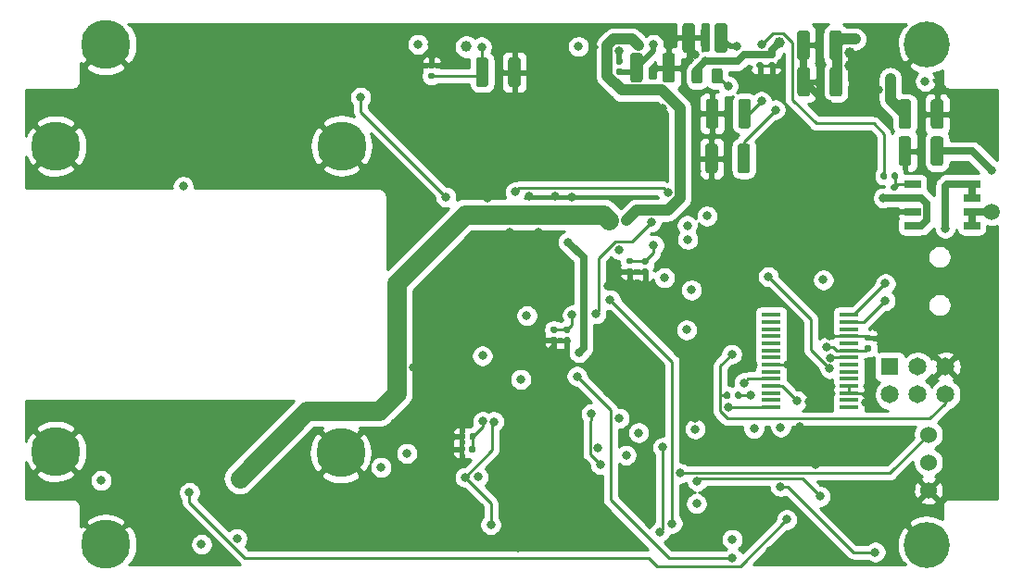
<source format=gbl>
G04 #@! TF.GenerationSoftware,KiCad,Pcbnew,(5.1.10)-1*
G04 #@! TF.CreationDate,2021-08-05T17:19:02-07:00*
G04 #@! TF.ProjectId,laser,6c617365-722e-46b6-9963-61645f706362,rev?*
G04 #@! TF.SameCoordinates,Original*
G04 #@! TF.FileFunction,Copper,L4,Bot*
G04 #@! TF.FilePolarity,Positive*
%FSLAX46Y46*%
G04 Gerber Fmt 4.6, Leading zero omitted, Abs format (unit mm)*
G04 Created by KiCad (PCBNEW (5.1.10)-1) date 2021-08-05 17:19:02*
%MOMM*%
%LPD*%
G01*
G04 APERTURE LIST*
G04 #@! TA.AperFunction,ComponentPad*
%ADD10C,4.200000*%
G04 #@! TD*
G04 #@! TA.AperFunction,ComponentPad*
%ADD11C,4.500000*%
G04 #@! TD*
G04 #@! TA.AperFunction,ComponentPad*
%ADD12C,1.650000*%
G04 #@! TD*
G04 #@! TA.AperFunction,ComponentPad*
%ADD13R,1.650000X1.650000*%
G04 #@! TD*
G04 #@! TA.AperFunction,SMDPad,CuDef*
%ADD14R,1.525000X0.700000*%
G04 #@! TD*
G04 #@! TA.AperFunction,SMDPad,CuDef*
%ADD15R,1.800000X0.450000*%
G04 #@! TD*
G04 #@! TA.AperFunction,ComponentPad*
%ADD16C,1.524000*%
G04 #@! TD*
G04 #@! TA.AperFunction,ViaPad*
%ADD17C,0.800000*%
G04 #@! TD*
G04 #@! TA.AperFunction,ViaPad*
%ADD18C,1.000000*%
G04 #@! TD*
G04 #@! TA.AperFunction,ViaPad*
%ADD19C,1.500000*%
G04 #@! TD*
G04 #@! TA.AperFunction,Conductor*
%ADD20C,0.250000*%
G04 #@! TD*
G04 #@! TA.AperFunction,Conductor*
%ADD21C,0.500000*%
G04 #@! TD*
G04 #@! TA.AperFunction,Conductor*
%ADD22C,1.000000*%
G04 #@! TD*
G04 #@! TA.AperFunction,Conductor*
%ADD23C,0.700000*%
G04 #@! TD*
G04 #@! TA.AperFunction,Conductor*
%ADD24C,1.800000*%
G04 #@! TD*
G04 #@! TA.AperFunction,Conductor*
%ADD25C,0.254000*%
G04 #@! TD*
G04 #@! TA.AperFunction,Conductor*
%ADD26C,0.100000*%
G04 #@! TD*
G04 APERTURE END LIST*
G04 #@! TA.AperFunction,SMDPad,CuDef*
G36*
G01*
X206210000Y-94780001D02*
X206210000Y-92579999D01*
G75*
G02*
X206459999Y-92330000I249999J0D01*
G01*
X207110001Y-92330000D01*
G75*
G02*
X207360000Y-92579999I0J-249999D01*
G01*
X207360000Y-94780001D01*
G75*
G02*
X207110001Y-95030000I-249999J0D01*
G01*
X206459999Y-95030000D01*
G75*
G02*
X206210000Y-94780001I0J249999D01*
G01*
G37*
G04 #@! TD.AperFunction*
G04 #@! TA.AperFunction,SMDPad,CuDef*
G36*
G01*
X203260000Y-94780001D02*
X203260000Y-92579999D01*
G75*
G02*
X203509999Y-92330000I249999J0D01*
G01*
X204160001Y-92330000D01*
G75*
G02*
X204410000Y-92579999I0J-249999D01*
G01*
X204410000Y-94780001D01*
G75*
G02*
X204160001Y-95030000I-249999J0D01*
G01*
X203509999Y-95030000D01*
G75*
G02*
X203260000Y-94780001I0J249999D01*
G01*
G37*
G04 #@! TD.AperFunction*
D10*
X205841600Y-129700000D03*
X205867000Y-83903800D03*
D11*
X126263400Y-93225600D03*
X152374600Y-93200200D03*
X152298400Y-121267200D03*
X126263400Y-121165600D03*
X130835400Y-129674600D03*
X130830000Y-83930000D03*
D12*
X207550000Y-115950000D03*
X205010000Y-115950000D03*
X202470000Y-115950000D03*
X207550000Y-113410000D03*
X205010000Y-113410000D03*
D13*
X202470000Y-113410000D03*
G04 #@! TA.AperFunction,SMDPad,CuDef*
G36*
G01*
X186180000Y-87250002D02*
X186180000Y-86349998D01*
G75*
G02*
X186429998Y-86100000I249998J0D01*
G01*
X186955002Y-86100000D01*
G75*
G02*
X187205000Y-86349998I0J-249998D01*
G01*
X187205000Y-87250002D01*
G75*
G02*
X186955002Y-87500000I-249998J0D01*
G01*
X186429998Y-87500000D01*
G75*
G02*
X186180000Y-87250002I0J249998D01*
G01*
G37*
G04 #@! TD.AperFunction*
G04 #@! TA.AperFunction,SMDPad,CuDef*
G36*
G01*
X184355000Y-87250002D02*
X184355000Y-86349998D01*
G75*
G02*
X184604998Y-86100000I249998J0D01*
G01*
X185130002Y-86100000D01*
G75*
G02*
X185380000Y-86349998I0J-249998D01*
G01*
X185380000Y-87250002D01*
G75*
G02*
X185130002Y-87500000I-249998J0D01*
G01*
X184604998Y-87500000D01*
G75*
G02*
X184355000Y-87250002I0J249998D01*
G01*
G37*
G04 #@! TD.AperFunction*
G04 #@! TA.AperFunction,SMDPad,CuDef*
G36*
G01*
X188615000Y-91350001D02*
X188615000Y-89149999D01*
G75*
G02*
X188864999Y-88900000I249999J0D01*
G01*
X189515001Y-88900000D01*
G75*
G02*
X189765000Y-89149999I0J-249999D01*
G01*
X189765000Y-91350001D01*
G75*
G02*
X189515001Y-91600000I-249999J0D01*
G01*
X188864999Y-91600000D01*
G75*
G02*
X188615000Y-91350001I0J249999D01*
G01*
G37*
G04 #@! TD.AperFunction*
G04 #@! TA.AperFunction,SMDPad,CuDef*
G36*
G01*
X185665000Y-91350001D02*
X185665000Y-89149999D01*
G75*
G02*
X185914999Y-88900000I249999J0D01*
G01*
X186565001Y-88900000D01*
G75*
G02*
X186815000Y-89149999I0J-249999D01*
G01*
X186815000Y-91350001D01*
G75*
G02*
X186565001Y-91600000I-249999J0D01*
G01*
X185914999Y-91600000D01*
G75*
G02*
X185665000Y-91350001I0J249999D01*
G01*
G37*
G04 #@! TD.AperFunction*
G04 #@! TA.AperFunction,SMDPad,CuDef*
G36*
G01*
X186755000Y-93249999D02*
X186755000Y-95450001D01*
G75*
G02*
X186505001Y-95700000I-249999J0D01*
G01*
X185854999Y-95700000D01*
G75*
G02*
X185605000Y-95450001I0J249999D01*
G01*
X185605000Y-93249999D01*
G75*
G02*
X185854999Y-93000000I249999J0D01*
G01*
X186505001Y-93000000D01*
G75*
G02*
X186755000Y-93249999I0J-249999D01*
G01*
G37*
G04 #@! TD.AperFunction*
G04 #@! TA.AperFunction,SMDPad,CuDef*
G36*
G01*
X189705000Y-93249999D02*
X189705000Y-95450001D01*
G75*
G02*
X189455001Y-95700000I-249999J0D01*
G01*
X188804999Y-95700000D01*
G75*
G02*
X188555000Y-95450001I0J249999D01*
G01*
X188555000Y-93249999D01*
G75*
G02*
X188804999Y-93000000I249999J0D01*
G01*
X189455001Y-93000000D01*
G75*
G02*
X189705000Y-93249999I0J-249999D01*
G01*
G37*
G04 #@! TD.AperFunction*
G04 #@! TA.AperFunction,SMDPad,CuDef*
G36*
G01*
X186470000Y-84420001D02*
X186470000Y-82219999D01*
G75*
G02*
X186719999Y-81970000I249999J0D01*
G01*
X187370001Y-81970000D01*
G75*
G02*
X187620000Y-82219999I0J-249999D01*
G01*
X187620000Y-84420001D01*
G75*
G02*
X187370001Y-84670000I-249999J0D01*
G01*
X186719999Y-84670000D01*
G75*
G02*
X186470000Y-84420001I0J249999D01*
G01*
G37*
G04 #@! TD.AperFunction*
G04 #@! TA.AperFunction,SMDPad,CuDef*
G36*
G01*
X183520000Y-84420001D02*
X183520000Y-82219999D01*
G75*
G02*
X183769999Y-81970000I249999J0D01*
G01*
X184420001Y-81970000D01*
G75*
G02*
X184670000Y-82219999I0J-249999D01*
G01*
X184670000Y-84420001D01*
G75*
G02*
X184420001Y-84670000I-249999J0D01*
G01*
X183769999Y-84670000D01*
G75*
G02*
X183520000Y-84420001I0J249999D01*
G01*
G37*
G04 #@! TD.AperFunction*
G04 #@! TA.AperFunction,SMDPad,CuDef*
G36*
G01*
X204415000Y-89189999D02*
X204415000Y-91390001D01*
G75*
G02*
X204165001Y-91640000I-249999J0D01*
G01*
X203514999Y-91640000D01*
G75*
G02*
X203265000Y-91390001I0J249999D01*
G01*
X203265000Y-89189999D01*
G75*
G02*
X203514999Y-88940000I249999J0D01*
G01*
X204165001Y-88940000D01*
G75*
G02*
X204415000Y-89189999I0J-249999D01*
G01*
G37*
G04 #@! TD.AperFunction*
G04 #@! TA.AperFunction,SMDPad,CuDef*
G36*
G01*
X207365000Y-89189999D02*
X207365000Y-91390001D01*
G75*
G02*
X207115001Y-91640000I-249999J0D01*
G01*
X206464999Y-91640000D01*
G75*
G02*
X206215000Y-91390001I0J249999D01*
G01*
X206215000Y-89189999D01*
G75*
G02*
X206464999Y-88940000I249999J0D01*
G01*
X207115001Y-88940000D01*
G75*
G02*
X207365000Y-89189999I0J-249999D01*
G01*
G37*
G04 #@! TD.AperFunction*
G04 #@! TA.AperFunction,SMDPad,CuDef*
G36*
G01*
X195145000Y-82889999D02*
X195145000Y-85090001D01*
G75*
G02*
X194895001Y-85340000I-249999J0D01*
G01*
X194244999Y-85340000D01*
G75*
G02*
X193995000Y-85090001I0J249999D01*
G01*
X193995000Y-82889999D01*
G75*
G02*
X194244999Y-82640000I249999J0D01*
G01*
X194895001Y-82640000D01*
G75*
G02*
X195145000Y-82889999I0J-249999D01*
G01*
G37*
G04 #@! TD.AperFunction*
G04 #@! TA.AperFunction,SMDPad,CuDef*
G36*
G01*
X198095000Y-82889999D02*
X198095000Y-85090001D01*
G75*
G02*
X197845001Y-85340000I-249999J0D01*
G01*
X197194999Y-85340000D01*
G75*
G02*
X196945000Y-85090001I0J249999D01*
G01*
X196945000Y-82889999D01*
G75*
G02*
X197194999Y-82640000I249999J0D01*
G01*
X197845001Y-82640000D01*
G75*
G02*
X198095000Y-82889999I0J-249999D01*
G01*
G37*
G04 #@! TD.AperFunction*
G04 #@! TA.AperFunction,SMDPad,CuDef*
G36*
G01*
X195175000Y-86229999D02*
X195175000Y-88430001D01*
G75*
G02*
X194925001Y-88680000I-249999J0D01*
G01*
X194274999Y-88680000D01*
G75*
G02*
X194025000Y-88430001I0J249999D01*
G01*
X194025000Y-86229999D01*
G75*
G02*
X194274999Y-85980000I249999J0D01*
G01*
X194925001Y-85980000D01*
G75*
G02*
X195175000Y-86229999I0J-249999D01*
G01*
G37*
G04 #@! TD.AperFunction*
G04 #@! TA.AperFunction,SMDPad,CuDef*
G36*
G01*
X198125000Y-86229999D02*
X198125000Y-88430001D01*
G75*
G02*
X197875001Y-88680000I-249999J0D01*
G01*
X197224999Y-88680000D01*
G75*
G02*
X196975000Y-88430001I0J249999D01*
G01*
X196975000Y-86229999D01*
G75*
G02*
X197224999Y-85980000I249999J0D01*
G01*
X197875001Y-85980000D01*
G75*
G02*
X198125000Y-86229999I0J-249999D01*
G01*
G37*
G04 #@! TD.AperFunction*
G04 #@! TA.AperFunction,SMDPad,CuDef*
G36*
G01*
X171600000Y-109740000D02*
X171940000Y-109740000D01*
G75*
G02*
X172080000Y-109880000I0J-140000D01*
G01*
X172080000Y-110160000D01*
G75*
G02*
X171940000Y-110300000I-140000J0D01*
G01*
X171600000Y-110300000D01*
G75*
G02*
X171460000Y-110160000I0J140000D01*
G01*
X171460000Y-109880000D01*
G75*
G02*
X171600000Y-109740000I140000J0D01*
G01*
G37*
G04 #@! TD.AperFunction*
G04 #@! TA.AperFunction,SMDPad,CuDef*
G36*
G01*
X171600000Y-110700000D02*
X171940000Y-110700000D01*
G75*
G02*
X172080000Y-110840000I0J-140000D01*
G01*
X172080000Y-111120000D01*
G75*
G02*
X171940000Y-111260000I-140000J0D01*
G01*
X171600000Y-111260000D01*
G75*
G02*
X171460000Y-111120000I0J140000D01*
G01*
X171460000Y-110840000D01*
G75*
G02*
X171600000Y-110700000I140000J0D01*
G01*
G37*
G04 #@! TD.AperFunction*
G04 #@! TA.AperFunction,SMDPad,CuDef*
G36*
G01*
X178530000Y-104400000D02*
X178870000Y-104400000D01*
G75*
G02*
X179010000Y-104540000I0J-140000D01*
G01*
X179010000Y-104820000D01*
G75*
G02*
X178870000Y-104960000I-140000J0D01*
G01*
X178530000Y-104960000D01*
G75*
G02*
X178390000Y-104820000I0J140000D01*
G01*
X178390000Y-104540000D01*
G75*
G02*
X178530000Y-104400000I140000J0D01*
G01*
G37*
G04 #@! TD.AperFunction*
G04 #@! TA.AperFunction,SMDPad,CuDef*
G36*
G01*
X178530000Y-103440000D02*
X178870000Y-103440000D01*
G75*
G02*
X179010000Y-103580000I0J-140000D01*
G01*
X179010000Y-103860000D01*
G75*
G02*
X178870000Y-104000000I-140000J0D01*
G01*
X178530000Y-104000000D01*
G75*
G02*
X178390000Y-103860000I0J140000D01*
G01*
X178390000Y-103580000D01*
G75*
G02*
X178530000Y-103440000I140000J0D01*
G01*
G37*
G04 #@! TD.AperFunction*
G04 #@! TA.AperFunction,SMDPad,CuDef*
G36*
G01*
X203050000Y-98240000D02*
X202710000Y-98240000D01*
G75*
G02*
X202570000Y-98100000I0J140000D01*
G01*
X202570000Y-97820000D01*
G75*
G02*
X202710000Y-97680000I140000J0D01*
G01*
X203050000Y-97680000D01*
G75*
G02*
X203190000Y-97820000I0J-140000D01*
G01*
X203190000Y-98100000D01*
G75*
G02*
X203050000Y-98240000I-140000J0D01*
G01*
G37*
G04 #@! TD.AperFunction*
G04 #@! TA.AperFunction,SMDPad,CuDef*
G36*
G01*
X203050000Y-97280000D02*
X202710000Y-97280000D01*
G75*
G02*
X202570000Y-97140000I0J140000D01*
G01*
X202570000Y-96860000D01*
G75*
G02*
X202710000Y-96720000I140000J0D01*
G01*
X203050000Y-96720000D01*
G75*
G02*
X203190000Y-96860000I0J-140000D01*
G01*
X203190000Y-97140000D01*
G75*
G02*
X203050000Y-97280000I-140000J0D01*
G01*
G37*
G04 #@! TD.AperFunction*
G04 #@! TA.AperFunction,SMDPad,CuDef*
G36*
G01*
X190770000Y-85150000D02*
X190430000Y-85150000D01*
G75*
G02*
X190290000Y-85010000I0J140000D01*
G01*
X190290000Y-84730000D01*
G75*
G02*
X190430000Y-84590000I140000J0D01*
G01*
X190770000Y-84590000D01*
G75*
G02*
X190910000Y-84730000I0J-140000D01*
G01*
X190910000Y-85010000D01*
G75*
G02*
X190770000Y-85150000I-140000J0D01*
G01*
G37*
G04 #@! TD.AperFunction*
G04 #@! TA.AperFunction,SMDPad,CuDef*
G36*
G01*
X190770000Y-86110000D02*
X190430000Y-86110000D01*
G75*
G02*
X190290000Y-85970000I0J140000D01*
G01*
X190290000Y-85690000D01*
G75*
G02*
X190430000Y-85550000I140000J0D01*
G01*
X190770000Y-85550000D01*
G75*
G02*
X190910000Y-85690000I0J-140000D01*
G01*
X190910000Y-85970000D01*
G75*
G02*
X190770000Y-86110000I-140000J0D01*
G01*
G37*
G04 #@! TD.AperFunction*
G04 #@! TA.AperFunction,SMDPad,CuDef*
G36*
G01*
X191870000Y-86110000D02*
X191530000Y-86110000D01*
G75*
G02*
X191390000Y-85970000I0J140000D01*
G01*
X191390000Y-85690000D01*
G75*
G02*
X191530000Y-85550000I140000J0D01*
G01*
X191870000Y-85550000D01*
G75*
G02*
X192010000Y-85690000I0J-140000D01*
G01*
X192010000Y-85970000D01*
G75*
G02*
X191870000Y-86110000I-140000J0D01*
G01*
G37*
G04 #@! TD.AperFunction*
G04 #@! TA.AperFunction,SMDPad,CuDef*
G36*
G01*
X191870000Y-85150000D02*
X191530000Y-85150000D01*
G75*
G02*
X191390000Y-85010000I0J140000D01*
G01*
X191390000Y-84730000D01*
G75*
G02*
X191530000Y-84590000I140000J0D01*
G01*
X191870000Y-84590000D01*
G75*
G02*
X192010000Y-84730000I0J-140000D01*
G01*
X192010000Y-85010000D01*
G75*
G02*
X191870000Y-85150000I-140000J0D01*
G01*
G37*
G04 #@! TD.AperFunction*
G04 #@! TA.AperFunction,SMDPad,CuDef*
G36*
G01*
X160760000Y-86110000D02*
X160420000Y-86110000D01*
G75*
G02*
X160280000Y-85970000I0J140000D01*
G01*
X160280000Y-85690000D01*
G75*
G02*
X160420000Y-85550000I140000J0D01*
G01*
X160760000Y-85550000D01*
G75*
G02*
X160900000Y-85690000I0J-140000D01*
G01*
X160900000Y-85970000D01*
G75*
G02*
X160760000Y-86110000I-140000J0D01*
G01*
G37*
G04 #@! TD.AperFunction*
G04 #@! TA.AperFunction,SMDPad,CuDef*
G36*
G01*
X160760000Y-87070000D02*
X160420000Y-87070000D01*
G75*
G02*
X160280000Y-86930000I0J140000D01*
G01*
X160280000Y-86650000D01*
G75*
G02*
X160420000Y-86510000I140000J0D01*
G01*
X160760000Y-86510000D01*
G75*
G02*
X160900000Y-86650000I0J-140000D01*
G01*
X160900000Y-86930000D01*
G75*
G02*
X160760000Y-87070000I-140000J0D01*
G01*
G37*
G04 #@! TD.AperFunction*
G04 #@! TA.AperFunction,SMDPad,CuDef*
G36*
G01*
X177930000Y-85740000D02*
X177590000Y-85740000D01*
G75*
G02*
X177450000Y-85600000I0J140000D01*
G01*
X177450000Y-85320000D01*
G75*
G02*
X177590000Y-85180000I140000J0D01*
G01*
X177930000Y-85180000D01*
G75*
G02*
X178070000Y-85320000I0J-140000D01*
G01*
X178070000Y-85600000D01*
G75*
G02*
X177930000Y-85740000I-140000J0D01*
G01*
G37*
G04 #@! TD.AperFunction*
G04 #@! TA.AperFunction,SMDPad,CuDef*
G36*
G01*
X177930000Y-86700000D02*
X177590000Y-86700000D01*
G75*
G02*
X177450000Y-86560000I0J140000D01*
G01*
X177450000Y-86280000D01*
G75*
G02*
X177590000Y-86140000I140000J0D01*
G01*
X177930000Y-86140000D01*
G75*
G02*
X178070000Y-86280000I0J-140000D01*
G01*
X178070000Y-86560000D01*
G75*
G02*
X177930000Y-86700000I-140000J0D01*
G01*
G37*
G04 #@! TD.AperFunction*
G04 #@! TA.AperFunction,SMDPad,CuDef*
G36*
G01*
X164630000Y-119620000D02*
X164630000Y-119960000D01*
G75*
G02*
X164490000Y-120100000I-140000J0D01*
G01*
X164210000Y-120100000D01*
G75*
G02*
X164070000Y-119960000I0J140000D01*
G01*
X164070000Y-119620000D01*
G75*
G02*
X164210000Y-119480000I140000J0D01*
G01*
X164490000Y-119480000D01*
G75*
G02*
X164630000Y-119620000I0J-140000D01*
G01*
G37*
G04 #@! TD.AperFunction*
G04 #@! TA.AperFunction,SMDPad,CuDef*
G36*
G01*
X163670000Y-119620000D02*
X163670000Y-119960000D01*
G75*
G02*
X163530000Y-120100000I-140000J0D01*
G01*
X163250000Y-120100000D01*
G75*
G02*
X163110000Y-119960000I0J140000D01*
G01*
X163110000Y-119620000D01*
G75*
G02*
X163250000Y-119480000I140000J0D01*
G01*
X163530000Y-119480000D01*
G75*
G02*
X163670000Y-119620000I0J-140000D01*
G01*
G37*
G04 #@! TD.AperFunction*
G04 #@! TA.AperFunction,SMDPad,CuDef*
G36*
G01*
X163640000Y-120780000D02*
X163640000Y-121120000D01*
G75*
G02*
X163500000Y-121260000I-140000J0D01*
G01*
X163220000Y-121260000D01*
G75*
G02*
X163080000Y-121120000I0J140000D01*
G01*
X163080000Y-120780000D01*
G75*
G02*
X163220000Y-120640000I140000J0D01*
G01*
X163500000Y-120640000D01*
G75*
G02*
X163640000Y-120780000I0J-140000D01*
G01*
G37*
G04 #@! TD.AperFunction*
G04 #@! TA.AperFunction,SMDPad,CuDef*
G36*
G01*
X164600000Y-120780000D02*
X164600000Y-121120000D01*
G75*
G02*
X164460000Y-121260000I-140000J0D01*
G01*
X164180000Y-121260000D01*
G75*
G02*
X164040000Y-121120000I0J140000D01*
G01*
X164040000Y-120780000D01*
G75*
G02*
X164180000Y-120640000I140000J0D01*
G01*
X164460000Y-120640000D01*
G75*
G02*
X164600000Y-120780000I0J-140000D01*
G01*
G37*
G04 #@! TD.AperFunction*
G04 #@! TA.AperFunction,SMDPad,CuDef*
G36*
G01*
X172800000Y-109750000D02*
X173140000Y-109750000D01*
G75*
G02*
X173280000Y-109890000I0J-140000D01*
G01*
X173280000Y-110170000D01*
G75*
G02*
X173140000Y-110310000I-140000J0D01*
G01*
X172800000Y-110310000D01*
G75*
G02*
X172660000Y-110170000I0J140000D01*
G01*
X172660000Y-109890000D01*
G75*
G02*
X172800000Y-109750000I140000J0D01*
G01*
G37*
G04 #@! TD.AperFunction*
G04 #@! TA.AperFunction,SMDPad,CuDef*
G36*
G01*
X172800000Y-110710000D02*
X173140000Y-110710000D01*
G75*
G02*
X173280000Y-110850000I0J-140000D01*
G01*
X173280000Y-111130000D01*
G75*
G02*
X173140000Y-111270000I-140000J0D01*
G01*
X172800000Y-111270000D01*
G75*
G02*
X172660000Y-111130000I0J140000D01*
G01*
X172660000Y-110850000D01*
G75*
G02*
X172800000Y-110710000I140000J0D01*
G01*
G37*
G04 #@! TD.AperFunction*
G04 #@! TA.AperFunction,SMDPad,CuDef*
G36*
G01*
X179930000Y-103490000D02*
X180270000Y-103490000D01*
G75*
G02*
X180410000Y-103630000I0J-140000D01*
G01*
X180410000Y-103910000D01*
G75*
G02*
X180270000Y-104050000I-140000J0D01*
G01*
X179930000Y-104050000D01*
G75*
G02*
X179790000Y-103910000I0J140000D01*
G01*
X179790000Y-103630000D01*
G75*
G02*
X179930000Y-103490000I140000J0D01*
G01*
G37*
G04 #@! TD.AperFunction*
G04 #@! TA.AperFunction,SMDPad,CuDef*
G36*
G01*
X179930000Y-104450000D02*
X180270000Y-104450000D01*
G75*
G02*
X180410000Y-104590000I0J-140000D01*
G01*
X180410000Y-104870000D01*
G75*
G02*
X180270000Y-105010000I-140000J0D01*
G01*
X179930000Y-105010000D01*
G75*
G02*
X179790000Y-104870000I0J140000D01*
G01*
X179790000Y-104590000D01*
G75*
G02*
X179930000Y-104450000I140000J0D01*
G01*
G37*
G04 #@! TD.AperFunction*
G04 #@! TA.AperFunction,SMDPad,CuDef*
G36*
G01*
X200640000Y-111050000D02*
X200300000Y-111050000D01*
G75*
G02*
X200160000Y-110910000I0J140000D01*
G01*
X200160000Y-110630000D01*
G75*
G02*
X200300000Y-110490000I140000J0D01*
G01*
X200640000Y-110490000D01*
G75*
G02*
X200780000Y-110630000I0J-140000D01*
G01*
X200780000Y-110910000D01*
G75*
G02*
X200640000Y-111050000I-140000J0D01*
G01*
G37*
G04 #@! TD.AperFunction*
G04 #@! TA.AperFunction,SMDPad,CuDef*
G36*
G01*
X200640000Y-112010000D02*
X200300000Y-112010000D01*
G75*
G02*
X200160000Y-111870000I0J140000D01*
G01*
X200160000Y-111590000D01*
G75*
G02*
X200300000Y-111450000I140000J0D01*
G01*
X200640000Y-111450000D01*
G75*
G02*
X200780000Y-111590000I0J-140000D01*
G01*
X200780000Y-111870000D01*
G75*
G02*
X200640000Y-112010000I-140000J0D01*
G01*
G37*
G04 #@! TD.AperFunction*
D14*
X204536000Y-100500000D03*
X204536000Y-99230000D03*
X204536000Y-97960000D03*
X204536000Y-96690000D03*
X209960000Y-96690000D03*
X209960000Y-97960000D03*
X209960000Y-99230000D03*
X209960000Y-100500000D03*
D15*
X191640000Y-117115000D03*
X191640000Y-116465000D03*
X191640000Y-115815000D03*
X191640000Y-115165000D03*
X191640000Y-114515000D03*
X191640000Y-113865000D03*
X191640000Y-113215000D03*
X191640000Y-112565000D03*
X191640000Y-111915000D03*
X191640000Y-111265000D03*
X191640000Y-110615000D03*
X191640000Y-109965000D03*
X191640000Y-109315000D03*
X191640000Y-108665000D03*
X198740000Y-108665000D03*
X198740000Y-109315000D03*
X198740000Y-109965000D03*
X198740000Y-110615000D03*
X198740000Y-111265000D03*
X198740000Y-111915000D03*
X198740000Y-112565000D03*
X198740000Y-113215000D03*
X198740000Y-113865000D03*
X198740000Y-114515000D03*
X198740000Y-115165000D03*
X198740000Y-115815000D03*
X198740000Y-116465000D03*
X198740000Y-117115000D03*
G04 #@! TA.AperFunction,SMDPad,CuDef*
G36*
G01*
X201640000Y-96135000D02*
X201640000Y-95765000D01*
G75*
G02*
X201775000Y-95630000I135000J0D01*
G01*
X202045000Y-95630000D01*
G75*
G02*
X202180000Y-95765000I0J-135000D01*
G01*
X202180000Y-96135000D01*
G75*
G02*
X202045000Y-96270000I-135000J0D01*
G01*
X201775000Y-96270000D01*
G75*
G02*
X201640000Y-96135000I0J135000D01*
G01*
G37*
G04 #@! TD.AperFunction*
G04 #@! TA.AperFunction,SMDPad,CuDef*
G36*
G01*
X202660000Y-96135000D02*
X202660000Y-95765000D01*
G75*
G02*
X202795000Y-95630000I135000J0D01*
G01*
X203065000Y-95630000D01*
G75*
G02*
X203200000Y-95765000I0J-135000D01*
G01*
X203200000Y-96135000D01*
G75*
G02*
X203065000Y-96270000I-135000J0D01*
G01*
X202795000Y-96270000D01*
G75*
G02*
X202660000Y-96135000I0J135000D01*
G01*
G37*
G04 #@! TD.AperFunction*
G04 #@! TA.AperFunction,SMDPad,CuDef*
G36*
G01*
X188890000Y-115845000D02*
X188890000Y-116215000D01*
G75*
G02*
X188755000Y-116350000I-135000J0D01*
G01*
X188485000Y-116350000D01*
G75*
G02*
X188350000Y-116215000I0J135000D01*
G01*
X188350000Y-115845000D01*
G75*
G02*
X188485000Y-115710000I135000J0D01*
G01*
X188755000Y-115710000D01*
G75*
G02*
X188890000Y-115845000I0J-135000D01*
G01*
G37*
G04 #@! TD.AperFunction*
G04 #@! TA.AperFunction,SMDPad,CuDef*
G36*
G01*
X187870000Y-115845000D02*
X187870000Y-116215000D01*
G75*
G02*
X187735000Y-116350000I-135000J0D01*
G01*
X187465000Y-116350000D01*
G75*
G02*
X187330000Y-116215000I0J135000D01*
G01*
X187330000Y-115845000D01*
G75*
G02*
X187465000Y-115710000I135000J0D01*
G01*
X187735000Y-115710000D01*
G75*
G02*
X187870000Y-115845000I0J-135000D01*
G01*
G37*
G04 #@! TD.AperFunction*
D16*
X206000000Y-119620000D03*
X206000000Y-122160000D03*
X206000000Y-124700000D03*
G04 #@! TA.AperFunction,SMDPad,CuDef*
G36*
G01*
X168750000Y-85359999D02*
X168750000Y-87560001D01*
G75*
G02*
X168500001Y-87810000I-249999J0D01*
G01*
X167849999Y-87810000D01*
G75*
G02*
X167600000Y-87560001I0J249999D01*
G01*
X167600000Y-85359999D01*
G75*
G02*
X167849999Y-85110000I249999J0D01*
G01*
X168500001Y-85110000D01*
G75*
G02*
X168750000Y-85359999I0J-249999D01*
G01*
G37*
G04 #@! TD.AperFunction*
G04 #@! TA.AperFunction,SMDPad,CuDef*
G36*
G01*
X165800000Y-85359999D02*
X165800000Y-87560001D01*
G75*
G02*
X165550001Y-87810000I-249999J0D01*
G01*
X164899999Y-87810000D01*
G75*
G02*
X164650000Y-87560001I0J249999D01*
G01*
X164650000Y-85359999D01*
G75*
G02*
X164899999Y-85110000I249999J0D01*
G01*
X165550001Y-85110000D01*
G75*
G02*
X165800000Y-85359999I0J-249999D01*
G01*
G37*
G04 #@! TD.AperFunction*
G04 #@! TA.AperFunction,SMDPad,CuDef*
G36*
G01*
X179890000Y-84949999D02*
X179890000Y-87150001D01*
G75*
G02*
X179640001Y-87400000I-249999J0D01*
G01*
X178989999Y-87400000D01*
G75*
G02*
X178740000Y-87150001I0J249999D01*
G01*
X178740000Y-84949999D01*
G75*
G02*
X178989999Y-84700000I249999J0D01*
G01*
X179640001Y-84700000D01*
G75*
G02*
X179890000Y-84949999I0J-249999D01*
G01*
G37*
G04 #@! TD.AperFunction*
G04 #@! TA.AperFunction,SMDPad,CuDef*
G36*
G01*
X182840000Y-84949999D02*
X182840000Y-87150001D01*
G75*
G02*
X182590001Y-87400000I-249999J0D01*
G01*
X181939999Y-87400000D01*
G75*
G02*
X181690000Y-87150001I0J249999D01*
G01*
X181690000Y-84949999D01*
G75*
G02*
X181939999Y-84700000I249999J0D01*
G01*
X182590001Y-84700000D01*
G75*
G02*
X182840000Y-84949999I0J-249999D01*
G01*
G37*
G04 #@! TD.AperFunction*
D17*
X188090000Y-130930000D03*
X173890000Y-114280000D03*
X169290000Y-108730000D03*
X130400000Y-123800000D03*
X165170000Y-84140000D03*
X180840002Y-83940000D03*
X199310000Y-83429988D03*
D18*
X176819999Y-99999999D03*
X163170001Y-99999999D03*
X178400000Y-99990000D03*
X179490000Y-84000000D03*
X143070000Y-123619998D03*
X163780000Y-84130000D03*
D17*
X192500000Y-118930000D03*
X188070000Y-129200000D03*
X190050000Y-119070000D03*
X165250000Y-112400000D03*
X165280000Y-118410000D03*
X184810000Y-125920000D03*
X180900000Y-102290000D03*
X181720000Y-120790000D03*
X184690000Y-119100000D03*
X181480000Y-128499998D03*
X177750000Y-118120000D03*
X190740000Y-89120000D03*
X185760000Y-99610000D03*
X173440000Y-108670000D03*
X139580000Y-129650002D03*
X142820000Y-129120000D03*
X137910000Y-96900000D03*
X202520000Y-87030000D03*
X185640000Y-85460000D03*
D18*
X192350000Y-83740000D03*
D17*
X201880000Y-97970000D03*
X196380000Y-105450000D03*
X193980000Y-116520000D03*
X189750000Y-116030000D03*
X196728047Y-111597281D03*
X207530000Y-100730000D03*
X188470000Y-84130000D03*
X205700000Y-87290000D03*
X192010000Y-89900000D03*
X158330000Y-121330000D03*
X174080000Y-112110000D03*
X175188513Y-117720949D03*
X176030000Y-122350009D03*
X173070000Y-102010000D03*
X183890000Y-110030000D03*
X161910000Y-97870000D03*
X154110000Y-88760000D03*
X155990000Y-122590000D03*
X183305000Y-123145000D03*
X163650000Y-123520000D03*
X166279933Y-118421763D03*
X166010000Y-127860000D03*
X180650000Y-100190000D03*
X175590000Y-108580000D03*
X190793884Y-83924565D03*
X187680000Y-87725000D03*
D19*
X211790000Y-99230000D03*
D17*
X196976300Y-113587972D03*
X191370000Y-105170000D03*
X182184849Y-97485151D03*
X168230000Y-97420000D03*
X174010000Y-84110002D03*
X183960000Y-100480000D03*
X159355000Y-83914998D03*
X184010000Y-101760000D03*
X188030000Y-112260000D03*
X187690000Y-117140000D03*
X189138061Y-114867001D03*
X202055127Y-105792042D03*
X202040000Y-107360000D03*
X164847500Y-123497500D03*
X196100000Y-125260000D03*
X184865349Y-123870000D03*
X179520000Y-119440000D03*
X168750000Y-114550000D03*
X182580000Y-127740000D03*
X176920000Y-107270000D03*
X177712420Y-102692115D03*
X181870000Y-105260000D03*
X184350000Y-106380000D03*
X193050150Y-127392520D03*
X138470000Y-124900000D03*
X195680000Y-122390000D03*
X202070000Y-103670000D03*
X159900000Y-89670000D03*
X168060000Y-89670000D03*
X166820000Y-89650000D03*
X164420000Y-89640000D03*
X163270000Y-89620000D03*
X162130000Y-89620000D03*
X172150000Y-126880000D03*
X178160000Y-120170000D03*
X181250000Y-115060000D03*
X184010000Y-115550000D03*
D18*
X198820000Y-84700000D03*
X196800000Y-89450000D03*
D17*
X178700000Y-106450000D03*
X168420000Y-111950000D03*
X167200000Y-112300000D03*
X160900000Y-125180000D03*
X158250000Y-123520000D03*
X156100000Y-126550000D03*
X184650000Y-84850000D03*
X170650000Y-85200000D03*
X156663700Y-86063700D03*
X184863700Y-95486300D03*
X194210000Y-118890000D03*
X200310000Y-127120000D03*
X196750000Y-130680000D03*
D18*
X198850000Y-85890000D03*
D17*
X174850000Y-126400000D03*
X184360000Y-129540000D03*
X167760000Y-101100000D03*
X165720000Y-97950000D03*
X188100000Y-127940000D03*
X195240000Y-128160000D03*
X191520000Y-130190000D03*
X182200000Y-84000000D03*
X168150000Y-84010000D03*
X175340000Y-84250000D03*
X193170000Y-113240000D03*
X197040000Y-112590000D03*
X173450000Y-97870000D03*
X170340000Y-101110000D03*
X168470002Y-129940000D03*
X171019995Y-112050005D03*
X184679475Y-118100053D03*
X172359998Y-120780000D03*
X195100000Y-116620000D03*
X160996089Y-89626089D03*
X165620000Y-89630000D03*
X159900000Y-90670000D03*
X159900000Y-91670000D03*
X162130000Y-90620000D03*
X162130000Y-91620000D03*
X160996089Y-90626089D03*
X160996089Y-91626089D03*
X164420000Y-90640000D03*
X164420000Y-91640000D03*
X165620000Y-90630000D03*
X165620000Y-91630000D03*
X163270000Y-90620000D03*
X163270000Y-91620000D03*
X168060000Y-90670000D03*
X168060000Y-91670000D03*
X166820000Y-90650000D03*
X166820000Y-91650000D03*
X173550000Y-90800000D03*
X181710000Y-90800000D03*
X180470000Y-91780000D03*
X179270000Y-90760000D03*
X179270000Y-91760000D03*
X181710000Y-91800000D03*
X175780000Y-90750000D03*
X180470000Y-90780000D03*
X178070000Y-91770000D03*
X174646089Y-91756089D03*
X176920000Y-91750000D03*
X174646089Y-90756089D03*
X176920000Y-90750000D03*
X178070000Y-90770000D03*
X175780000Y-91750000D03*
X173550000Y-89800000D03*
X173550000Y-91800000D03*
X175780000Y-89750000D03*
X174646089Y-89756089D03*
X178070000Y-89770000D03*
X179270000Y-89760000D03*
X176920000Y-89750000D03*
X181710000Y-89800000D03*
X180470000Y-89780000D03*
X160617660Y-83917660D03*
X171875000Y-97795010D03*
X169516551Y-97795010D03*
X177760000Y-84520000D03*
X196940000Y-110620000D03*
X192890000Y-105020000D03*
X192573361Y-85595010D03*
X168180000Y-120080000D03*
X175910000Y-113760000D03*
X176712660Y-106037340D03*
X161330000Y-121390000D03*
X200360002Y-126250000D03*
X201399972Y-88050000D03*
X192520000Y-88030000D03*
X197930000Y-120270000D03*
X140550000Y-123870000D03*
X158890010Y-113430000D03*
X183740000Y-124740002D03*
X161500000Y-113400000D03*
X200240001Y-116655321D03*
X159867825Y-98622175D03*
X202960000Y-119260000D03*
X202639986Y-100870000D03*
X211900000Y-88440000D03*
X186490000Y-125010000D03*
X178370000Y-121495000D03*
X175790000Y-120870000D03*
X192480000Y-124365000D03*
X201130000Y-130370000D03*
X211770000Y-95460000D03*
D20*
X176020000Y-116410000D02*
X173890000Y-114280000D01*
X176930000Y-117320000D02*
X176020000Y-116410000D01*
X182276998Y-130930000D02*
X176930000Y-125583002D01*
X176930000Y-125583002D02*
X176930000Y-117320000D01*
X188090000Y-130930000D02*
X182276998Y-130930000D01*
X164895000Y-86790000D02*
X165225000Y-86460000D01*
X160590000Y-86790000D02*
X164895000Y-86790000D01*
X165246299Y-86460000D02*
X165225000Y-86460000D01*
X165225000Y-84195000D02*
X165170000Y-84140000D01*
X165225000Y-86460000D02*
X165225000Y-84195000D01*
D21*
X178945000Y-86420000D02*
X177760000Y-86420000D01*
X179315000Y-86050000D02*
X178945000Y-86420000D01*
X179315000Y-86050000D02*
X180840002Y-84524998D01*
X180840002Y-84524998D02*
X180840002Y-83940000D01*
D20*
X197875000Y-87400000D02*
X197915000Y-87440000D01*
D21*
X197869999Y-87394999D02*
X197915000Y-87440000D01*
X197869999Y-84243999D02*
X197869999Y-87394999D01*
X197875000Y-84238998D02*
X197869999Y-84243999D01*
X197875000Y-84000000D02*
X197875000Y-84238998D01*
D22*
X198080012Y-83429988D02*
X197520000Y-83990000D01*
X199310000Y-83429988D02*
X198080012Y-83429988D01*
D23*
X197520000Y-87300000D02*
X197550000Y-87330000D01*
X197520000Y-83990000D02*
X197520000Y-87300000D01*
D22*
X178909999Y-83419999D02*
X179490000Y-84000000D01*
X176659999Y-83991999D02*
X177231999Y-83419999D01*
X176659999Y-86817955D02*
X176659999Y-83991999D01*
X177231999Y-83419999D02*
X178909999Y-83419999D01*
X177942054Y-88100010D02*
X176659999Y-86817955D01*
X181638012Y-88100010D02*
X177942054Y-88100010D01*
X183284851Y-97983153D02*
X183284851Y-89746849D01*
X183284851Y-89746849D02*
X181638012Y-88100010D01*
X182178005Y-99089999D02*
X183284851Y-97983153D01*
X179300001Y-99089999D02*
X182178005Y-99089999D01*
X178400000Y-99990000D02*
X179300001Y-99089999D01*
D24*
X163670000Y-99500000D02*
X163170001Y-99999999D01*
X176320000Y-99500000D02*
X163670000Y-99500000D01*
X176819999Y-99999999D02*
X176320000Y-99500000D01*
X155774733Y-117460000D02*
X149229998Y-117460000D01*
X157380000Y-115854733D02*
X155774733Y-117460000D01*
X149229998Y-117460000D02*
X143070000Y-123619998D01*
X157380000Y-105790000D02*
X157380000Y-115854733D01*
X163170001Y-99999999D02*
X157380000Y-105790000D01*
D20*
X164350000Y-120920000D02*
X164320000Y-120950000D01*
X164350000Y-119790000D02*
X164350000Y-120920000D01*
X165280000Y-118860000D02*
X164350000Y-119790000D01*
X165280000Y-118410000D02*
X165280000Y-118860000D01*
X180900000Y-102970000D02*
X180100000Y-103770000D01*
X180900000Y-102290000D02*
X180900000Y-102970000D01*
X178750000Y-103770000D02*
X178700000Y-103720000D01*
X180100000Y-103770000D02*
X178750000Y-103770000D01*
X172960000Y-110020000D02*
X172970000Y-110030000D01*
X171770000Y-110020000D02*
X172960000Y-110020000D01*
X189610000Y-90250000D02*
X190740000Y-89120000D01*
X189190000Y-90250000D02*
X189610000Y-90250000D01*
X181720000Y-128259998D02*
X181480000Y-128499998D01*
X181720000Y-120790000D02*
X181720000Y-128259998D01*
X173440000Y-109560000D02*
X172970000Y-110030000D01*
X173440000Y-108670000D02*
X173440000Y-109560000D01*
D22*
X202520000Y-88970000D02*
X203840000Y-90290000D01*
X202520000Y-87030000D02*
X202520000Y-88970000D01*
D23*
X191266001Y-84880001D02*
X190600000Y-84880001D01*
X191276002Y-84870000D02*
X191266001Y-84880001D01*
X191700000Y-84870000D02*
X191276002Y-84870000D01*
X188546002Y-85460000D02*
X185640000Y-85460000D01*
X189136002Y-84870000D02*
X188546002Y-85460000D01*
X190600000Y-84870000D02*
X189136002Y-84870000D01*
X184867500Y-86232500D02*
X185640000Y-85460000D01*
X184867500Y-86800000D02*
X184867500Y-86232500D01*
X191700000Y-84390000D02*
X192350000Y-83740000D01*
X191700000Y-84870000D02*
X191700000Y-84390000D01*
X204536000Y-97960000D02*
X202880000Y-97960000D01*
X205368502Y-97960000D02*
X204536000Y-97960000D01*
X205848501Y-98439999D02*
X205368502Y-97960000D01*
X205368502Y-100500000D02*
X205848501Y-100020001D01*
X205848501Y-100020001D02*
X205848501Y-98439999D01*
X204536000Y-100500000D02*
X205368502Y-100500000D01*
X201890000Y-97960000D02*
X201880000Y-97970000D01*
X202880000Y-97960000D02*
X201890000Y-97960000D01*
D20*
X202850000Y-96970000D02*
X202880000Y-97000000D01*
X202930000Y-96950000D02*
X202880000Y-97000000D01*
X202930000Y-95950000D02*
X202930000Y-96950000D01*
X203190000Y-96690000D02*
X202880000Y-97000000D01*
X204536000Y-96690000D02*
X203190000Y-96690000D01*
X192625000Y-115165000D02*
X193980000Y-116520000D01*
X191640000Y-115165000D02*
X192625000Y-115165000D01*
X197590000Y-111915000D02*
X197272281Y-111597281D01*
X197272281Y-111597281D02*
X196728047Y-111597281D01*
X198740000Y-111915000D02*
X197590000Y-111915000D01*
X200285000Y-111915000D02*
X198740000Y-111915000D01*
X200470000Y-111730000D02*
X200285000Y-111915000D01*
X188620000Y-116030000D02*
X189750000Y-116030000D01*
D23*
X209960000Y-97960000D02*
X209960000Y-96690000D01*
X209960000Y-96690000D02*
X207680000Y-96690000D01*
D21*
X188470000Y-84130000D02*
X187855000Y-84130000D01*
X187855000Y-84130000D02*
X187045000Y-83320000D01*
D23*
X207530000Y-100730000D02*
X207530000Y-96840000D01*
D20*
X189130000Y-94350000D02*
X189130000Y-92780000D01*
X189130000Y-92780000D02*
X192010000Y-89900000D01*
X175188513Y-117720949D02*
X175188513Y-118286634D01*
X175188513Y-118286634D02*
X175064999Y-118410148D01*
X175064999Y-121385008D02*
X176030000Y-122350009D01*
X175064999Y-118410148D02*
X175064999Y-121385008D01*
X174165001Y-112024999D02*
X174080000Y-112110000D01*
D23*
X174479999Y-111710001D02*
X174479999Y-103419999D01*
X174080000Y-112110000D02*
X174479999Y-111710001D01*
X174479999Y-103419999D02*
X173070000Y-102010000D01*
D20*
X154110000Y-90070000D02*
X154110000Y-88760000D01*
X161910000Y-97870000D02*
X154110000Y-90070000D01*
X202475000Y-123145000D02*
X206000000Y-119620000D01*
X183305000Y-123145000D02*
X202475000Y-123145000D01*
X163650000Y-123520000D02*
X166130000Y-121040000D01*
X166130000Y-118571696D02*
X166279933Y-118421763D01*
X166130000Y-121040000D02*
X166130000Y-118571696D01*
X163650000Y-123520000D02*
X166010000Y-125880000D01*
X166010000Y-125880000D02*
X166010000Y-127860000D01*
X177364419Y-101967114D02*
X175850001Y-103481532D01*
X178872886Y-101967114D02*
X177364419Y-101967114D01*
X180650000Y-100190000D02*
X178872886Y-101967114D01*
X175850001Y-108319999D02*
X175590000Y-108580000D01*
X175850001Y-103481532D02*
X175850001Y-108319999D01*
X190815435Y-83924565D02*
X190793884Y-83924565D01*
X201910000Y-92090000D02*
X201910000Y-95950000D01*
X195740000Y-91150000D02*
X200970000Y-91150000D01*
X193570000Y-88980000D02*
X195740000Y-91150000D01*
X200970000Y-91150000D02*
X201910000Y-92090000D01*
X193570000Y-83738998D02*
X193570000Y-88980000D01*
X192746001Y-82914999D02*
X193570000Y-83738998D01*
X191803450Y-82914999D02*
X192746001Y-82914999D01*
X190793884Y-83924565D02*
X191803450Y-82914999D01*
X187617500Y-87725000D02*
X186692500Y-86800000D01*
X187680000Y-87725000D02*
X187617500Y-87725000D01*
D23*
X211790000Y-99230000D02*
X209960000Y-99230000D01*
X209960000Y-99230000D02*
X209960000Y-100500000D01*
D20*
X196976300Y-113587972D02*
X195240000Y-111851672D01*
X195240000Y-109040000D02*
X191370000Y-105170000D01*
X195240000Y-111851672D02*
X195240000Y-109040000D01*
X168580000Y-97070000D02*
X168230000Y-97420000D01*
X181769698Y-97070000D02*
X168580000Y-97070000D01*
X182184849Y-97485151D02*
X181769698Y-97070000D01*
X188030000Y-112260000D02*
X186964999Y-113325001D01*
X187050000Y-116030000D02*
X186964999Y-115944999D01*
X187600000Y-116030000D02*
X187050000Y-116030000D01*
X186964999Y-113325001D02*
X186964999Y-115944999D01*
X187641997Y-118164999D02*
X186964999Y-117488001D01*
X206115001Y-118164999D02*
X187641997Y-118164999D01*
X186964999Y-117488001D02*
X186964999Y-115944999D01*
X207550000Y-116730000D02*
X206115001Y-118164999D01*
X207550000Y-115950000D02*
X207550000Y-116730000D01*
X189965000Y-117115000D02*
X191640000Y-117115000D01*
X187715000Y-117115000D02*
X189965000Y-117115000D01*
X187690000Y-117140000D02*
X187715000Y-117115000D01*
X189490062Y-114515000D02*
X189138061Y-114867001D01*
X191640000Y-114515000D02*
X189490062Y-114515000D01*
X202055127Y-105794873D02*
X202055127Y-105792042D01*
X199185000Y-108665000D02*
X202055127Y-105794873D01*
X198740000Y-108665000D02*
X199185000Y-108665000D01*
X200085000Y-109315000D02*
X202040000Y-107360000D01*
X198740000Y-109315000D02*
X200085000Y-109315000D01*
X194479999Y-123639999D02*
X196100000Y-125260000D01*
X185095350Y-123639999D02*
X194479999Y-123639999D01*
X184865349Y-123870000D02*
X185095350Y-123639999D01*
X182580000Y-127740000D02*
X182580000Y-112930000D01*
X182580000Y-112930000D02*
X176920000Y-107270000D01*
X143554315Y-130880000D02*
X138470000Y-125795685D01*
X180460000Y-130880000D02*
X143554315Y-130880000D01*
X193050150Y-127392520D02*
X188782670Y-131660000D01*
X181240000Y-131660000D02*
X180460000Y-130880000D01*
X188782670Y-131660000D02*
X181240000Y-131660000D01*
X138470000Y-125795685D02*
X138470000Y-124900000D01*
X191700000Y-85830000D02*
X190600000Y-85830000D01*
X168175000Y-86460000D02*
X168175000Y-84035000D01*
X168175000Y-84035000D02*
X168150000Y-84010000D01*
X175600000Y-84180000D02*
X175620000Y-84160000D01*
X198740000Y-115165000D02*
X198740000Y-115815000D01*
X193145000Y-113215000D02*
X193170000Y-113240000D01*
X191640000Y-113215000D02*
X193145000Y-113215000D01*
X197590000Y-110615000D02*
X198740000Y-110615000D01*
X197065000Y-112565000D02*
X197040000Y-112590000D01*
X198740000Y-112565000D02*
X197065000Y-112565000D01*
D21*
X182265000Y-84065000D02*
X182200000Y-84000000D01*
X182265000Y-86050000D02*
X182265000Y-84065000D01*
X175630000Y-84170000D02*
X175620000Y-84160000D01*
D20*
X163360000Y-119820000D02*
X163390000Y-119790000D01*
X163360000Y-120950000D02*
X163360000Y-119820000D01*
X178700000Y-104680000D02*
X178700000Y-106450000D01*
X180050000Y-104680000D02*
X180100000Y-104730000D01*
X178700000Y-104680000D02*
X180050000Y-104680000D01*
X171780000Y-110990000D02*
X171770000Y-110980000D01*
X172970000Y-110990000D02*
X171780000Y-110990000D01*
X171770000Y-111300000D02*
X171019995Y-112050005D01*
X171770000Y-110980000D02*
X171770000Y-111300000D01*
X207995000Y-88740000D02*
X208450000Y-88740000D01*
X206415000Y-87160000D02*
X207995000Y-88740000D01*
X186240000Y-92230000D02*
X186410000Y-92400000D01*
X186240000Y-90250000D02*
X186240000Y-92230000D01*
X160590000Y-83945320D02*
X160617660Y-83917660D01*
X160590000Y-85830000D02*
X160590000Y-83945320D01*
D21*
X177760000Y-85460000D02*
X177760000Y-84520000D01*
D20*
X196945000Y-110615000D02*
X196940000Y-110620000D01*
X198740000Y-110615000D02*
X196945000Y-110615000D01*
X191700000Y-85830000D02*
X192338371Y-85830000D01*
X192338371Y-85830000D02*
X192573361Y-85595010D01*
X161770000Y-120950000D02*
X161330000Y-121390000D01*
X163360000Y-120950000D02*
X161770000Y-120950000D01*
X200315000Y-110615000D02*
X200470000Y-110770000D01*
X198740000Y-110615000D02*
X200315000Y-110615000D01*
D21*
X194965000Y-87440000D02*
X194965000Y-87615000D01*
D20*
X200240001Y-116165001D02*
X200240001Y-116655321D01*
X198740000Y-115815000D02*
X199890000Y-115815000D01*
X199890000Y-115815000D02*
X200240001Y-116165001D01*
D23*
X194570000Y-87300000D02*
X194600000Y-87330000D01*
X194570000Y-83990000D02*
X194570000Y-87300000D01*
X194680000Y-87330000D02*
X196800000Y-89450000D01*
X194600000Y-87330000D02*
X194680000Y-87330000D01*
D21*
X204536000Y-99230000D02*
X203273500Y-99230000D01*
X203273500Y-99230000D02*
X202639986Y-99863514D01*
X202639986Y-99863514D02*
X202639986Y-100870000D01*
D20*
X192480000Y-124365000D02*
X193105000Y-124365000D01*
X199110000Y-130370000D02*
X201130000Y-130370000D01*
X193105000Y-124365000D02*
X199110000Y-130370000D01*
D23*
X209990000Y-93680000D02*
X211770000Y-95460000D01*
X206785000Y-93680000D02*
X209990000Y-93680000D01*
D25*
X182885000Y-83034250D02*
X183043750Y-83193000D01*
X183968000Y-83193000D01*
X183968000Y-83173000D01*
X184222000Y-83173000D01*
X184222000Y-83193000D01*
X185146250Y-83193000D01*
X185305000Y-83034250D01*
X185307782Y-82070400D01*
X185846662Y-82070400D01*
X185831928Y-82219999D01*
X185831928Y-84420001D01*
X185834228Y-84443357D01*
X185741939Y-84425000D01*
X185538061Y-84425000D01*
X185338102Y-84464774D01*
X185307516Y-84477443D01*
X185305000Y-83605750D01*
X185146250Y-83447000D01*
X184222000Y-83447000D01*
X184222000Y-85146250D01*
X184380750Y-85305000D01*
X184401776Y-85305223D01*
X184205211Y-85501789D01*
X184167631Y-85532630D01*
X184084700Y-85633682D01*
X183977038Y-85722038D01*
X183866595Y-85856613D01*
X183784528Y-86010148D01*
X183733992Y-86176744D01*
X183716928Y-86349998D01*
X183716928Y-87250002D01*
X183733992Y-87423256D01*
X183784528Y-87589852D01*
X183866595Y-87743387D01*
X183977038Y-87877962D01*
X184111613Y-87988405D01*
X184265148Y-88070472D01*
X184431744Y-88121008D01*
X184604998Y-88138072D01*
X185130002Y-88138072D01*
X185303256Y-88121008D01*
X185469852Y-88070472D01*
X185623387Y-87988405D01*
X185757962Y-87877962D01*
X185780000Y-87851109D01*
X185802038Y-87877962D01*
X185936613Y-87988405D01*
X186090148Y-88070472D01*
X186256744Y-88121008D01*
X186429998Y-88138072D01*
X186730824Y-88138072D01*
X186762795Y-88215256D01*
X186794128Y-88262150D01*
X186525750Y-88265000D01*
X186367000Y-88423750D01*
X186367000Y-90123000D01*
X187291250Y-90123000D01*
X187450000Y-89964250D01*
X187453072Y-88900000D01*
X187440812Y-88775518D01*
X187426989Y-88729950D01*
X187578061Y-88760000D01*
X187781939Y-88760000D01*
X187981898Y-88720226D01*
X188124071Y-88661336D01*
X188044528Y-88810149D01*
X187993992Y-88976745D01*
X187976928Y-89149999D01*
X187976928Y-91350001D01*
X187993992Y-91523255D01*
X188044528Y-91689851D01*
X188126595Y-91843387D01*
X188237038Y-91977962D01*
X188371613Y-92088405D01*
X188525149Y-92170472D01*
X188632241Y-92202958D01*
X188618998Y-92216201D01*
X188590000Y-92239999D01*
X188566202Y-92268997D01*
X188566201Y-92268998D01*
X188495026Y-92355724D01*
X188451748Y-92436691D01*
X188311613Y-92511595D01*
X188177038Y-92622038D01*
X188066595Y-92756613D01*
X187984528Y-92910149D01*
X187933992Y-93076745D01*
X187916928Y-93249999D01*
X187916928Y-95450001D01*
X187933992Y-95623255D01*
X187984528Y-95789851D01*
X188066595Y-95943387D01*
X188177038Y-96077962D01*
X188311613Y-96188405D01*
X188465149Y-96270472D01*
X188631745Y-96321008D01*
X188804999Y-96338072D01*
X189455001Y-96338072D01*
X189628255Y-96321008D01*
X189794851Y-96270472D01*
X189948387Y-96188405D01*
X190082962Y-96077962D01*
X190193405Y-95943387D01*
X190275472Y-95789851D01*
X190326008Y-95623255D01*
X190343072Y-95450001D01*
X190343072Y-93249999D01*
X190326008Y-93076745D01*
X190275472Y-92910149D01*
X190205521Y-92779280D01*
X192049802Y-90935000D01*
X192111939Y-90935000D01*
X192311898Y-90895226D01*
X192500256Y-90817205D01*
X192669774Y-90703937D01*
X192813937Y-90559774D01*
X192927205Y-90390256D01*
X193005226Y-90201898D01*
X193045000Y-90001939D01*
X193045000Y-89798061D01*
X193005226Y-89598102D01*
X192927205Y-89409744D01*
X192813937Y-89240226D01*
X192669774Y-89096063D01*
X192500256Y-88982795D01*
X192311898Y-88904774D01*
X192111939Y-88865000D01*
X191908061Y-88865000D01*
X191750778Y-88896285D01*
X191735226Y-88818102D01*
X191657205Y-88629744D01*
X191543937Y-88460226D01*
X191399774Y-88316063D01*
X191230256Y-88202795D01*
X191041898Y-88124774D01*
X190841939Y-88085000D01*
X190638061Y-88085000D01*
X190438102Y-88124774D01*
X190249744Y-88202795D01*
X190080226Y-88316063D01*
X189992947Y-88403342D01*
X189854851Y-88329528D01*
X189688255Y-88278992D01*
X189515001Y-88261928D01*
X188864999Y-88261928D01*
X188691745Y-88278992D01*
X188525149Y-88329528D01*
X188518463Y-88333102D01*
X188597205Y-88215256D01*
X188675226Y-88026898D01*
X188715000Y-87826939D01*
X188715000Y-87623061D01*
X188675226Y-87423102D01*
X188597205Y-87234744D01*
X188483937Y-87065226D01*
X188339774Y-86921063D01*
X188170256Y-86807795D01*
X187981898Y-86729774D01*
X187843072Y-86702160D01*
X187843072Y-86445000D01*
X188497622Y-86445000D01*
X188546002Y-86449765D01*
X188594382Y-86445000D01*
X188739096Y-86430747D01*
X188924769Y-86374424D01*
X189095886Y-86282960D01*
X189245872Y-86159870D01*
X189276718Y-86122284D01*
X189544002Y-85855000D01*
X189655000Y-85855000D01*
X189655000Y-85957002D01*
X189813748Y-85957002D01*
X189655000Y-86115750D01*
X189664765Y-86237348D01*
X189701623Y-86356878D01*
X189761092Y-86466921D01*
X189840887Y-86563247D01*
X189937941Y-86642156D01*
X190048524Y-86700614D01*
X190168387Y-86736375D01*
X190292923Y-86748065D01*
X190314250Y-86745000D01*
X190473000Y-86586250D01*
X190473000Y-85957000D01*
X190453000Y-85957000D01*
X190453000Y-85855288D01*
X190551620Y-85865001D01*
X190747000Y-85865001D01*
X190747000Y-85957000D01*
X190727000Y-85957000D01*
X190727000Y-86586250D01*
X190885750Y-86745000D01*
X190907077Y-86748065D01*
X191031613Y-86736375D01*
X191150000Y-86701054D01*
X191268387Y-86736375D01*
X191392923Y-86748065D01*
X191414250Y-86745000D01*
X191573000Y-86586250D01*
X191573000Y-85957000D01*
X191827000Y-85957000D01*
X191827000Y-86586250D01*
X191985750Y-86745000D01*
X192007077Y-86748065D01*
X192131613Y-86736375D01*
X192251476Y-86700614D01*
X192362059Y-86642156D01*
X192459113Y-86563247D01*
X192538908Y-86466921D01*
X192598377Y-86356878D01*
X192635235Y-86237348D01*
X192645000Y-86115750D01*
X192486250Y-85957000D01*
X191827000Y-85957000D01*
X191573000Y-85957000D01*
X191553000Y-85957000D01*
X191553000Y-85855000D01*
X191651620Y-85855000D01*
X191700000Y-85859765D01*
X191748380Y-85855000D01*
X191893094Y-85840747D01*
X192078767Y-85784424D01*
X192231100Y-85703000D01*
X192486250Y-85703000D01*
X192645000Y-85544250D01*
X192635235Y-85422652D01*
X192598377Y-85303122D01*
X192593172Y-85293491D01*
X192596654Y-85282012D01*
X192614424Y-85248767D01*
X192670747Y-85063094D01*
X192689765Y-84870000D01*
X192685770Y-84829435D01*
X192810000Y-84777977D01*
X192810001Y-88942668D01*
X192806324Y-88980000D01*
X192820998Y-89128985D01*
X192864454Y-89272246D01*
X192935026Y-89404276D01*
X192993663Y-89475724D01*
X193030000Y-89520001D01*
X193058998Y-89543799D01*
X195176205Y-91661008D01*
X195199999Y-91690001D01*
X195228992Y-91713795D01*
X195228996Y-91713799D01*
X195284718Y-91759528D01*
X195315724Y-91784974D01*
X195447753Y-91855546D01*
X195591014Y-91899003D01*
X195702667Y-91910000D01*
X195702676Y-91910000D01*
X195739999Y-91913676D01*
X195777322Y-91910000D01*
X200655199Y-91910000D01*
X201150000Y-92404802D01*
X201150001Y-95313831D01*
X201132214Y-95335504D01*
X201060775Y-95469158D01*
X201016782Y-95614181D01*
X201001928Y-95765000D01*
X201001928Y-96135000D01*
X201016782Y-96285819D01*
X201060775Y-96430842D01*
X201132214Y-96564496D01*
X201228356Y-96681644D01*
X201345504Y-96777786D01*
X201479158Y-96849225D01*
X201624181Y-96893218D01*
X201775000Y-96908072D01*
X201931928Y-96908072D01*
X201931928Y-96935000D01*
X201778061Y-96935000D01*
X201578102Y-96974774D01*
X201389744Y-97052795D01*
X201220226Y-97166063D01*
X201076063Y-97310226D01*
X200962795Y-97479744D01*
X200884774Y-97668102D01*
X200845000Y-97868061D01*
X200845000Y-98071939D01*
X200884774Y-98271898D01*
X200962795Y-98460256D01*
X201076063Y-98629774D01*
X201220226Y-98773937D01*
X201389744Y-98887205D01*
X201578102Y-98965226D01*
X201778061Y-99005000D01*
X201981939Y-99005000D01*
X202181898Y-98965226D01*
X202230728Y-98945000D01*
X203139250Y-98945000D01*
X203297250Y-99103000D01*
X204409000Y-99103000D01*
X204409000Y-99083000D01*
X204663000Y-99083000D01*
X204663000Y-99103000D01*
X204683000Y-99103000D01*
X204683000Y-99357000D01*
X204663000Y-99357000D01*
X204663000Y-99377000D01*
X204409000Y-99377000D01*
X204409000Y-99357000D01*
X203297250Y-99357000D01*
X203138500Y-99515750D01*
X203135428Y-99580000D01*
X203147688Y-99704482D01*
X203183998Y-99824180D01*
X203205817Y-99865000D01*
X203183998Y-99905820D01*
X203147688Y-100025518D01*
X203135428Y-100150000D01*
X203135428Y-100850000D01*
X203147688Y-100974482D01*
X203183998Y-101094180D01*
X203242963Y-101204494D01*
X203322315Y-101301185D01*
X203419006Y-101380537D01*
X203529320Y-101439502D01*
X203649018Y-101475812D01*
X203773500Y-101488072D01*
X205298500Y-101488072D01*
X205324907Y-101485471D01*
X205368502Y-101489765D01*
X205416882Y-101485000D01*
X205561596Y-101470747D01*
X205747269Y-101414424D01*
X205918386Y-101322960D01*
X206068372Y-101199870D01*
X206099218Y-101162284D01*
X206495000Y-100766501D01*
X206495000Y-100831939D01*
X206534774Y-101031898D01*
X206612795Y-101220256D01*
X206726063Y-101389774D01*
X206870226Y-101533937D01*
X207039744Y-101647205D01*
X207228102Y-101725226D01*
X207428061Y-101765000D01*
X207631939Y-101765000D01*
X207831898Y-101725226D01*
X208020256Y-101647205D01*
X208189774Y-101533937D01*
X208333937Y-101389774D01*
X208447205Y-101220256D01*
X208525226Y-101031898D01*
X208560084Y-100856656D01*
X208571688Y-100974482D01*
X208607998Y-101094180D01*
X208666963Y-101204494D01*
X208746315Y-101301185D01*
X208843006Y-101380537D01*
X208953320Y-101439502D01*
X209073018Y-101475812D01*
X209197500Y-101488072D01*
X209942811Y-101488072D01*
X209960000Y-101489765D01*
X209977189Y-101488072D01*
X210722500Y-101488072D01*
X210846982Y-101475812D01*
X210966680Y-101439502D01*
X211076994Y-101380537D01*
X211173685Y-101301185D01*
X211253037Y-101204494D01*
X211312002Y-101094180D01*
X211348312Y-100974482D01*
X211360572Y-100850000D01*
X211360572Y-100551238D01*
X211386011Y-100561775D01*
X211653589Y-100615000D01*
X211926411Y-100615000D01*
X212193989Y-100561775D01*
X212248801Y-100539071D01*
X212248800Y-125479000D01*
X208017786Y-125479000D01*
X207981600Y-125475436D01*
X207945414Y-125479000D01*
X207837201Y-125489658D01*
X207698351Y-125531778D01*
X207570387Y-125600176D01*
X207458225Y-125692225D01*
X207366176Y-125804387D01*
X207297778Y-125932351D01*
X207255658Y-126071201D01*
X207241436Y-126215600D01*
X207245001Y-126251796D01*
X207245001Y-127347857D01*
X206875611Y-127153708D01*
X206358986Y-127000908D01*
X205822478Y-126951833D01*
X205286704Y-127008369D01*
X204772255Y-127168343D01*
X204330699Y-127404359D01*
X204102565Y-127781360D01*
X205841600Y-129520395D01*
X205855743Y-129506253D01*
X206035348Y-129685858D01*
X206021205Y-129700000D01*
X206035348Y-129714143D01*
X205855743Y-129893748D01*
X205841600Y-129879605D01*
X205827458Y-129893748D01*
X205647853Y-129714143D01*
X205661995Y-129700000D01*
X203922960Y-127960965D01*
X203545959Y-128189099D01*
X203295308Y-128665989D01*
X203142508Y-129182614D01*
X203093433Y-129719122D01*
X203149969Y-130254896D01*
X203309943Y-130769345D01*
X203545959Y-131210901D01*
X203922958Y-131439034D01*
X203888592Y-131473400D01*
X190044071Y-131473400D01*
X193089952Y-128427520D01*
X193152089Y-128427520D01*
X193352048Y-128387746D01*
X193540406Y-128309725D01*
X193709924Y-128196457D01*
X193854087Y-128052294D01*
X193967355Y-127882776D01*
X194045376Y-127694418D01*
X194085150Y-127494459D01*
X194085150Y-127290581D01*
X194045376Y-127090622D01*
X193967355Y-126902264D01*
X193854087Y-126732746D01*
X193709924Y-126588583D01*
X193540406Y-126475315D01*
X193352048Y-126397294D01*
X193152089Y-126357520D01*
X192948211Y-126357520D01*
X192748252Y-126397294D01*
X192559894Y-126475315D01*
X192390376Y-126588583D01*
X192246213Y-126732746D01*
X192132945Y-126902264D01*
X192054924Y-127090622D01*
X192015150Y-127290581D01*
X192015150Y-127352718D01*
X188975530Y-130392339D01*
X188893937Y-130270226D01*
X188749774Y-130126063D01*
X188648387Y-130058318D01*
X188729774Y-130003937D01*
X188873937Y-129859774D01*
X188987205Y-129690256D01*
X189065226Y-129501898D01*
X189105000Y-129301939D01*
X189105000Y-129098061D01*
X189065226Y-128898102D01*
X188987205Y-128709744D01*
X188873937Y-128540226D01*
X188729774Y-128396063D01*
X188560256Y-128282795D01*
X188371898Y-128204774D01*
X188171939Y-128165000D01*
X187968061Y-128165000D01*
X187768102Y-128204774D01*
X187579744Y-128282795D01*
X187410226Y-128396063D01*
X187266063Y-128540226D01*
X187152795Y-128709744D01*
X187074774Y-128898102D01*
X187035000Y-129098061D01*
X187035000Y-129301939D01*
X187074774Y-129501898D01*
X187152795Y-129690256D01*
X187266063Y-129859774D01*
X187410226Y-130003937D01*
X187511613Y-130071682D01*
X187430226Y-130126063D01*
X187386289Y-130170000D01*
X182591800Y-130170000D01*
X181877446Y-129455646D01*
X181970256Y-129417203D01*
X182139774Y-129303935D01*
X182283937Y-129159772D01*
X182397205Y-128990254D01*
X182475226Y-128801896D01*
X182480576Y-128775000D01*
X182681939Y-128775000D01*
X182881898Y-128735226D01*
X183070256Y-128657205D01*
X183239774Y-128543937D01*
X183383937Y-128399774D01*
X183497205Y-128230256D01*
X183575226Y-128041898D01*
X183615000Y-127841939D01*
X183615000Y-127638061D01*
X183575226Y-127438102D01*
X183497205Y-127249744D01*
X183383937Y-127080226D01*
X183340000Y-127036289D01*
X183340000Y-124180000D01*
X183406939Y-124180000D01*
X183606898Y-124140226D01*
X183795256Y-124062205D01*
X183842081Y-124030918D01*
X183870123Y-124171898D01*
X183948144Y-124360256D01*
X184061412Y-124529774D01*
X184205575Y-124673937D01*
X184375093Y-124787205D01*
X184563451Y-124865226D01*
X184685462Y-124889495D01*
X184508102Y-124924774D01*
X184319744Y-125002795D01*
X184150226Y-125116063D01*
X184006063Y-125260226D01*
X183892795Y-125429744D01*
X183814774Y-125618102D01*
X183775000Y-125818061D01*
X183775000Y-126021939D01*
X183814774Y-126221898D01*
X183892795Y-126410256D01*
X184006063Y-126579774D01*
X184150226Y-126723937D01*
X184319744Y-126837205D01*
X184508102Y-126915226D01*
X184708061Y-126955000D01*
X184911939Y-126955000D01*
X185111898Y-126915226D01*
X185300256Y-126837205D01*
X185469774Y-126723937D01*
X185613937Y-126579774D01*
X185727205Y-126410256D01*
X185805226Y-126221898D01*
X185845000Y-126021939D01*
X185845000Y-125818061D01*
X185805226Y-125618102D01*
X185727205Y-125429744D01*
X185613937Y-125260226D01*
X185469774Y-125116063D01*
X185300256Y-125002795D01*
X185111898Y-124924774D01*
X184989887Y-124900505D01*
X185167247Y-124865226D01*
X185355605Y-124787205D01*
X185525123Y-124673937D01*
X185669286Y-124529774D01*
X185755999Y-124399999D01*
X191445000Y-124399999D01*
X191445000Y-124466939D01*
X191484774Y-124666898D01*
X191562795Y-124855256D01*
X191676063Y-125024774D01*
X191820226Y-125168937D01*
X191989744Y-125282205D01*
X192178102Y-125360226D01*
X192378061Y-125400000D01*
X192581939Y-125400000D01*
X192781898Y-125360226D01*
X192954097Y-125288898D01*
X198546205Y-130881008D01*
X198569999Y-130910001D01*
X198598992Y-130933795D01*
X198598996Y-130933799D01*
X198624165Y-130954454D01*
X198685724Y-131004974D01*
X198817753Y-131075546D01*
X198961014Y-131119003D01*
X199072667Y-131130000D01*
X199072676Y-131130000D01*
X199109999Y-131133676D01*
X199147322Y-131130000D01*
X200426289Y-131130000D01*
X200470226Y-131173937D01*
X200639744Y-131287205D01*
X200828102Y-131365226D01*
X201028061Y-131405000D01*
X201231939Y-131405000D01*
X201431898Y-131365226D01*
X201620256Y-131287205D01*
X201789774Y-131173937D01*
X201933937Y-131029774D01*
X202047205Y-130860256D01*
X202125226Y-130671898D01*
X202165000Y-130471939D01*
X202165000Y-130268061D01*
X202125226Y-130068102D01*
X202047205Y-129879744D01*
X201933937Y-129710226D01*
X201789774Y-129566063D01*
X201620256Y-129452795D01*
X201431898Y-129374774D01*
X201231939Y-129335000D01*
X201028061Y-129335000D01*
X200828102Y-129374774D01*
X200639744Y-129452795D01*
X200470226Y-129566063D01*
X200426289Y-129610000D01*
X199424803Y-129610000D01*
X196109802Y-126295000D01*
X196201939Y-126295000D01*
X196401898Y-126255226D01*
X196590256Y-126177205D01*
X196759774Y-126063937D01*
X196903937Y-125919774D01*
X197017205Y-125750256D01*
X197052285Y-125665565D01*
X205214040Y-125665565D01*
X205281020Y-125905656D01*
X205530048Y-126022756D01*
X205797135Y-126089023D01*
X206072017Y-126101910D01*
X206344133Y-126060922D01*
X206603023Y-125967636D01*
X206718980Y-125905656D01*
X206785960Y-125665565D01*
X206000000Y-124879605D01*
X205214040Y-125665565D01*
X197052285Y-125665565D01*
X197095226Y-125561898D01*
X197135000Y-125361939D01*
X197135000Y-125158061D01*
X197095226Y-124958102D01*
X197018147Y-124772017D01*
X204598090Y-124772017D01*
X204639078Y-125044133D01*
X204732364Y-125303023D01*
X204794344Y-125418980D01*
X205034435Y-125485960D01*
X205820395Y-124700000D01*
X206179605Y-124700000D01*
X206965565Y-125485960D01*
X207205656Y-125418980D01*
X207322756Y-125169952D01*
X207389023Y-124902865D01*
X207401910Y-124627983D01*
X207360922Y-124355867D01*
X207267636Y-124096977D01*
X207205656Y-123981020D01*
X206965565Y-123914040D01*
X206179605Y-124700000D01*
X205820395Y-124700000D01*
X205034435Y-123914040D01*
X204794344Y-123981020D01*
X204677244Y-124230048D01*
X204610977Y-124497135D01*
X204598090Y-124772017D01*
X197018147Y-124772017D01*
X197017205Y-124769744D01*
X196903937Y-124600226D01*
X196759774Y-124456063D01*
X196590256Y-124342795D01*
X196401898Y-124264774D01*
X196201939Y-124225000D01*
X196139802Y-124225000D01*
X195819802Y-123905000D01*
X202437678Y-123905000D01*
X202475000Y-123908676D01*
X202512322Y-123905000D01*
X202512333Y-123905000D01*
X202623986Y-123894003D01*
X202767247Y-123850546D01*
X202899276Y-123779974D01*
X203015001Y-123685001D01*
X203038804Y-123655997D01*
X204603000Y-122091801D01*
X204603000Y-122297592D01*
X204656686Y-122567490D01*
X204761995Y-122821727D01*
X204914880Y-123050535D01*
X205109465Y-123245120D01*
X205338273Y-123398005D01*
X205409943Y-123427692D01*
X205396977Y-123432364D01*
X205281020Y-123494344D01*
X205214040Y-123734435D01*
X206000000Y-124520395D01*
X206785960Y-123734435D01*
X206718980Y-123494344D01*
X206583240Y-123430515D01*
X206661727Y-123398005D01*
X206890535Y-123245120D01*
X207085120Y-123050535D01*
X207238005Y-122821727D01*
X207343314Y-122567490D01*
X207397000Y-122297592D01*
X207397000Y-122022408D01*
X207343314Y-121752510D01*
X207238005Y-121498273D01*
X207085120Y-121269465D01*
X206890535Y-121074880D01*
X206661727Y-120921995D01*
X206584485Y-120890000D01*
X206661727Y-120858005D01*
X206890535Y-120705120D01*
X207085120Y-120510535D01*
X207238005Y-120281727D01*
X207343314Y-120027490D01*
X207397000Y-119757592D01*
X207397000Y-119482408D01*
X207343314Y-119212510D01*
X207238005Y-118958273D01*
X207085120Y-118729465D01*
X206890535Y-118534880D01*
X206848205Y-118506596D01*
X208018617Y-117336185D01*
X208241569Y-117243835D01*
X208480696Y-117084056D01*
X208684056Y-116880696D01*
X208843835Y-116641569D01*
X208953893Y-116375866D01*
X209010000Y-116093797D01*
X209010000Y-115806203D01*
X208953893Y-115524134D01*
X208843835Y-115258431D01*
X208684056Y-115019304D01*
X208480696Y-114815944D01*
X208279424Y-114681459D01*
X208306337Y-114667073D01*
X208380946Y-114420551D01*
X207550000Y-113589605D01*
X206719054Y-114420551D01*
X206793663Y-114667073D01*
X206821977Y-114680523D01*
X206619304Y-114815944D01*
X206415944Y-115019304D01*
X206280000Y-115222759D01*
X206144056Y-115019304D01*
X205940696Y-114815944D01*
X205737241Y-114680000D01*
X205940696Y-114544056D01*
X206144056Y-114340696D01*
X206278541Y-114139424D01*
X206292927Y-114166337D01*
X206539449Y-114240946D01*
X207370395Y-113410000D01*
X207729605Y-113410000D01*
X208560551Y-114240946D01*
X208807073Y-114166337D01*
X208930473Y-113906561D01*
X209000823Y-113627703D01*
X209015417Y-113340479D01*
X208973697Y-113055926D01*
X208877265Y-112784980D01*
X208807073Y-112653663D01*
X208560551Y-112579054D01*
X207729605Y-113410000D01*
X207370395Y-113410000D01*
X206539449Y-112579054D01*
X206292927Y-112653663D01*
X206279477Y-112681977D01*
X206144056Y-112479304D01*
X206064201Y-112399449D01*
X206719054Y-112399449D01*
X207550000Y-113230395D01*
X208380946Y-112399449D01*
X208306337Y-112152927D01*
X208046561Y-112029527D01*
X207767703Y-111959177D01*
X207480479Y-111944583D01*
X207195926Y-111986303D01*
X206924980Y-112082735D01*
X206793663Y-112152927D01*
X206719054Y-112399449D01*
X206064201Y-112399449D01*
X205940696Y-112275944D01*
X205701569Y-112116165D01*
X205435866Y-112006107D01*
X205153797Y-111950000D01*
X204866203Y-111950000D01*
X204584134Y-112006107D01*
X204318431Y-112116165D01*
X204079304Y-112275944D01*
X203914742Y-112440506D01*
X203884502Y-112340820D01*
X203825537Y-112230506D01*
X203746185Y-112133815D01*
X203649494Y-112054463D01*
X203539180Y-111995498D01*
X203419482Y-111959188D01*
X203295000Y-111946928D01*
X201645000Y-111946928D01*
X201520518Y-111959188D01*
X201405863Y-111993968D01*
X201418072Y-111870000D01*
X201418072Y-111590000D01*
X201403122Y-111438206D01*
X201363172Y-111306509D01*
X201368377Y-111296878D01*
X201405235Y-111177348D01*
X201415000Y-111055750D01*
X201256250Y-110897000D01*
X200986108Y-110897000D01*
X200937755Y-110871155D01*
X200791794Y-110826878D01*
X200640000Y-110811928D01*
X200323000Y-110811928D01*
X200323000Y-110643000D01*
X200343000Y-110643000D01*
X200343000Y-110623000D01*
X200597000Y-110623000D01*
X200597000Y-110643000D01*
X201256250Y-110643000D01*
X201415000Y-110484250D01*
X201405235Y-110362652D01*
X201368377Y-110243122D01*
X201308908Y-110133079D01*
X201229113Y-110036753D01*
X201132059Y-109957844D01*
X201021476Y-109899386D01*
X200901613Y-109863625D01*
X200777077Y-109851935D01*
X200755750Y-109855000D01*
X200597002Y-110013748D01*
X200597002Y-109877979D01*
X200625001Y-109855001D01*
X200648804Y-109825997D01*
X202079802Y-108395000D01*
X202141939Y-108395000D01*
X202341898Y-108355226D01*
X202530256Y-108277205D01*
X202699774Y-108163937D01*
X202843937Y-108019774D01*
X202957205Y-107850256D01*
X203035226Y-107661898D01*
X203036968Y-107653137D01*
X205915000Y-107653137D01*
X205915000Y-107866863D01*
X205956696Y-108076483D01*
X206038485Y-108273940D01*
X206157225Y-108451647D01*
X206308353Y-108602775D01*
X206486060Y-108721515D01*
X206683517Y-108803304D01*
X206893137Y-108845000D01*
X207106863Y-108845000D01*
X207316483Y-108803304D01*
X207513940Y-108721515D01*
X207691647Y-108602775D01*
X207842775Y-108451647D01*
X207961515Y-108273940D01*
X208043304Y-108076483D01*
X208085000Y-107866863D01*
X208085000Y-107653137D01*
X208043304Y-107443517D01*
X207961515Y-107246060D01*
X207842775Y-107068353D01*
X207691647Y-106917225D01*
X207513940Y-106798485D01*
X207316483Y-106716696D01*
X207106863Y-106675000D01*
X206893137Y-106675000D01*
X206683517Y-106716696D01*
X206486060Y-106798485D01*
X206308353Y-106917225D01*
X206157225Y-107068353D01*
X206038485Y-107246060D01*
X205956696Y-107443517D01*
X205915000Y-107653137D01*
X203036968Y-107653137D01*
X203075000Y-107461939D01*
X203075000Y-107258061D01*
X203035226Y-107058102D01*
X202957205Y-106869744D01*
X202843937Y-106700226D01*
X202727296Y-106583585D01*
X202859064Y-106451816D01*
X202972332Y-106282298D01*
X203050353Y-106093940D01*
X203090127Y-105893981D01*
X203090127Y-105690103D01*
X203050353Y-105490144D01*
X202972332Y-105301786D01*
X202859064Y-105132268D01*
X202714901Y-104988105D01*
X202545383Y-104874837D01*
X202357025Y-104796816D01*
X202157066Y-104757042D01*
X201953188Y-104757042D01*
X201753229Y-104796816D01*
X201564871Y-104874837D01*
X201395353Y-104988105D01*
X201251190Y-105132268D01*
X201137922Y-105301786D01*
X201059901Y-105490144D01*
X201020127Y-105690103D01*
X201020127Y-105755071D01*
X198973271Y-107801928D01*
X197840000Y-107801928D01*
X197715518Y-107814188D01*
X197595820Y-107850498D01*
X197485506Y-107909463D01*
X197388815Y-107988815D01*
X197309463Y-108085506D01*
X197250498Y-108195820D01*
X197214188Y-108315518D01*
X197201928Y-108440000D01*
X197201928Y-108890000D01*
X197211777Y-108990000D01*
X197201928Y-109090000D01*
X197201928Y-109540000D01*
X197211777Y-109640000D01*
X197201928Y-109740000D01*
X197201928Y-110190000D01*
X197212051Y-110292783D01*
X197205000Y-110358250D01*
X197237247Y-110390497D01*
X197250498Y-110434180D01*
X197309463Y-110544494D01*
X197367326Y-110615000D01*
X197309463Y-110685506D01*
X197287612Y-110726386D01*
X197218303Y-110680076D01*
X197029945Y-110602055D01*
X196829986Y-110562281D01*
X196626108Y-110562281D01*
X196426149Y-110602055D01*
X196237791Y-110680076D01*
X196068273Y-110793344D01*
X196000000Y-110861617D01*
X196000000Y-109077322D01*
X196003676Y-109039999D01*
X196000000Y-109002676D01*
X196000000Y-109002667D01*
X195989003Y-108891014D01*
X195945546Y-108747753D01*
X195874974Y-108615724D01*
X195835858Y-108568061D01*
X195803799Y-108528996D01*
X195803795Y-108528992D01*
X195780001Y-108499999D01*
X195751008Y-108476205D01*
X192622863Y-105348061D01*
X195345000Y-105348061D01*
X195345000Y-105551939D01*
X195384774Y-105751898D01*
X195462795Y-105940256D01*
X195576063Y-106109774D01*
X195720226Y-106253937D01*
X195889744Y-106367205D01*
X196078102Y-106445226D01*
X196278061Y-106485000D01*
X196481939Y-106485000D01*
X196681898Y-106445226D01*
X196870256Y-106367205D01*
X197039774Y-106253937D01*
X197183937Y-106109774D01*
X197297205Y-105940256D01*
X197375226Y-105751898D01*
X197415000Y-105551939D01*
X197415000Y-105348061D01*
X197375226Y-105148102D01*
X197297205Y-104959744D01*
X197183937Y-104790226D01*
X197039774Y-104646063D01*
X196870256Y-104532795D01*
X196681898Y-104454774D01*
X196481939Y-104415000D01*
X196278061Y-104415000D01*
X196078102Y-104454774D01*
X195889744Y-104532795D01*
X195720226Y-104646063D01*
X195576063Y-104790226D01*
X195462795Y-104959744D01*
X195384774Y-105148102D01*
X195345000Y-105348061D01*
X192622863Y-105348061D01*
X192405000Y-105130199D01*
X192405000Y-105068061D01*
X192365226Y-104868102D01*
X192287205Y-104679744D01*
X192173937Y-104510226D01*
X192029774Y-104366063D01*
X191860256Y-104252795D01*
X191671898Y-104174774D01*
X191471939Y-104135000D01*
X191268061Y-104135000D01*
X191068102Y-104174774D01*
X190879744Y-104252795D01*
X190710226Y-104366063D01*
X190566063Y-104510226D01*
X190452795Y-104679744D01*
X190374774Y-104868102D01*
X190335000Y-105068061D01*
X190335000Y-105271939D01*
X190374774Y-105471898D01*
X190452795Y-105660256D01*
X190566063Y-105829774D01*
X190710226Y-105973937D01*
X190879744Y-106087205D01*
X191068102Y-106165226D01*
X191268061Y-106205000D01*
X191330199Y-106205000D01*
X194480001Y-109354804D01*
X194480000Y-111814349D01*
X194476324Y-111851672D01*
X194480000Y-111888994D01*
X194480000Y-111889004D01*
X194490997Y-112000657D01*
X194529647Y-112128072D01*
X194534454Y-112143918D01*
X194605026Y-112275948D01*
X194627304Y-112303093D01*
X194699999Y-112391673D01*
X194729003Y-112415476D01*
X195941300Y-113627774D01*
X195941300Y-113689911D01*
X195981074Y-113889870D01*
X196059095Y-114078228D01*
X196172363Y-114247746D01*
X196316526Y-114391909D01*
X196486044Y-114505177D01*
X196674402Y-114583198D01*
X196874361Y-114622972D01*
X197078239Y-114622972D01*
X197201928Y-114598369D01*
X197201928Y-114740000D01*
X197212051Y-114842783D01*
X197205000Y-114908250D01*
X197237247Y-114940497D01*
X197250498Y-114984180D01*
X197309463Y-115094494D01*
X197367532Y-115165251D01*
X197314129Y-115228619D01*
X197253732Y-115338155D01*
X197237503Y-115389247D01*
X197205000Y-115421750D01*
X197212351Y-115489999D01*
X197205000Y-115558250D01*
X197237503Y-115590753D01*
X197253732Y-115641845D01*
X197314129Y-115751381D01*
X197367532Y-115814749D01*
X197309463Y-115885506D01*
X197250498Y-115995820D01*
X197237247Y-116039503D01*
X197205000Y-116071750D01*
X197212051Y-116137217D01*
X197201928Y-116240000D01*
X197201928Y-116690000D01*
X197211777Y-116790000D01*
X197201928Y-116890000D01*
X197201928Y-117340000D01*
X197208330Y-117404999D01*
X194518456Y-117404999D01*
X194639774Y-117323937D01*
X194783937Y-117179774D01*
X194897205Y-117010256D01*
X194975226Y-116821898D01*
X195015000Y-116621939D01*
X195015000Y-116418061D01*
X194975226Y-116218102D01*
X194897205Y-116029744D01*
X194783937Y-115860226D01*
X194639774Y-115716063D01*
X194470256Y-115602795D01*
X194281898Y-115524774D01*
X194081939Y-115485000D01*
X194019802Y-115485000D01*
X193188803Y-114654002D01*
X193178072Y-114640926D01*
X193178072Y-114290000D01*
X193168223Y-114190000D01*
X193178072Y-114090000D01*
X193178072Y-113640000D01*
X193167949Y-113537217D01*
X193175000Y-113471750D01*
X193142753Y-113439503D01*
X193129502Y-113395820D01*
X193070537Y-113285506D01*
X193012674Y-113215000D01*
X193070537Y-113144494D01*
X193129502Y-113034180D01*
X193142753Y-112990497D01*
X193175000Y-112958250D01*
X193167949Y-112892783D01*
X193178072Y-112790000D01*
X193178072Y-112340000D01*
X193168223Y-112240000D01*
X193178072Y-112140000D01*
X193178072Y-111690000D01*
X193168223Y-111590000D01*
X193178072Y-111490000D01*
X193178072Y-111040000D01*
X193168223Y-110940000D01*
X193178072Y-110840000D01*
X193178072Y-110390000D01*
X193168223Y-110290000D01*
X193178072Y-110190000D01*
X193178072Y-109740000D01*
X193168223Y-109640000D01*
X193178072Y-109540000D01*
X193178072Y-109090000D01*
X193168223Y-108990000D01*
X193178072Y-108890000D01*
X193178072Y-108440000D01*
X193165812Y-108315518D01*
X193129502Y-108195820D01*
X193070537Y-108085506D01*
X192991185Y-107988815D01*
X192894494Y-107909463D01*
X192784180Y-107850498D01*
X192664482Y-107814188D01*
X192540000Y-107801928D01*
X190740000Y-107801928D01*
X190615518Y-107814188D01*
X190495820Y-107850498D01*
X190385506Y-107909463D01*
X190288815Y-107988815D01*
X190209463Y-108085506D01*
X190150498Y-108195820D01*
X190114188Y-108315518D01*
X190101928Y-108440000D01*
X190101928Y-108890000D01*
X190111777Y-108990000D01*
X190101928Y-109090000D01*
X190101928Y-109540000D01*
X190111777Y-109640000D01*
X190101928Y-109740000D01*
X190101928Y-110190000D01*
X190111777Y-110290000D01*
X190101928Y-110390000D01*
X190101928Y-110840000D01*
X190111777Y-110940000D01*
X190101928Y-111040000D01*
X190101928Y-111490000D01*
X190111777Y-111590000D01*
X190101928Y-111690000D01*
X190101928Y-112140000D01*
X190111777Y-112240000D01*
X190101928Y-112340000D01*
X190101928Y-112790000D01*
X190112051Y-112892783D01*
X190105000Y-112958250D01*
X190137247Y-112990497D01*
X190150498Y-113034180D01*
X190209463Y-113144494D01*
X190267326Y-113215000D01*
X190209463Y-113285506D01*
X190150498Y-113395820D01*
X190137247Y-113439503D01*
X190105000Y-113471750D01*
X190112051Y-113537217D01*
X190101928Y-113640000D01*
X190101928Y-113755000D01*
X189527395Y-113755000D01*
X189490062Y-113751323D01*
X189452729Y-113755000D01*
X189341076Y-113765997D01*
X189197815Y-113809454D01*
X189155633Y-113832001D01*
X189036122Y-113832001D01*
X188836163Y-113871775D01*
X188647805Y-113949796D01*
X188478287Y-114063064D01*
X188334124Y-114207227D01*
X188220856Y-114376745D01*
X188142835Y-114565103D01*
X188103061Y-114765062D01*
X188103061Y-114968940D01*
X188140432Y-115156819D01*
X188110000Y-115173086D01*
X188030842Y-115130775D01*
X187885819Y-115086782D01*
X187735000Y-115071928D01*
X187724999Y-115071928D01*
X187724999Y-113639802D01*
X188069802Y-113295000D01*
X188131939Y-113295000D01*
X188331898Y-113255226D01*
X188520256Y-113177205D01*
X188689774Y-113063937D01*
X188833937Y-112919774D01*
X188947205Y-112750256D01*
X189025226Y-112561898D01*
X189065000Y-112361939D01*
X189065000Y-112158061D01*
X189025226Y-111958102D01*
X188947205Y-111769744D01*
X188833937Y-111600226D01*
X188689774Y-111456063D01*
X188520256Y-111342795D01*
X188331898Y-111264774D01*
X188131939Y-111225000D01*
X187928061Y-111225000D01*
X187728102Y-111264774D01*
X187539744Y-111342795D01*
X187370226Y-111456063D01*
X187226063Y-111600226D01*
X187112795Y-111769744D01*
X187034774Y-111958102D01*
X186995000Y-112158061D01*
X186995000Y-112220198D01*
X186454001Y-112761197D01*
X186424998Y-112785000D01*
X186369870Y-112852175D01*
X186330025Y-112900725D01*
X186269377Y-113014188D01*
X186259453Y-113032755D01*
X186215996Y-113176016D01*
X186204999Y-113287669D01*
X186204999Y-113287679D01*
X186201323Y-113325001D01*
X186204999Y-113362324D01*
X186205000Y-115907666D01*
X186201323Y-115944999D01*
X186205000Y-115982331D01*
X186204999Y-117450678D01*
X186201323Y-117488001D01*
X186204999Y-117525323D01*
X186204999Y-117525333D01*
X186215996Y-117636986D01*
X186257869Y-117775026D01*
X186259453Y-117780247D01*
X186330025Y-117912277D01*
X186345807Y-117931507D01*
X186424998Y-118028002D01*
X186454001Y-118051804D01*
X187078198Y-118676001D01*
X187101996Y-118705000D01*
X187217721Y-118799973D01*
X187349750Y-118870545D01*
X187493011Y-118914002D01*
X187604664Y-118924999D01*
X187604672Y-118924999D01*
X187641997Y-118928675D01*
X187679322Y-118924999D01*
X189023565Y-118924999D01*
X189015000Y-118968061D01*
X189015000Y-119171939D01*
X189054774Y-119371898D01*
X189132795Y-119560256D01*
X189246063Y-119729774D01*
X189390226Y-119873937D01*
X189559744Y-119987205D01*
X189748102Y-120065226D01*
X189948061Y-120105000D01*
X190151939Y-120105000D01*
X190351898Y-120065226D01*
X190540256Y-119987205D01*
X190709774Y-119873937D01*
X190853937Y-119729774D01*
X190967205Y-119560256D01*
X191045226Y-119371898D01*
X191085000Y-119171939D01*
X191085000Y-118968061D01*
X191076435Y-118924999D01*
X191465000Y-118924999D01*
X191465000Y-119031939D01*
X191504774Y-119231898D01*
X191582795Y-119420256D01*
X191696063Y-119589774D01*
X191840226Y-119733937D01*
X192009744Y-119847205D01*
X192198102Y-119925226D01*
X192398061Y-119965000D01*
X192601939Y-119965000D01*
X192801898Y-119925226D01*
X192990256Y-119847205D01*
X193159774Y-119733937D01*
X193303937Y-119589774D01*
X193417205Y-119420256D01*
X193495226Y-119231898D01*
X193535000Y-119031939D01*
X193535000Y-118924999D01*
X204784228Y-118924999D01*
X204761995Y-118958273D01*
X204656686Y-119212510D01*
X204603000Y-119482408D01*
X204603000Y-119757592D01*
X204633628Y-119911570D01*
X202160199Y-122385000D01*
X184008711Y-122385000D01*
X183964774Y-122341063D01*
X183795256Y-122227795D01*
X183606898Y-122149774D01*
X183406939Y-122110000D01*
X183340000Y-122110000D01*
X183340000Y-118998061D01*
X183655000Y-118998061D01*
X183655000Y-119201939D01*
X183694774Y-119401898D01*
X183772795Y-119590256D01*
X183886063Y-119759774D01*
X184030226Y-119903937D01*
X184199744Y-120017205D01*
X184388102Y-120095226D01*
X184588061Y-120135000D01*
X184791939Y-120135000D01*
X184991898Y-120095226D01*
X185180256Y-120017205D01*
X185349774Y-119903937D01*
X185493937Y-119759774D01*
X185607205Y-119590256D01*
X185685226Y-119401898D01*
X185725000Y-119201939D01*
X185725000Y-118998061D01*
X185685226Y-118798102D01*
X185607205Y-118609744D01*
X185493937Y-118440226D01*
X185349774Y-118296063D01*
X185180256Y-118182795D01*
X184991898Y-118104774D01*
X184791939Y-118065000D01*
X184588061Y-118065000D01*
X184388102Y-118104774D01*
X184199744Y-118182795D01*
X184030226Y-118296063D01*
X183886063Y-118440226D01*
X183772795Y-118609744D01*
X183694774Y-118798102D01*
X183655000Y-118998061D01*
X183340000Y-118998061D01*
X183340000Y-112967325D01*
X183343676Y-112930000D01*
X183340000Y-112892675D01*
X183340000Y-112892667D01*
X183329003Y-112781014D01*
X183285546Y-112637753D01*
X183214974Y-112505724D01*
X183120001Y-112389999D01*
X183091003Y-112366201D01*
X180652863Y-109928061D01*
X182855000Y-109928061D01*
X182855000Y-110131939D01*
X182894774Y-110331898D01*
X182972795Y-110520256D01*
X183086063Y-110689774D01*
X183230226Y-110833937D01*
X183399744Y-110947205D01*
X183588102Y-111025226D01*
X183788061Y-111065000D01*
X183991939Y-111065000D01*
X184191898Y-111025226D01*
X184380256Y-110947205D01*
X184549774Y-110833937D01*
X184693937Y-110689774D01*
X184807205Y-110520256D01*
X184885226Y-110331898D01*
X184925000Y-110131939D01*
X184925000Y-109928061D01*
X184885226Y-109728102D01*
X184807205Y-109539744D01*
X184693937Y-109370226D01*
X184549774Y-109226063D01*
X184380256Y-109112795D01*
X184191898Y-109034774D01*
X183991939Y-108995000D01*
X183788061Y-108995000D01*
X183588102Y-109034774D01*
X183399744Y-109112795D01*
X183230226Y-109226063D01*
X183086063Y-109370226D01*
X182972795Y-109539744D01*
X182894774Y-109728102D01*
X182855000Y-109928061D01*
X180652863Y-109928061D01*
X177955000Y-107230199D01*
X177955000Y-107168061D01*
X177915226Y-106968102D01*
X177837205Y-106779744D01*
X177723937Y-106610226D01*
X177579774Y-106466063D01*
X177410256Y-106352795D01*
X177221898Y-106274774D01*
X177021939Y-106235000D01*
X176818061Y-106235000D01*
X176618102Y-106274774D01*
X176610001Y-106278130D01*
X176610001Y-104965750D01*
X177755000Y-104965750D01*
X177764765Y-105087348D01*
X177801623Y-105206878D01*
X177861092Y-105316921D01*
X177940887Y-105413247D01*
X178037941Y-105492156D01*
X178148524Y-105550614D01*
X178268387Y-105586375D01*
X178392923Y-105598065D01*
X178414250Y-105595000D01*
X178573000Y-105436250D01*
X178573000Y-104807000D01*
X178827000Y-104807000D01*
X178827000Y-105436250D01*
X178985750Y-105595000D01*
X179007077Y-105598065D01*
X179131613Y-105586375D01*
X179251476Y-105550614D01*
X179362059Y-105492156D01*
X179369251Y-105486308D01*
X179437941Y-105542156D01*
X179548524Y-105600614D01*
X179668387Y-105636375D01*
X179792923Y-105648065D01*
X179814250Y-105645000D01*
X179973000Y-105486250D01*
X179973000Y-104857000D01*
X179536250Y-104857000D01*
X179486250Y-104807000D01*
X178827000Y-104807000D01*
X178573000Y-104807000D01*
X177913750Y-104807000D01*
X177755000Y-104965750D01*
X176610001Y-104965750D01*
X176610001Y-103796333D01*
X176981464Y-103424870D01*
X177052646Y-103496052D01*
X177222164Y-103609320D01*
X177410522Y-103687341D01*
X177610481Y-103727115D01*
X177751928Y-103727115D01*
X177751928Y-103860000D01*
X177766878Y-104011794D01*
X177806828Y-104143491D01*
X177801623Y-104153122D01*
X177764765Y-104272652D01*
X177755000Y-104394250D01*
X177913750Y-104553000D01*
X178183892Y-104553000D01*
X178232245Y-104578845D01*
X178378206Y-104623122D01*
X178530000Y-104638072D01*
X178870000Y-104638072D01*
X179021794Y-104623122D01*
X179167755Y-104578845D01*
X179216108Y-104553000D01*
X179263750Y-104553000D01*
X179313750Y-104603000D01*
X179583892Y-104603000D01*
X179632245Y-104628845D01*
X179778206Y-104673122D01*
X179930000Y-104688072D01*
X180247000Y-104688072D01*
X180247000Y-104857000D01*
X180227000Y-104857000D01*
X180227000Y-105486250D01*
X180385750Y-105645000D01*
X180407077Y-105648065D01*
X180531613Y-105636375D01*
X180651476Y-105600614D01*
X180762059Y-105542156D01*
X180855703Y-105466020D01*
X180874774Y-105561898D01*
X180952795Y-105750256D01*
X181066063Y-105919774D01*
X181210226Y-106063937D01*
X181379744Y-106177205D01*
X181568102Y-106255226D01*
X181768061Y-106295000D01*
X181971939Y-106295000D01*
X182057097Y-106278061D01*
X183315000Y-106278061D01*
X183315000Y-106481939D01*
X183354774Y-106681898D01*
X183432795Y-106870256D01*
X183546063Y-107039774D01*
X183690226Y-107183937D01*
X183859744Y-107297205D01*
X184048102Y-107375226D01*
X184248061Y-107415000D01*
X184451939Y-107415000D01*
X184651898Y-107375226D01*
X184840256Y-107297205D01*
X185009774Y-107183937D01*
X185153937Y-107039774D01*
X185267205Y-106870256D01*
X185345226Y-106681898D01*
X185385000Y-106481939D01*
X185385000Y-106278061D01*
X185345226Y-106078102D01*
X185267205Y-105889744D01*
X185153937Y-105720226D01*
X185009774Y-105576063D01*
X184840256Y-105462795D01*
X184651898Y-105384774D01*
X184451939Y-105345000D01*
X184248061Y-105345000D01*
X184048102Y-105384774D01*
X183859744Y-105462795D01*
X183690226Y-105576063D01*
X183546063Y-105720226D01*
X183432795Y-105889744D01*
X183354774Y-106078102D01*
X183315000Y-106278061D01*
X182057097Y-106278061D01*
X182171898Y-106255226D01*
X182360256Y-106177205D01*
X182529774Y-106063937D01*
X182673937Y-105919774D01*
X182787205Y-105750256D01*
X182865226Y-105561898D01*
X182905000Y-105361939D01*
X182905000Y-105158061D01*
X182865226Y-104958102D01*
X182787205Y-104769744D01*
X182673937Y-104600226D01*
X182529774Y-104456063D01*
X182360256Y-104342795D01*
X182171898Y-104264774D01*
X181971939Y-104225000D01*
X181768061Y-104225000D01*
X181568102Y-104264774D01*
X181379744Y-104342795D01*
X181210226Y-104456063D01*
X181066063Y-104600226D01*
X181045000Y-104631749D01*
X181045000Y-104602998D01*
X180886252Y-104602998D01*
X181045000Y-104444250D01*
X181035235Y-104322652D01*
X180998377Y-104203122D01*
X180993172Y-104193491D01*
X181033122Y-104061794D01*
X181048072Y-103910000D01*
X181048072Y-103896730D01*
X181411002Y-103533799D01*
X181440001Y-103510001D01*
X181534974Y-103394276D01*
X181605546Y-103262247D01*
X181608309Y-103253137D01*
X205915000Y-103253137D01*
X205915000Y-103466863D01*
X205956696Y-103676483D01*
X206038485Y-103873940D01*
X206157225Y-104051647D01*
X206308353Y-104202775D01*
X206486060Y-104321515D01*
X206683517Y-104403304D01*
X206893137Y-104445000D01*
X207106863Y-104445000D01*
X207316483Y-104403304D01*
X207513940Y-104321515D01*
X207691647Y-104202775D01*
X207842775Y-104051647D01*
X207961515Y-103873940D01*
X208043304Y-103676483D01*
X208085000Y-103466863D01*
X208085000Y-103253137D01*
X208043304Y-103043517D01*
X207961515Y-102846060D01*
X207842775Y-102668353D01*
X207691647Y-102517225D01*
X207513940Y-102398485D01*
X207316483Y-102316696D01*
X207106863Y-102275000D01*
X206893137Y-102275000D01*
X206683517Y-102316696D01*
X206486060Y-102398485D01*
X206308353Y-102517225D01*
X206157225Y-102668353D01*
X206038485Y-102846060D01*
X205956696Y-103043517D01*
X205915000Y-103253137D01*
X181608309Y-103253137D01*
X181649003Y-103118986D01*
X181660000Y-103007333D01*
X181660000Y-103007323D01*
X181661487Y-102992224D01*
X181703937Y-102949774D01*
X181817205Y-102780256D01*
X181895226Y-102591898D01*
X181935000Y-102391939D01*
X181935000Y-102188061D01*
X181895226Y-101988102D01*
X181817205Y-101799744D01*
X181703937Y-101630226D01*
X181559774Y-101486063D01*
X181390256Y-101372795D01*
X181201898Y-101294774D01*
X181001939Y-101255000D01*
X180798061Y-101255000D01*
X180625472Y-101289330D01*
X180689802Y-101225000D01*
X180751939Y-101225000D01*
X180951898Y-101185226D01*
X181140256Y-101107205D01*
X181309774Y-100993937D01*
X181453937Y-100849774D01*
X181567205Y-100680256D01*
X181645226Y-100491898D01*
X181667869Y-100378061D01*
X182925000Y-100378061D01*
X182925000Y-100581939D01*
X182964774Y-100781898D01*
X183042795Y-100970256D01*
X183156063Y-101139774D01*
X183170195Y-101153906D01*
X183092795Y-101269744D01*
X183014774Y-101458102D01*
X182975000Y-101658061D01*
X182975000Y-101861939D01*
X183014774Y-102061898D01*
X183092795Y-102250256D01*
X183206063Y-102419774D01*
X183350226Y-102563937D01*
X183519744Y-102677205D01*
X183708102Y-102755226D01*
X183908061Y-102795000D01*
X184111939Y-102795000D01*
X184311898Y-102755226D01*
X184500256Y-102677205D01*
X184669774Y-102563937D01*
X184813937Y-102419774D01*
X184927205Y-102250256D01*
X185005226Y-102061898D01*
X185045000Y-101861939D01*
X185045000Y-101658061D01*
X185005226Y-101458102D01*
X184927205Y-101269744D01*
X184813937Y-101100226D01*
X184799805Y-101086094D01*
X184877205Y-100970256D01*
X184955226Y-100781898D01*
X184995000Y-100581939D01*
X184995000Y-100378061D01*
X184977780Y-100291491D01*
X185100226Y-100413937D01*
X185269744Y-100527205D01*
X185458102Y-100605226D01*
X185658061Y-100645000D01*
X185861939Y-100645000D01*
X186061898Y-100605226D01*
X186250256Y-100527205D01*
X186419774Y-100413937D01*
X186563937Y-100269774D01*
X186677205Y-100100256D01*
X186755226Y-99911898D01*
X186795000Y-99711939D01*
X186795000Y-99508061D01*
X186755226Y-99308102D01*
X186677205Y-99119744D01*
X186563937Y-98950226D01*
X186419774Y-98806063D01*
X186250256Y-98692795D01*
X186061898Y-98614774D01*
X185861939Y-98575000D01*
X185658061Y-98575000D01*
X185458102Y-98614774D01*
X185269744Y-98692795D01*
X185100226Y-98806063D01*
X184956063Y-98950226D01*
X184842795Y-99119744D01*
X184764774Y-99308102D01*
X184725000Y-99508061D01*
X184725000Y-99711939D01*
X184742220Y-99798509D01*
X184619774Y-99676063D01*
X184450256Y-99562795D01*
X184261898Y-99484774D01*
X184061939Y-99445000D01*
X183858061Y-99445000D01*
X183658102Y-99484774D01*
X183469744Y-99562795D01*
X183300226Y-99676063D01*
X183156063Y-99820226D01*
X183042795Y-99989744D01*
X182964774Y-100178102D01*
X182925000Y-100378061D01*
X181667869Y-100378061D01*
X181685000Y-100291939D01*
X181685000Y-100224999D01*
X182122254Y-100224999D01*
X182178005Y-100230490D01*
X182233756Y-100224999D01*
X182233757Y-100224999D01*
X182400504Y-100208576D01*
X182614452Y-100143675D01*
X182811628Y-100038283D01*
X182984454Y-99896448D01*
X183020000Y-99853135D01*
X184047997Y-98825140D01*
X184091300Y-98789602D01*
X184219266Y-98633676D01*
X184233135Y-98616776D01*
X184338527Y-98419600D01*
X184403428Y-98205652D01*
X184425342Y-97983153D01*
X184419851Y-97927401D01*
X184419851Y-95700000D01*
X184966928Y-95700000D01*
X184979188Y-95824482D01*
X185015498Y-95944180D01*
X185074463Y-96054494D01*
X185153815Y-96151185D01*
X185250506Y-96230537D01*
X185360820Y-96289502D01*
X185480518Y-96325812D01*
X185605000Y-96338072D01*
X185894250Y-96335000D01*
X186053000Y-96176250D01*
X186053000Y-94477000D01*
X186307000Y-94477000D01*
X186307000Y-96176250D01*
X186465750Y-96335000D01*
X186755000Y-96338072D01*
X186879482Y-96325812D01*
X186999180Y-96289502D01*
X187109494Y-96230537D01*
X187206185Y-96151185D01*
X187285537Y-96054494D01*
X187344502Y-95944180D01*
X187380812Y-95824482D01*
X187393072Y-95700000D01*
X187390000Y-94635750D01*
X187231250Y-94477000D01*
X186307000Y-94477000D01*
X186053000Y-94477000D01*
X185128750Y-94477000D01*
X184970000Y-94635750D01*
X184966928Y-95700000D01*
X184419851Y-95700000D01*
X184419851Y-93000000D01*
X184966928Y-93000000D01*
X184970000Y-94064250D01*
X185128750Y-94223000D01*
X186053000Y-94223000D01*
X186053000Y-92523750D01*
X186307000Y-92523750D01*
X186307000Y-94223000D01*
X187231250Y-94223000D01*
X187390000Y-94064250D01*
X187393072Y-93000000D01*
X187380812Y-92875518D01*
X187344502Y-92755820D01*
X187285537Y-92645506D01*
X187206185Y-92548815D01*
X187109494Y-92469463D01*
X186999180Y-92410498D01*
X186879482Y-92374188D01*
X186755000Y-92361928D01*
X186465750Y-92365000D01*
X186307000Y-92523750D01*
X186053000Y-92523750D01*
X185894250Y-92365000D01*
X185605000Y-92361928D01*
X185480518Y-92374188D01*
X185360820Y-92410498D01*
X185250506Y-92469463D01*
X185153815Y-92548815D01*
X185074463Y-92645506D01*
X185015498Y-92755820D01*
X184979188Y-92875518D01*
X184966928Y-93000000D01*
X184419851Y-93000000D01*
X184419851Y-91600000D01*
X185026928Y-91600000D01*
X185039188Y-91724482D01*
X185075498Y-91844180D01*
X185134463Y-91954494D01*
X185213815Y-92051185D01*
X185310506Y-92130537D01*
X185420820Y-92189502D01*
X185540518Y-92225812D01*
X185665000Y-92238072D01*
X185954250Y-92235000D01*
X186113000Y-92076250D01*
X186113000Y-90377000D01*
X186367000Y-90377000D01*
X186367000Y-92076250D01*
X186525750Y-92235000D01*
X186815000Y-92238072D01*
X186939482Y-92225812D01*
X187059180Y-92189502D01*
X187169494Y-92130537D01*
X187266185Y-92051185D01*
X187345537Y-91954494D01*
X187404502Y-91844180D01*
X187440812Y-91724482D01*
X187453072Y-91600000D01*
X187450000Y-90535750D01*
X187291250Y-90377000D01*
X186367000Y-90377000D01*
X186113000Y-90377000D01*
X185188750Y-90377000D01*
X185030000Y-90535750D01*
X185026928Y-91600000D01*
X184419851Y-91600000D01*
X184419851Y-89802600D01*
X184425342Y-89746848D01*
X184403428Y-89524350D01*
X184338527Y-89310402D01*
X184318132Y-89272246D01*
X184233135Y-89113226D01*
X184091300Y-88940400D01*
X184047991Y-88904858D01*
X184043133Y-88900000D01*
X185026928Y-88900000D01*
X185030000Y-89964250D01*
X185188750Y-90123000D01*
X186113000Y-90123000D01*
X186113000Y-88423750D01*
X185954250Y-88265000D01*
X185665000Y-88261928D01*
X185540518Y-88274188D01*
X185420820Y-88310498D01*
X185310506Y-88369463D01*
X185213815Y-88448815D01*
X185134463Y-88545506D01*
X185075498Y-88655820D01*
X185039188Y-88775518D01*
X185026928Y-88900000D01*
X184043133Y-88900000D01*
X183115757Y-87972624D01*
X183194494Y-87930537D01*
X183291185Y-87851185D01*
X183370537Y-87754494D01*
X183429502Y-87644180D01*
X183465812Y-87524482D01*
X183478072Y-87400000D01*
X183475000Y-86335750D01*
X183316250Y-86177000D01*
X182392000Y-86177000D01*
X182392000Y-86197000D01*
X182138000Y-86197000D01*
X182138000Y-86177000D01*
X181213750Y-86177000D01*
X181055000Y-86335750D01*
X181053184Y-86965010D01*
X180528072Y-86965010D01*
X180528072Y-86088506D01*
X181054417Y-85562162D01*
X181055000Y-85764250D01*
X181213750Y-85923000D01*
X182138000Y-85923000D01*
X182138000Y-84223750D01*
X182392000Y-84223750D01*
X182392000Y-85923000D01*
X183316250Y-85923000D01*
X183475000Y-85764250D01*
X183476329Y-85303771D01*
X183520000Y-85308072D01*
X183809250Y-85305000D01*
X183968000Y-85146250D01*
X183968000Y-83447000D01*
X183043750Y-83447000D01*
X182885000Y-83605750D01*
X182883671Y-84066229D01*
X182840000Y-84061928D01*
X182550750Y-84065000D01*
X182392000Y-84223750D01*
X182138000Y-84223750D01*
X181979250Y-84065000D01*
X181870644Y-84063847D01*
X181875002Y-84041939D01*
X181875002Y-83838061D01*
X181835228Y-83638102D01*
X181757207Y-83449744D01*
X181643939Y-83280226D01*
X181499776Y-83136063D01*
X181330258Y-83022795D01*
X181141900Y-82944774D01*
X180941941Y-82905000D01*
X180738063Y-82905000D01*
X180538104Y-82944774D01*
X180349746Y-83022795D01*
X180210780Y-83115649D01*
X179751995Y-82656864D01*
X179716448Y-82613550D01*
X179543622Y-82471715D01*
X179346446Y-82366323D01*
X179132498Y-82301422D01*
X178965751Y-82284999D01*
X178965750Y-82284999D01*
X178909999Y-82279508D01*
X178854248Y-82284999D01*
X177287750Y-82284999D01*
X177231998Y-82279508D01*
X177009499Y-82301422D01*
X176976571Y-82311411D01*
X176795552Y-82366323D01*
X176598376Y-82471715D01*
X176425550Y-82613550D01*
X176390003Y-82656864D01*
X175896859Y-83150008D01*
X175853551Y-83185550D01*
X175711716Y-83358376D01*
X175660070Y-83455000D01*
X175606323Y-83555553D01*
X175541422Y-83769501D01*
X175519508Y-83991999D01*
X175525000Y-84047760D01*
X175524999Y-86762203D01*
X175519508Y-86817955D01*
X175532113Y-86945941D01*
X175541422Y-87040453D01*
X175606323Y-87254401D01*
X175711715Y-87451578D01*
X175853550Y-87624404D01*
X175896863Y-87659950D01*
X177100067Y-88863156D01*
X177135605Y-88906459D01*
X177178908Y-88941997D01*
X177178910Y-88941999D01*
X177308431Y-89048294D01*
X177505607Y-89153686D01*
X177719555Y-89218587D01*
X177942054Y-89240501D01*
X177997806Y-89235010D01*
X181167881Y-89235010D01*
X182149852Y-90216982D01*
X182149851Y-96411442D01*
X182061945Y-96364454D01*
X181918684Y-96320997D01*
X181807031Y-96310000D01*
X181807020Y-96310000D01*
X181769698Y-96306324D01*
X181732376Y-96310000D01*
X168617325Y-96310000D01*
X168580000Y-96306324D01*
X168542675Y-96310000D01*
X168542667Y-96310000D01*
X168431014Y-96320997D01*
X168287753Y-96364454D01*
X168249315Y-96385000D01*
X168128061Y-96385000D01*
X167928102Y-96424774D01*
X167739744Y-96502795D01*
X167570226Y-96616063D01*
X167426063Y-96760226D01*
X167312795Y-96929744D01*
X167234774Y-97118102D01*
X167195000Y-97318061D01*
X167195000Y-97521939D01*
X167234774Y-97721898D01*
X167312795Y-97910256D01*
X167349374Y-97965000D01*
X163745405Y-97965000D01*
X163669999Y-97957573D01*
X163594593Y-97965000D01*
X163594592Y-97965000D01*
X163369087Y-97987210D01*
X163079739Y-98074983D01*
X162906035Y-98167830D01*
X162945000Y-97971939D01*
X162945000Y-97768061D01*
X162905226Y-97568102D01*
X162827205Y-97379744D01*
X162713937Y-97210226D01*
X162569774Y-97066063D01*
X162400256Y-96952795D01*
X162211898Y-96874774D01*
X162011939Y-96835000D01*
X161949802Y-96835000D01*
X154870000Y-89755199D01*
X154870000Y-89463711D01*
X154913937Y-89419774D01*
X155027205Y-89250256D01*
X155105226Y-89061898D01*
X155145000Y-88861939D01*
X155145000Y-88658061D01*
X155105226Y-88458102D01*
X155027205Y-88269744D01*
X154913937Y-88100226D01*
X154769774Y-87956063D01*
X154600256Y-87842795D01*
X154411898Y-87764774D01*
X154211939Y-87725000D01*
X154008061Y-87725000D01*
X153808102Y-87764774D01*
X153619744Y-87842795D01*
X153450226Y-87956063D01*
X153306063Y-88100226D01*
X153192795Y-88269744D01*
X153114774Y-88458102D01*
X153075000Y-88658061D01*
X153075000Y-88861939D01*
X153114774Y-89061898D01*
X153192795Y-89250256D01*
X153306063Y-89419774D01*
X153350000Y-89463711D01*
X153350000Y-90032677D01*
X153346324Y-90070000D01*
X153350000Y-90107322D01*
X153350000Y-90107332D01*
X153360997Y-90218985D01*
X153393663Y-90326672D01*
X153404454Y-90362246D01*
X153475026Y-90494276D01*
X153501874Y-90526990D01*
X153510295Y-90537251D01*
X153471778Y-90516888D01*
X152927207Y-90354399D01*
X152361401Y-90301272D01*
X151796102Y-90359548D01*
X151253034Y-90526990D01*
X150775016Y-90782496D01*
X150528865Y-91174860D01*
X152374600Y-93020595D01*
X152388743Y-93006453D01*
X152568348Y-93186058D01*
X152554205Y-93200200D01*
X154399940Y-95045935D01*
X154792304Y-94799784D01*
X155057912Y-94297378D01*
X155220401Y-93752807D01*
X155273528Y-93187001D01*
X155215252Y-92621702D01*
X155049583Y-92084384D01*
X160875000Y-97909802D01*
X160875000Y-97971939D01*
X160914774Y-98171898D01*
X160992795Y-98360256D01*
X161106063Y-98529774D01*
X161250226Y-98673937D01*
X161419744Y-98787205D01*
X161608102Y-98865226D01*
X161808061Y-98905000D01*
X162011939Y-98905000D01*
X162114603Y-98884579D01*
X156521200Y-104477983D01*
X156521200Y-97829186D01*
X156524764Y-97793000D01*
X156510542Y-97648601D01*
X156468422Y-97509751D01*
X156400024Y-97381787D01*
X156307975Y-97269625D01*
X156195813Y-97177576D01*
X156067849Y-97109178D01*
X155928999Y-97067058D01*
X155820786Y-97056400D01*
X155784600Y-97052836D01*
X155748414Y-97056400D01*
X138934167Y-97056400D01*
X138945000Y-97001939D01*
X138945000Y-96798061D01*
X138905226Y-96598102D01*
X138827205Y-96409744D01*
X138713937Y-96240226D01*
X138569774Y-96096063D01*
X138400256Y-95982795D01*
X138211898Y-95904774D01*
X138011939Y-95865000D01*
X137808061Y-95865000D01*
X137608102Y-95904774D01*
X137419744Y-95982795D01*
X137250226Y-96096063D01*
X137106063Y-96240226D01*
X136992795Y-96409744D01*
X136914774Y-96598102D01*
X136875000Y-96798061D01*
X136875000Y-97001939D01*
X136885833Y-97056400D01*
X123526600Y-97056400D01*
X123526600Y-95250940D01*
X124417665Y-95250940D01*
X124663816Y-95643304D01*
X125166222Y-95908912D01*
X125710793Y-96071401D01*
X126276599Y-96124528D01*
X126841898Y-96066252D01*
X127384966Y-95898810D01*
X127862984Y-95643304D01*
X128109135Y-95250940D01*
X128083735Y-95225540D01*
X150528865Y-95225540D01*
X150775016Y-95617904D01*
X151277422Y-95883512D01*
X151821993Y-96046001D01*
X152387799Y-96099128D01*
X152953098Y-96040852D01*
X153496166Y-95873410D01*
X153974184Y-95617904D01*
X154220335Y-95225540D01*
X152374600Y-93379805D01*
X150528865Y-95225540D01*
X128083735Y-95225540D01*
X126263400Y-93405205D01*
X124417665Y-95250940D01*
X123526600Y-95250940D01*
X123526600Y-94140923D01*
X123590190Y-94347166D01*
X123845696Y-94825184D01*
X124238060Y-95071335D01*
X126083795Y-93225600D01*
X126443005Y-93225600D01*
X128288740Y-95071335D01*
X128681104Y-94825184D01*
X128946712Y-94322778D01*
X129109201Y-93778207D01*
X129162234Y-93213399D01*
X149475672Y-93213399D01*
X149533948Y-93778698D01*
X149701390Y-94321766D01*
X149956896Y-94799784D01*
X150349260Y-95045935D01*
X152194995Y-93200200D01*
X150349260Y-91354465D01*
X149956896Y-91600616D01*
X149691288Y-92103022D01*
X149528799Y-92647593D01*
X149475672Y-93213399D01*
X129162234Y-93213399D01*
X129162328Y-93212401D01*
X129104052Y-92647102D01*
X128936610Y-92104034D01*
X128681104Y-91626016D01*
X128288740Y-91379865D01*
X126443005Y-93225600D01*
X126083795Y-93225600D01*
X124238060Y-91379865D01*
X123845696Y-91626016D01*
X123580088Y-92128422D01*
X123526600Y-92307683D01*
X123526600Y-91200260D01*
X124417665Y-91200260D01*
X126263400Y-93045995D01*
X128109135Y-91200260D01*
X127862984Y-90807896D01*
X127360578Y-90542288D01*
X126816007Y-90379799D01*
X126250201Y-90326672D01*
X125684902Y-90384948D01*
X125141834Y-90552390D01*
X124663816Y-90807896D01*
X124417665Y-91200260D01*
X123526600Y-91200260D01*
X123526600Y-88064800D01*
X127732214Y-88064800D01*
X127768400Y-88068364D01*
X127804586Y-88064800D01*
X127912799Y-88054142D01*
X128051649Y-88012022D01*
X128179613Y-87943624D01*
X128291775Y-87851575D01*
X128383824Y-87739413D01*
X128452222Y-87611449D01*
X128494342Y-87472599D01*
X128508564Y-87328200D01*
X128505000Y-87292014D01*
X128505000Y-85955340D01*
X128984265Y-85955340D01*
X129230416Y-86347704D01*
X129732822Y-86613312D01*
X130277393Y-86775801D01*
X130843199Y-86828928D01*
X131408498Y-86770652D01*
X131799811Y-86650000D01*
X159641928Y-86650000D01*
X159641928Y-86930000D01*
X159656878Y-87081794D01*
X159701155Y-87227755D01*
X159773057Y-87362274D01*
X159869820Y-87480180D01*
X159987726Y-87576943D01*
X160122245Y-87648845D01*
X160268206Y-87693122D01*
X160420000Y-87708072D01*
X160760000Y-87708072D01*
X160911794Y-87693122D01*
X161057755Y-87648845D01*
X161192274Y-87576943D01*
X161225104Y-87550000D01*
X164011928Y-87550000D01*
X164011928Y-87560001D01*
X164028992Y-87733255D01*
X164079528Y-87899851D01*
X164161595Y-88053387D01*
X164272038Y-88187962D01*
X164406613Y-88298405D01*
X164560149Y-88380472D01*
X164726745Y-88431008D01*
X164899999Y-88448072D01*
X165550001Y-88448072D01*
X165723255Y-88431008D01*
X165889851Y-88380472D01*
X166043387Y-88298405D01*
X166177962Y-88187962D01*
X166288405Y-88053387D01*
X166370472Y-87899851D01*
X166397727Y-87810000D01*
X166961928Y-87810000D01*
X166974188Y-87934482D01*
X167010498Y-88054180D01*
X167069463Y-88164494D01*
X167148815Y-88261185D01*
X167245506Y-88340537D01*
X167355820Y-88399502D01*
X167475518Y-88435812D01*
X167600000Y-88448072D01*
X167889250Y-88445000D01*
X168048000Y-88286250D01*
X168048000Y-86587000D01*
X168302000Y-86587000D01*
X168302000Y-88286250D01*
X168460750Y-88445000D01*
X168750000Y-88448072D01*
X168874482Y-88435812D01*
X168994180Y-88399502D01*
X169104494Y-88340537D01*
X169201185Y-88261185D01*
X169280537Y-88164494D01*
X169339502Y-88054180D01*
X169375812Y-87934482D01*
X169388072Y-87810000D01*
X169385000Y-86745750D01*
X169226250Y-86587000D01*
X168302000Y-86587000D01*
X168048000Y-86587000D01*
X167123750Y-86587000D01*
X166965000Y-86745750D01*
X166961928Y-87810000D01*
X166397727Y-87810000D01*
X166421008Y-87733255D01*
X166438072Y-87560001D01*
X166438072Y-85359999D01*
X166421008Y-85186745D01*
X166397728Y-85110000D01*
X166961928Y-85110000D01*
X166965000Y-86174250D01*
X167123750Y-86333000D01*
X168048000Y-86333000D01*
X168048000Y-84633750D01*
X168302000Y-84633750D01*
X168302000Y-86333000D01*
X169226250Y-86333000D01*
X169385000Y-86174250D01*
X169388072Y-85110000D01*
X169375812Y-84985518D01*
X169339502Y-84865820D01*
X169280537Y-84755506D01*
X169201185Y-84658815D01*
X169104494Y-84579463D01*
X168994180Y-84520498D01*
X168874482Y-84484188D01*
X168750000Y-84471928D01*
X168460750Y-84475000D01*
X168302000Y-84633750D01*
X168048000Y-84633750D01*
X167889250Y-84475000D01*
X167600000Y-84471928D01*
X167475518Y-84484188D01*
X167355820Y-84520498D01*
X167245506Y-84579463D01*
X167148815Y-84658815D01*
X167069463Y-84755506D01*
X167010498Y-84865820D01*
X166974188Y-84985518D01*
X166961928Y-85110000D01*
X166397728Y-85110000D01*
X166370472Y-85020149D01*
X166288405Y-84866613D01*
X166177962Y-84732038D01*
X166075424Y-84647887D01*
X166087205Y-84630256D01*
X166165226Y-84441898D01*
X166205000Y-84241939D01*
X166205000Y-84038061D01*
X166199034Y-84008063D01*
X172975000Y-84008063D01*
X172975000Y-84211941D01*
X173014774Y-84411900D01*
X173092795Y-84600258D01*
X173206063Y-84769776D01*
X173350226Y-84913939D01*
X173519744Y-85027207D01*
X173708102Y-85105228D01*
X173908061Y-85145002D01*
X174111939Y-85145002D01*
X174311898Y-85105228D01*
X174500256Y-85027207D01*
X174669774Y-84913939D01*
X174813937Y-84769776D01*
X174927205Y-84600258D01*
X175005226Y-84411900D01*
X175045000Y-84211941D01*
X175045000Y-84008063D01*
X175005226Y-83808104D01*
X174927205Y-83619746D01*
X174813937Y-83450228D01*
X174669774Y-83306065D01*
X174500256Y-83192797D01*
X174311898Y-83114776D01*
X174111939Y-83075002D01*
X173908061Y-83075002D01*
X173708102Y-83114776D01*
X173519744Y-83192797D01*
X173350226Y-83306065D01*
X173206063Y-83450228D01*
X173092795Y-83619746D01*
X173014774Y-83808104D01*
X172975000Y-84008063D01*
X166199034Y-84008063D01*
X166165226Y-83838102D01*
X166087205Y-83649744D01*
X165973937Y-83480226D01*
X165829774Y-83336063D01*
X165660256Y-83222795D01*
X165471898Y-83144774D01*
X165271939Y-83105000D01*
X165068061Y-83105000D01*
X164868102Y-83144774D01*
X164679744Y-83222795D01*
X164558763Y-83303631D01*
X164503520Y-83248388D01*
X164317624Y-83124176D01*
X164111067Y-83038617D01*
X163891788Y-82995000D01*
X163668212Y-82995000D01*
X163448933Y-83038617D01*
X163242376Y-83124176D01*
X163056480Y-83248388D01*
X162898388Y-83406480D01*
X162774176Y-83592376D01*
X162688617Y-83798933D01*
X162645000Y-84018212D01*
X162645000Y-84241788D01*
X162688617Y-84461067D01*
X162774176Y-84667624D01*
X162898388Y-84853520D01*
X163056480Y-85011612D01*
X163242376Y-85135824D01*
X163448933Y-85221383D01*
X163668212Y-85265000D01*
X163891788Y-85265000D01*
X164023872Y-85238727D01*
X164011928Y-85359999D01*
X164011928Y-86030000D01*
X161449250Y-86030000D01*
X161376250Y-85957000D01*
X161106108Y-85957000D01*
X161057755Y-85931155D01*
X160911794Y-85886878D01*
X160760000Y-85871928D01*
X160420000Y-85871928D01*
X160268206Y-85886878D01*
X160122245Y-85931155D01*
X160073892Y-85957000D01*
X159803750Y-85957000D01*
X159645000Y-86115750D01*
X159654765Y-86237348D01*
X159691623Y-86356878D01*
X159696828Y-86366509D01*
X159656878Y-86498206D01*
X159641928Y-86650000D01*
X131799811Y-86650000D01*
X131951566Y-86603210D01*
X132429584Y-86347704D01*
X132675735Y-85955340D01*
X130830000Y-84109605D01*
X128984265Y-85955340D01*
X128505000Y-85955340D01*
X128505000Y-85587742D01*
X128804660Y-85775735D01*
X130650395Y-83930000D01*
X130636253Y-83915858D01*
X130815858Y-83736253D01*
X130830000Y-83750395D01*
X130844143Y-83736253D01*
X131023748Y-83915858D01*
X131009605Y-83930000D01*
X132855340Y-85775735D01*
X133224326Y-85544250D01*
X159645000Y-85544250D01*
X159803750Y-85703000D01*
X160463000Y-85703000D01*
X160463000Y-85073750D01*
X160717000Y-85073750D01*
X160717000Y-85703000D01*
X161376250Y-85703000D01*
X161535000Y-85544250D01*
X161525235Y-85422652D01*
X161488377Y-85303122D01*
X161428908Y-85193079D01*
X161349113Y-85096753D01*
X161252059Y-85017844D01*
X161141476Y-84959386D01*
X161021613Y-84923625D01*
X160897077Y-84911935D01*
X160875750Y-84915000D01*
X160717000Y-85073750D01*
X160463000Y-85073750D01*
X160304250Y-84915000D01*
X160282923Y-84911935D01*
X160158387Y-84923625D01*
X160038524Y-84959386D01*
X159927941Y-85017844D01*
X159830887Y-85096753D01*
X159751092Y-85193079D01*
X159691623Y-85303122D01*
X159654765Y-85422652D01*
X159645000Y-85544250D01*
X133224326Y-85544250D01*
X133247704Y-85529584D01*
X133513312Y-85027178D01*
X133675801Y-84482607D01*
X133728928Y-83916801D01*
X133718234Y-83813059D01*
X158320000Y-83813059D01*
X158320000Y-84016937D01*
X158359774Y-84216896D01*
X158437795Y-84405254D01*
X158551063Y-84574772D01*
X158695226Y-84718935D01*
X158864744Y-84832203D01*
X159053102Y-84910224D01*
X159253061Y-84949998D01*
X159456939Y-84949998D01*
X159656898Y-84910224D01*
X159845256Y-84832203D01*
X160014774Y-84718935D01*
X160158937Y-84574772D01*
X160272205Y-84405254D01*
X160350226Y-84216896D01*
X160390000Y-84016937D01*
X160390000Y-83813059D01*
X160350226Y-83613100D01*
X160272205Y-83424742D01*
X160158937Y-83255224D01*
X160014774Y-83111061D01*
X159845256Y-82997793D01*
X159656898Y-82919772D01*
X159456939Y-82879998D01*
X159253061Y-82879998D01*
X159053102Y-82919772D01*
X158864744Y-82997793D01*
X158695226Y-83111061D01*
X158551063Y-83255224D01*
X158437795Y-83424742D01*
X158359774Y-83613100D01*
X158320000Y-83813059D01*
X133718234Y-83813059D01*
X133670652Y-83351502D01*
X133503210Y-82808434D01*
X133247704Y-82330416D01*
X132855342Y-82084266D01*
X132869208Y-82070400D01*
X182882218Y-82070400D01*
X182885000Y-83034250D01*
G04 #@! TA.AperFunction,Conductor*
D26*
G36*
X182885000Y-83034250D02*
G01*
X183043750Y-83193000D01*
X183968000Y-83193000D01*
X183968000Y-83173000D01*
X184222000Y-83173000D01*
X184222000Y-83193000D01*
X185146250Y-83193000D01*
X185305000Y-83034250D01*
X185307782Y-82070400D01*
X185846662Y-82070400D01*
X185831928Y-82219999D01*
X185831928Y-84420001D01*
X185834228Y-84443357D01*
X185741939Y-84425000D01*
X185538061Y-84425000D01*
X185338102Y-84464774D01*
X185307516Y-84477443D01*
X185305000Y-83605750D01*
X185146250Y-83447000D01*
X184222000Y-83447000D01*
X184222000Y-85146250D01*
X184380750Y-85305000D01*
X184401776Y-85305223D01*
X184205211Y-85501789D01*
X184167631Y-85532630D01*
X184084700Y-85633682D01*
X183977038Y-85722038D01*
X183866595Y-85856613D01*
X183784528Y-86010148D01*
X183733992Y-86176744D01*
X183716928Y-86349998D01*
X183716928Y-87250002D01*
X183733992Y-87423256D01*
X183784528Y-87589852D01*
X183866595Y-87743387D01*
X183977038Y-87877962D01*
X184111613Y-87988405D01*
X184265148Y-88070472D01*
X184431744Y-88121008D01*
X184604998Y-88138072D01*
X185130002Y-88138072D01*
X185303256Y-88121008D01*
X185469852Y-88070472D01*
X185623387Y-87988405D01*
X185757962Y-87877962D01*
X185780000Y-87851109D01*
X185802038Y-87877962D01*
X185936613Y-87988405D01*
X186090148Y-88070472D01*
X186256744Y-88121008D01*
X186429998Y-88138072D01*
X186730824Y-88138072D01*
X186762795Y-88215256D01*
X186794128Y-88262150D01*
X186525750Y-88265000D01*
X186367000Y-88423750D01*
X186367000Y-90123000D01*
X187291250Y-90123000D01*
X187450000Y-89964250D01*
X187453072Y-88900000D01*
X187440812Y-88775518D01*
X187426989Y-88729950D01*
X187578061Y-88760000D01*
X187781939Y-88760000D01*
X187981898Y-88720226D01*
X188124071Y-88661336D01*
X188044528Y-88810149D01*
X187993992Y-88976745D01*
X187976928Y-89149999D01*
X187976928Y-91350001D01*
X187993992Y-91523255D01*
X188044528Y-91689851D01*
X188126595Y-91843387D01*
X188237038Y-91977962D01*
X188371613Y-92088405D01*
X188525149Y-92170472D01*
X188632241Y-92202958D01*
X188618998Y-92216201D01*
X188590000Y-92239999D01*
X188566202Y-92268997D01*
X188566201Y-92268998D01*
X188495026Y-92355724D01*
X188451748Y-92436691D01*
X188311613Y-92511595D01*
X188177038Y-92622038D01*
X188066595Y-92756613D01*
X187984528Y-92910149D01*
X187933992Y-93076745D01*
X187916928Y-93249999D01*
X187916928Y-95450001D01*
X187933992Y-95623255D01*
X187984528Y-95789851D01*
X188066595Y-95943387D01*
X188177038Y-96077962D01*
X188311613Y-96188405D01*
X188465149Y-96270472D01*
X188631745Y-96321008D01*
X188804999Y-96338072D01*
X189455001Y-96338072D01*
X189628255Y-96321008D01*
X189794851Y-96270472D01*
X189948387Y-96188405D01*
X190082962Y-96077962D01*
X190193405Y-95943387D01*
X190275472Y-95789851D01*
X190326008Y-95623255D01*
X190343072Y-95450001D01*
X190343072Y-93249999D01*
X190326008Y-93076745D01*
X190275472Y-92910149D01*
X190205521Y-92779280D01*
X192049802Y-90935000D01*
X192111939Y-90935000D01*
X192311898Y-90895226D01*
X192500256Y-90817205D01*
X192669774Y-90703937D01*
X192813937Y-90559774D01*
X192927205Y-90390256D01*
X193005226Y-90201898D01*
X193045000Y-90001939D01*
X193045000Y-89798061D01*
X193005226Y-89598102D01*
X192927205Y-89409744D01*
X192813937Y-89240226D01*
X192669774Y-89096063D01*
X192500256Y-88982795D01*
X192311898Y-88904774D01*
X192111939Y-88865000D01*
X191908061Y-88865000D01*
X191750778Y-88896285D01*
X191735226Y-88818102D01*
X191657205Y-88629744D01*
X191543937Y-88460226D01*
X191399774Y-88316063D01*
X191230256Y-88202795D01*
X191041898Y-88124774D01*
X190841939Y-88085000D01*
X190638061Y-88085000D01*
X190438102Y-88124774D01*
X190249744Y-88202795D01*
X190080226Y-88316063D01*
X189992947Y-88403342D01*
X189854851Y-88329528D01*
X189688255Y-88278992D01*
X189515001Y-88261928D01*
X188864999Y-88261928D01*
X188691745Y-88278992D01*
X188525149Y-88329528D01*
X188518463Y-88333102D01*
X188597205Y-88215256D01*
X188675226Y-88026898D01*
X188715000Y-87826939D01*
X188715000Y-87623061D01*
X188675226Y-87423102D01*
X188597205Y-87234744D01*
X188483937Y-87065226D01*
X188339774Y-86921063D01*
X188170256Y-86807795D01*
X187981898Y-86729774D01*
X187843072Y-86702160D01*
X187843072Y-86445000D01*
X188497622Y-86445000D01*
X188546002Y-86449765D01*
X188594382Y-86445000D01*
X188739096Y-86430747D01*
X188924769Y-86374424D01*
X189095886Y-86282960D01*
X189245872Y-86159870D01*
X189276718Y-86122284D01*
X189544002Y-85855000D01*
X189655000Y-85855000D01*
X189655000Y-85957002D01*
X189813748Y-85957002D01*
X189655000Y-86115750D01*
X189664765Y-86237348D01*
X189701623Y-86356878D01*
X189761092Y-86466921D01*
X189840887Y-86563247D01*
X189937941Y-86642156D01*
X190048524Y-86700614D01*
X190168387Y-86736375D01*
X190292923Y-86748065D01*
X190314250Y-86745000D01*
X190473000Y-86586250D01*
X190473000Y-85957000D01*
X190453000Y-85957000D01*
X190453000Y-85855288D01*
X190551620Y-85865001D01*
X190747000Y-85865001D01*
X190747000Y-85957000D01*
X190727000Y-85957000D01*
X190727000Y-86586250D01*
X190885750Y-86745000D01*
X190907077Y-86748065D01*
X191031613Y-86736375D01*
X191150000Y-86701054D01*
X191268387Y-86736375D01*
X191392923Y-86748065D01*
X191414250Y-86745000D01*
X191573000Y-86586250D01*
X191573000Y-85957000D01*
X191827000Y-85957000D01*
X191827000Y-86586250D01*
X191985750Y-86745000D01*
X192007077Y-86748065D01*
X192131613Y-86736375D01*
X192251476Y-86700614D01*
X192362059Y-86642156D01*
X192459113Y-86563247D01*
X192538908Y-86466921D01*
X192598377Y-86356878D01*
X192635235Y-86237348D01*
X192645000Y-86115750D01*
X192486250Y-85957000D01*
X191827000Y-85957000D01*
X191573000Y-85957000D01*
X191553000Y-85957000D01*
X191553000Y-85855000D01*
X191651620Y-85855000D01*
X191700000Y-85859765D01*
X191748380Y-85855000D01*
X191893094Y-85840747D01*
X192078767Y-85784424D01*
X192231100Y-85703000D01*
X192486250Y-85703000D01*
X192645000Y-85544250D01*
X192635235Y-85422652D01*
X192598377Y-85303122D01*
X192593172Y-85293491D01*
X192596654Y-85282012D01*
X192614424Y-85248767D01*
X192670747Y-85063094D01*
X192689765Y-84870000D01*
X192685770Y-84829435D01*
X192810000Y-84777977D01*
X192810001Y-88942668D01*
X192806324Y-88980000D01*
X192820998Y-89128985D01*
X192864454Y-89272246D01*
X192935026Y-89404276D01*
X192993663Y-89475724D01*
X193030000Y-89520001D01*
X193058998Y-89543799D01*
X195176205Y-91661008D01*
X195199999Y-91690001D01*
X195228992Y-91713795D01*
X195228996Y-91713799D01*
X195284718Y-91759528D01*
X195315724Y-91784974D01*
X195447753Y-91855546D01*
X195591014Y-91899003D01*
X195702667Y-91910000D01*
X195702676Y-91910000D01*
X195739999Y-91913676D01*
X195777322Y-91910000D01*
X200655199Y-91910000D01*
X201150000Y-92404802D01*
X201150001Y-95313831D01*
X201132214Y-95335504D01*
X201060775Y-95469158D01*
X201016782Y-95614181D01*
X201001928Y-95765000D01*
X201001928Y-96135000D01*
X201016782Y-96285819D01*
X201060775Y-96430842D01*
X201132214Y-96564496D01*
X201228356Y-96681644D01*
X201345504Y-96777786D01*
X201479158Y-96849225D01*
X201624181Y-96893218D01*
X201775000Y-96908072D01*
X201931928Y-96908072D01*
X201931928Y-96935000D01*
X201778061Y-96935000D01*
X201578102Y-96974774D01*
X201389744Y-97052795D01*
X201220226Y-97166063D01*
X201076063Y-97310226D01*
X200962795Y-97479744D01*
X200884774Y-97668102D01*
X200845000Y-97868061D01*
X200845000Y-98071939D01*
X200884774Y-98271898D01*
X200962795Y-98460256D01*
X201076063Y-98629774D01*
X201220226Y-98773937D01*
X201389744Y-98887205D01*
X201578102Y-98965226D01*
X201778061Y-99005000D01*
X201981939Y-99005000D01*
X202181898Y-98965226D01*
X202230728Y-98945000D01*
X203139250Y-98945000D01*
X203297250Y-99103000D01*
X204409000Y-99103000D01*
X204409000Y-99083000D01*
X204663000Y-99083000D01*
X204663000Y-99103000D01*
X204683000Y-99103000D01*
X204683000Y-99357000D01*
X204663000Y-99357000D01*
X204663000Y-99377000D01*
X204409000Y-99377000D01*
X204409000Y-99357000D01*
X203297250Y-99357000D01*
X203138500Y-99515750D01*
X203135428Y-99580000D01*
X203147688Y-99704482D01*
X203183998Y-99824180D01*
X203205817Y-99865000D01*
X203183998Y-99905820D01*
X203147688Y-100025518D01*
X203135428Y-100150000D01*
X203135428Y-100850000D01*
X203147688Y-100974482D01*
X203183998Y-101094180D01*
X203242963Y-101204494D01*
X203322315Y-101301185D01*
X203419006Y-101380537D01*
X203529320Y-101439502D01*
X203649018Y-101475812D01*
X203773500Y-101488072D01*
X205298500Y-101488072D01*
X205324907Y-101485471D01*
X205368502Y-101489765D01*
X205416882Y-101485000D01*
X205561596Y-101470747D01*
X205747269Y-101414424D01*
X205918386Y-101322960D01*
X206068372Y-101199870D01*
X206099218Y-101162284D01*
X206495000Y-100766501D01*
X206495000Y-100831939D01*
X206534774Y-101031898D01*
X206612795Y-101220256D01*
X206726063Y-101389774D01*
X206870226Y-101533937D01*
X207039744Y-101647205D01*
X207228102Y-101725226D01*
X207428061Y-101765000D01*
X207631939Y-101765000D01*
X207831898Y-101725226D01*
X208020256Y-101647205D01*
X208189774Y-101533937D01*
X208333937Y-101389774D01*
X208447205Y-101220256D01*
X208525226Y-101031898D01*
X208560084Y-100856656D01*
X208571688Y-100974482D01*
X208607998Y-101094180D01*
X208666963Y-101204494D01*
X208746315Y-101301185D01*
X208843006Y-101380537D01*
X208953320Y-101439502D01*
X209073018Y-101475812D01*
X209197500Y-101488072D01*
X209942811Y-101488072D01*
X209960000Y-101489765D01*
X209977189Y-101488072D01*
X210722500Y-101488072D01*
X210846982Y-101475812D01*
X210966680Y-101439502D01*
X211076994Y-101380537D01*
X211173685Y-101301185D01*
X211253037Y-101204494D01*
X211312002Y-101094180D01*
X211348312Y-100974482D01*
X211360572Y-100850000D01*
X211360572Y-100551238D01*
X211386011Y-100561775D01*
X211653589Y-100615000D01*
X211926411Y-100615000D01*
X212193989Y-100561775D01*
X212248801Y-100539071D01*
X212248800Y-125479000D01*
X208017786Y-125479000D01*
X207981600Y-125475436D01*
X207945414Y-125479000D01*
X207837201Y-125489658D01*
X207698351Y-125531778D01*
X207570387Y-125600176D01*
X207458225Y-125692225D01*
X207366176Y-125804387D01*
X207297778Y-125932351D01*
X207255658Y-126071201D01*
X207241436Y-126215600D01*
X207245001Y-126251796D01*
X207245001Y-127347857D01*
X206875611Y-127153708D01*
X206358986Y-127000908D01*
X205822478Y-126951833D01*
X205286704Y-127008369D01*
X204772255Y-127168343D01*
X204330699Y-127404359D01*
X204102565Y-127781360D01*
X205841600Y-129520395D01*
X205855743Y-129506253D01*
X206035348Y-129685858D01*
X206021205Y-129700000D01*
X206035348Y-129714143D01*
X205855743Y-129893748D01*
X205841600Y-129879605D01*
X205827458Y-129893748D01*
X205647853Y-129714143D01*
X205661995Y-129700000D01*
X203922960Y-127960965D01*
X203545959Y-128189099D01*
X203295308Y-128665989D01*
X203142508Y-129182614D01*
X203093433Y-129719122D01*
X203149969Y-130254896D01*
X203309943Y-130769345D01*
X203545959Y-131210901D01*
X203922958Y-131439034D01*
X203888592Y-131473400D01*
X190044071Y-131473400D01*
X193089952Y-128427520D01*
X193152089Y-128427520D01*
X193352048Y-128387746D01*
X193540406Y-128309725D01*
X193709924Y-128196457D01*
X193854087Y-128052294D01*
X193967355Y-127882776D01*
X194045376Y-127694418D01*
X194085150Y-127494459D01*
X194085150Y-127290581D01*
X194045376Y-127090622D01*
X193967355Y-126902264D01*
X193854087Y-126732746D01*
X193709924Y-126588583D01*
X193540406Y-126475315D01*
X193352048Y-126397294D01*
X193152089Y-126357520D01*
X192948211Y-126357520D01*
X192748252Y-126397294D01*
X192559894Y-126475315D01*
X192390376Y-126588583D01*
X192246213Y-126732746D01*
X192132945Y-126902264D01*
X192054924Y-127090622D01*
X192015150Y-127290581D01*
X192015150Y-127352718D01*
X188975530Y-130392339D01*
X188893937Y-130270226D01*
X188749774Y-130126063D01*
X188648387Y-130058318D01*
X188729774Y-130003937D01*
X188873937Y-129859774D01*
X188987205Y-129690256D01*
X189065226Y-129501898D01*
X189105000Y-129301939D01*
X189105000Y-129098061D01*
X189065226Y-128898102D01*
X188987205Y-128709744D01*
X188873937Y-128540226D01*
X188729774Y-128396063D01*
X188560256Y-128282795D01*
X188371898Y-128204774D01*
X188171939Y-128165000D01*
X187968061Y-128165000D01*
X187768102Y-128204774D01*
X187579744Y-128282795D01*
X187410226Y-128396063D01*
X187266063Y-128540226D01*
X187152795Y-128709744D01*
X187074774Y-128898102D01*
X187035000Y-129098061D01*
X187035000Y-129301939D01*
X187074774Y-129501898D01*
X187152795Y-129690256D01*
X187266063Y-129859774D01*
X187410226Y-130003937D01*
X187511613Y-130071682D01*
X187430226Y-130126063D01*
X187386289Y-130170000D01*
X182591800Y-130170000D01*
X181877446Y-129455646D01*
X181970256Y-129417203D01*
X182139774Y-129303935D01*
X182283937Y-129159772D01*
X182397205Y-128990254D01*
X182475226Y-128801896D01*
X182480576Y-128775000D01*
X182681939Y-128775000D01*
X182881898Y-128735226D01*
X183070256Y-128657205D01*
X183239774Y-128543937D01*
X183383937Y-128399774D01*
X183497205Y-128230256D01*
X183575226Y-128041898D01*
X183615000Y-127841939D01*
X183615000Y-127638061D01*
X183575226Y-127438102D01*
X183497205Y-127249744D01*
X183383937Y-127080226D01*
X183340000Y-127036289D01*
X183340000Y-124180000D01*
X183406939Y-124180000D01*
X183606898Y-124140226D01*
X183795256Y-124062205D01*
X183842081Y-124030918D01*
X183870123Y-124171898D01*
X183948144Y-124360256D01*
X184061412Y-124529774D01*
X184205575Y-124673937D01*
X184375093Y-124787205D01*
X184563451Y-124865226D01*
X184685462Y-124889495D01*
X184508102Y-124924774D01*
X184319744Y-125002795D01*
X184150226Y-125116063D01*
X184006063Y-125260226D01*
X183892795Y-125429744D01*
X183814774Y-125618102D01*
X183775000Y-125818061D01*
X183775000Y-126021939D01*
X183814774Y-126221898D01*
X183892795Y-126410256D01*
X184006063Y-126579774D01*
X184150226Y-126723937D01*
X184319744Y-126837205D01*
X184508102Y-126915226D01*
X184708061Y-126955000D01*
X184911939Y-126955000D01*
X185111898Y-126915226D01*
X185300256Y-126837205D01*
X185469774Y-126723937D01*
X185613937Y-126579774D01*
X185727205Y-126410256D01*
X185805226Y-126221898D01*
X185845000Y-126021939D01*
X185845000Y-125818061D01*
X185805226Y-125618102D01*
X185727205Y-125429744D01*
X185613937Y-125260226D01*
X185469774Y-125116063D01*
X185300256Y-125002795D01*
X185111898Y-124924774D01*
X184989887Y-124900505D01*
X185167247Y-124865226D01*
X185355605Y-124787205D01*
X185525123Y-124673937D01*
X185669286Y-124529774D01*
X185755999Y-124399999D01*
X191445000Y-124399999D01*
X191445000Y-124466939D01*
X191484774Y-124666898D01*
X191562795Y-124855256D01*
X191676063Y-125024774D01*
X191820226Y-125168937D01*
X191989744Y-125282205D01*
X192178102Y-125360226D01*
X192378061Y-125400000D01*
X192581939Y-125400000D01*
X192781898Y-125360226D01*
X192954097Y-125288898D01*
X198546205Y-130881008D01*
X198569999Y-130910001D01*
X198598992Y-130933795D01*
X198598996Y-130933799D01*
X198624165Y-130954454D01*
X198685724Y-131004974D01*
X198817753Y-131075546D01*
X198961014Y-131119003D01*
X199072667Y-131130000D01*
X199072676Y-131130000D01*
X199109999Y-131133676D01*
X199147322Y-131130000D01*
X200426289Y-131130000D01*
X200470226Y-131173937D01*
X200639744Y-131287205D01*
X200828102Y-131365226D01*
X201028061Y-131405000D01*
X201231939Y-131405000D01*
X201431898Y-131365226D01*
X201620256Y-131287205D01*
X201789774Y-131173937D01*
X201933937Y-131029774D01*
X202047205Y-130860256D01*
X202125226Y-130671898D01*
X202165000Y-130471939D01*
X202165000Y-130268061D01*
X202125226Y-130068102D01*
X202047205Y-129879744D01*
X201933937Y-129710226D01*
X201789774Y-129566063D01*
X201620256Y-129452795D01*
X201431898Y-129374774D01*
X201231939Y-129335000D01*
X201028061Y-129335000D01*
X200828102Y-129374774D01*
X200639744Y-129452795D01*
X200470226Y-129566063D01*
X200426289Y-129610000D01*
X199424803Y-129610000D01*
X196109802Y-126295000D01*
X196201939Y-126295000D01*
X196401898Y-126255226D01*
X196590256Y-126177205D01*
X196759774Y-126063937D01*
X196903937Y-125919774D01*
X197017205Y-125750256D01*
X197052285Y-125665565D01*
X205214040Y-125665565D01*
X205281020Y-125905656D01*
X205530048Y-126022756D01*
X205797135Y-126089023D01*
X206072017Y-126101910D01*
X206344133Y-126060922D01*
X206603023Y-125967636D01*
X206718980Y-125905656D01*
X206785960Y-125665565D01*
X206000000Y-124879605D01*
X205214040Y-125665565D01*
X197052285Y-125665565D01*
X197095226Y-125561898D01*
X197135000Y-125361939D01*
X197135000Y-125158061D01*
X197095226Y-124958102D01*
X197018147Y-124772017D01*
X204598090Y-124772017D01*
X204639078Y-125044133D01*
X204732364Y-125303023D01*
X204794344Y-125418980D01*
X205034435Y-125485960D01*
X205820395Y-124700000D01*
X206179605Y-124700000D01*
X206965565Y-125485960D01*
X207205656Y-125418980D01*
X207322756Y-125169952D01*
X207389023Y-124902865D01*
X207401910Y-124627983D01*
X207360922Y-124355867D01*
X207267636Y-124096977D01*
X207205656Y-123981020D01*
X206965565Y-123914040D01*
X206179605Y-124700000D01*
X205820395Y-124700000D01*
X205034435Y-123914040D01*
X204794344Y-123981020D01*
X204677244Y-124230048D01*
X204610977Y-124497135D01*
X204598090Y-124772017D01*
X197018147Y-124772017D01*
X197017205Y-124769744D01*
X196903937Y-124600226D01*
X196759774Y-124456063D01*
X196590256Y-124342795D01*
X196401898Y-124264774D01*
X196201939Y-124225000D01*
X196139802Y-124225000D01*
X195819802Y-123905000D01*
X202437678Y-123905000D01*
X202475000Y-123908676D01*
X202512322Y-123905000D01*
X202512333Y-123905000D01*
X202623986Y-123894003D01*
X202767247Y-123850546D01*
X202899276Y-123779974D01*
X203015001Y-123685001D01*
X203038804Y-123655997D01*
X204603000Y-122091801D01*
X204603000Y-122297592D01*
X204656686Y-122567490D01*
X204761995Y-122821727D01*
X204914880Y-123050535D01*
X205109465Y-123245120D01*
X205338273Y-123398005D01*
X205409943Y-123427692D01*
X205396977Y-123432364D01*
X205281020Y-123494344D01*
X205214040Y-123734435D01*
X206000000Y-124520395D01*
X206785960Y-123734435D01*
X206718980Y-123494344D01*
X206583240Y-123430515D01*
X206661727Y-123398005D01*
X206890535Y-123245120D01*
X207085120Y-123050535D01*
X207238005Y-122821727D01*
X207343314Y-122567490D01*
X207397000Y-122297592D01*
X207397000Y-122022408D01*
X207343314Y-121752510D01*
X207238005Y-121498273D01*
X207085120Y-121269465D01*
X206890535Y-121074880D01*
X206661727Y-120921995D01*
X206584485Y-120890000D01*
X206661727Y-120858005D01*
X206890535Y-120705120D01*
X207085120Y-120510535D01*
X207238005Y-120281727D01*
X207343314Y-120027490D01*
X207397000Y-119757592D01*
X207397000Y-119482408D01*
X207343314Y-119212510D01*
X207238005Y-118958273D01*
X207085120Y-118729465D01*
X206890535Y-118534880D01*
X206848205Y-118506596D01*
X208018617Y-117336185D01*
X208241569Y-117243835D01*
X208480696Y-117084056D01*
X208684056Y-116880696D01*
X208843835Y-116641569D01*
X208953893Y-116375866D01*
X209010000Y-116093797D01*
X209010000Y-115806203D01*
X208953893Y-115524134D01*
X208843835Y-115258431D01*
X208684056Y-115019304D01*
X208480696Y-114815944D01*
X208279424Y-114681459D01*
X208306337Y-114667073D01*
X208380946Y-114420551D01*
X207550000Y-113589605D01*
X206719054Y-114420551D01*
X206793663Y-114667073D01*
X206821977Y-114680523D01*
X206619304Y-114815944D01*
X206415944Y-115019304D01*
X206280000Y-115222759D01*
X206144056Y-115019304D01*
X205940696Y-114815944D01*
X205737241Y-114680000D01*
X205940696Y-114544056D01*
X206144056Y-114340696D01*
X206278541Y-114139424D01*
X206292927Y-114166337D01*
X206539449Y-114240946D01*
X207370395Y-113410000D01*
X207729605Y-113410000D01*
X208560551Y-114240946D01*
X208807073Y-114166337D01*
X208930473Y-113906561D01*
X209000823Y-113627703D01*
X209015417Y-113340479D01*
X208973697Y-113055926D01*
X208877265Y-112784980D01*
X208807073Y-112653663D01*
X208560551Y-112579054D01*
X207729605Y-113410000D01*
X207370395Y-113410000D01*
X206539449Y-112579054D01*
X206292927Y-112653663D01*
X206279477Y-112681977D01*
X206144056Y-112479304D01*
X206064201Y-112399449D01*
X206719054Y-112399449D01*
X207550000Y-113230395D01*
X208380946Y-112399449D01*
X208306337Y-112152927D01*
X208046561Y-112029527D01*
X207767703Y-111959177D01*
X207480479Y-111944583D01*
X207195926Y-111986303D01*
X206924980Y-112082735D01*
X206793663Y-112152927D01*
X206719054Y-112399449D01*
X206064201Y-112399449D01*
X205940696Y-112275944D01*
X205701569Y-112116165D01*
X205435866Y-112006107D01*
X205153797Y-111950000D01*
X204866203Y-111950000D01*
X204584134Y-112006107D01*
X204318431Y-112116165D01*
X204079304Y-112275944D01*
X203914742Y-112440506D01*
X203884502Y-112340820D01*
X203825537Y-112230506D01*
X203746185Y-112133815D01*
X203649494Y-112054463D01*
X203539180Y-111995498D01*
X203419482Y-111959188D01*
X203295000Y-111946928D01*
X201645000Y-111946928D01*
X201520518Y-111959188D01*
X201405863Y-111993968D01*
X201418072Y-111870000D01*
X201418072Y-111590000D01*
X201403122Y-111438206D01*
X201363172Y-111306509D01*
X201368377Y-111296878D01*
X201405235Y-111177348D01*
X201415000Y-111055750D01*
X201256250Y-110897000D01*
X200986108Y-110897000D01*
X200937755Y-110871155D01*
X200791794Y-110826878D01*
X200640000Y-110811928D01*
X200323000Y-110811928D01*
X200323000Y-110643000D01*
X200343000Y-110643000D01*
X200343000Y-110623000D01*
X200597000Y-110623000D01*
X200597000Y-110643000D01*
X201256250Y-110643000D01*
X201415000Y-110484250D01*
X201405235Y-110362652D01*
X201368377Y-110243122D01*
X201308908Y-110133079D01*
X201229113Y-110036753D01*
X201132059Y-109957844D01*
X201021476Y-109899386D01*
X200901613Y-109863625D01*
X200777077Y-109851935D01*
X200755750Y-109855000D01*
X200597002Y-110013748D01*
X200597002Y-109877979D01*
X200625001Y-109855001D01*
X200648804Y-109825997D01*
X202079802Y-108395000D01*
X202141939Y-108395000D01*
X202341898Y-108355226D01*
X202530256Y-108277205D01*
X202699774Y-108163937D01*
X202843937Y-108019774D01*
X202957205Y-107850256D01*
X203035226Y-107661898D01*
X203036968Y-107653137D01*
X205915000Y-107653137D01*
X205915000Y-107866863D01*
X205956696Y-108076483D01*
X206038485Y-108273940D01*
X206157225Y-108451647D01*
X206308353Y-108602775D01*
X206486060Y-108721515D01*
X206683517Y-108803304D01*
X206893137Y-108845000D01*
X207106863Y-108845000D01*
X207316483Y-108803304D01*
X207513940Y-108721515D01*
X207691647Y-108602775D01*
X207842775Y-108451647D01*
X207961515Y-108273940D01*
X208043304Y-108076483D01*
X208085000Y-107866863D01*
X208085000Y-107653137D01*
X208043304Y-107443517D01*
X207961515Y-107246060D01*
X207842775Y-107068353D01*
X207691647Y-106917225D01*
X207513940Y-106798485D01*
X207316483Y-106716696D01*
X207106863Y-106675000D01*
X206893137Y-106675000D01*
X206683517Y-106716696D01*
X206486060Y-106798485D01*
X206308353Y-106917225D01*
X206157225Y-107068353D01*
X206038485Y-107246060D01*
X205956696Y-107443517D01*
X205915000Y-107653137D01*
X203036968Y-107653137D01*
X203075000Y-107461939D01*
X203075000Y-107258061D01*
X203035226Y-107058102D01*
X202957205Y-106869744D01*
X202843937Y-106700226D01*
X202727296Y-106583585D01*
X202859064Y-106451816D01*
X202972332Y-106282298D01*
X203050353Y-106093940D01*
X203090127Y-105893981D01*
X203090127Y-105690103D01*
X203050353Y-105490144D01*
X202972332Y-105301786D01*
X202859064Y-105132268D01*
X202714901Y-104988105D01*
X202545383Y-104874837D01*
X202357025Y-104796816D01*
X202157066Y-104757042D01*
X201953188Y-104757042D01*
X201753229Y-104796816D01*
X201564871Y-104874837D01*
X201395353Y-104988105D01*
X201251190Y-105132268D01*
X201137922Y-105301786D01*
X201059901Y-105490144D01*
X201020127Y-105690103D01*
X201020127Y-105755071D01*
X198973271Y-107801928D01*
X197840000Y-107801928D01*
X197715518Y-107814188D01*
X197595820Y-107850498D01*
X197485506Y-107909463D01*
X197388815Y-107988815D01*
X197309463Y-108085506D01*
X197250498Y-108195820D01*
X197214188Y-108315518D01*
X197201928Y-108440000D01*
X197201928Y-108890000D01*
X197211777Y-108990000D01*
X197201928Y-109090000D01*
X197201928Y-109540000D01*
X197211777Y-109640000D01*
X197201928Y-109740000D01*
X197201928Y-110190000D01*
X197212051Y-110292783D01*
X197205000Y-110358250D01*
X197237247Y-110390497D01*
X197250498Y-110434180D01*
X197309463Y-110544494D01*
X197367326Y-110615000D01*
X197309463Y-110685506D01*
X197287612Y-110726386D01*
X197218303Y-110680076D01*
X197029945Y-110602055D01*
X196829986Y-110562281D01*
X196626108Y-110562281D01*
X196426149Y-110602055D01*
X196237791Y-110680076D01*
X196068273Y-110793344D01*
X196000000Y-110861617D01*
X196000000Y-109077322D01*
X196003676Y-109039999D01*
X196000000Y-109002676D01*
X196000000Y-109002667D01*
X195989003Y-108891014D01*
X195945546Y-108747753D01*
X195874974Y-108615724D01*
X195835858Y-108568061D01*
X195803799Y-108528996D01*
X195803795Y-108528992D01*
X195780001Y-108499999D01*
X195751008Y-108476205D01*
X192622863Y-105348061D01*
X195345000Y-105348061D01*
X195345000Y-105551939D01*
X195384774Y-105751898D01*
X195462795Y-105940256D01*
X195576063Y-106109774D01*
X195720226Y-106253937D01*
X195889744Y-106367205D01*
X196078102Y-106445226D01*
X196278061Y-106485000D01*
X196481939Y-106485000D01*
X196681898Y-106445226D01*
X196870256Y-106367205D01*
X197039774Y-106253937D01*
X197183937Y-106109774D01*
X197297205Y-105940256D01*
X197375226Y-105751898D01*
X197415000Y-105551939D01*
X197415000Y-105348061D01*
X197375226Y-105148102D01*
X197297205Y-104959744D01*
X197183937Y-104790226D01*
X197039774Y-104646063D01*
X196870256Y-104532795D01*
X196681898Y-104454774D01*
X196481939Y-104415000D01*
X196278061Y-104415000D01*
X196078102Y-104454774D01*
X195889744Y-104532795D01*
X195720226Y-104646063D01*
X195576063Y-104790226D01*
X195462795Y-104959744D01*
X195384774Y-105148102D01*
X195345000Y-105348061D01*
X192622863Y-105348061D01*
X192405000Y-105130199D01*
X192405000Y-105068061D01*
X192365226Y-104868102D01*
X192287205Y-104679744D01*
X192173937Y-104510226D01*
X192029774Y-104366063D01*
X191860256Y-104252795D01*
X191671898Y-104174774D01*
X191471939Y-104135000D01*
X191268061Y-104135000D01*
X191068102Y-104174774D01*
X190879744Y-104252795D01*
X190710226Y-104366063D01*
X190566063Y-104510226D01*
X190452795Y-104679744D01*
X190374774Y-104868102D01*
X190335000Y-105068061D01*
X190335000Y-105271939D01*
X190374774Y-105471898D01*
X190452795Y-105660256D01*
X190566063Y-105829774D01*
X190710226Y-105973937D01*
X190879744Y-106087205D01*
X191068102Y-106165226D01*
X191268061Y-106205000D01*
X191330199Y-106205000D01*
X194480001Y-109354804D01*
X194480000Y-111814349D01*
X194476324Y-111851672D01*
X194480000Y-111888994D01*
X194480000Y-111889004D01*
X194490997Y-112000657D01*
X194529647Y-112128072D01*
X194534454Y-112143918D01*
X194605026Y-112275948D01*
X194627304Y-112303093D01*
X194699999Y-112391673D01*
X194729003Y-112415476D01*
X195941300Y-113627774D01*
X195941300Y-113689911D01*
X195981074Y-113889870D01*
X196059095Y-114078228D01*
X196172363Y-114247746D01*
X196316526Y-114391909D01*
X196486044Y-114505177D01*
X196674402Y-114583198D01*
X196874361Y-114622972D01*
X197078239Y-114622972D01*
X197201928Y-114598369D01*
X197201928Y-114740000D01*
X197212051Y-114842783D01*
X197205000Y-114908250D01*
X197237247Y-114940497D01*
X197250498Y-114984180D01*
X197309463Y-115094494D01*
X197367532Y-115165251D01*
X197314129Y-115228619D01*
X197253732Y-115338155D01*
X197237503Y-115389247D01*
X197205000Y-115421750D01*
X197212351Y-115489999D01*
X197205000Y-115558250D01*
X197237503Y-115590753D01*
X197253732Y-115641845D01*
X197314129Y-115751381D01*
X197367532Y-115814749D01*
X197309463Y-115885506D01*
X197250498Y-115995820D01*
X197237247Y-116039503D01*
X197205000Y-116071750D01*
X197212051Y-116137217D01*
X197201928Y-116240000D01*
X197201928Y-116690000D01*
X197211777Y-116790000D01*
X197201928Y-116890000D01*
X197201928Y-117340000D01*
X197208330Y-117404999D01*
X194518456Y-117404999D01*
X194639774Y-117323937D01*
X194783937Y-117179774D01*
X194897205Y-117010256D01*
X194975226Y-116821898D01*
X195015000Y-116621939D01*
X195015000Y-116418061D01*
X194975226Y-116218102D01*
X194897205Y-116029744D01*
X194783937Y-115860226D01*
X194639774Y-115716063D01*
X194470256Y-115602795D01*
X194281898Y-115524774D01*
X194081939Y-115485000D01*
X194019802Y-115485000D01*
X193188803Y-114654002D01*
X193178072Y-114640926D01*
X193178072Y-114290000D01*
X193168223Y-114190000D01*
X193178072Y-114090000D01*
X193178072Y-113640000D01*
X193167949Y-113537217D01*
X193175000Y-113471750D01*
X193142753Y-113439503D01*
X193129502Y-113395820D01*
X193070537Y-113285506D01*
X193012674Y-113215000D01*
X193070537Y-113144494D01*
X193129502Y-113034180D01*
X193142753Y-112990497D01*
X193175000Y-112958250D01*
X193167949Y-112892783D01*
X193178072Y-112790000D01*
X193178072Y-112340000D01*
X193168223Y-112240000D01*
X193178072Y-112140000D01*
X193178072Y-111690000D01*
X193168223Y-111590000D01*
X193178072Y-111490000D01*
X193178072Y-111040000D01*
X193168223Y-110940000D01*
X193178072Y-110840000D01*
X193178072Y-110390000D01*
X193168223Y-110290000D01*
X193178072Y-110190000D01*
X193178072Y-109740000D01*
X193168223Y-109640000D01*
X193178072Y-109540000D01*
X193178072Y-109090000D01*
X193168223Y-108990000D01*
X193178072Y-108890000D01*
X193178072Y-108440000D01*
X193165812Y-108315518D01*
X193129502Y-108195820D01*
X193070537Y-108085506D01*
X192991185Y-107988815D01*
X192894494Y-107909463D01*
X192784180Y-107850498D01*
X192664482Y-107814188D01*
X192540000Y-107801928D01*
X190740000Y-107801928D01*
X190615518Y-107814188D01*
X190495820Y-107850498D01*
X190385506Y-107909463D01*
X190288815Y-107988815D01*
X190209463Y-108085506D01*
X190150498Y-108195820D01*
X190114188Y-108315518D01*
X190101928Y-108440000D01*
X190101928Y-108890000D01*
X190111777Y-108990000D01*
X190101928Y-109090000D01*
X190101928Y-109540000D01*
X190111777Y-109640000D01*
X190101928Y-109740000D01*
X190101928Y-110190000D01*
X190111777Y-110290000D01*
X190101928Y-110390000D01*
X190101928Y-110840000D01*
X190111777Y-110940000D01*
X190101928Y-111040000D01*
X190101928Y-111490000D01*
X190111777Y-111590000D01*
X190101928Y-111690000D01*
X190101928Y-112140000D01*
X190111777Y-112240000D01*
X190101928Y-112340000D01*
X190101928Y-112790000D01*
X190112051Y-112892783D01*
X190105000Y-112958250D01*
X190137247Y-112990497D01*
X190150498Y-113034180D01*
X190209463Y-113144494D01*
X190267326Y-113215000D01*
X190209463Y-113285506D01*
X190150498Y-113395820D01*
X190137247Y-113439503D01*
X190105000Y-113471750D01*
X190112051Y-113537217D01*
X190101928Y-113640000D01*
X190101928Y-113755000D01*
X189527395Y-113755000D01*
X189490062Y-113751323D01*
X189452729Y-113755000D01*
X189341076Y-113765997D01*
X189197815Y-113809454D01*
X189155633Y-113832001D01*
X189036122Y-113832001D01*
X188836163Y-113871775D01*
X188647805Y-113949796D01*
X188478287Y-114063064D01*
X188334124Y-114207227D01*
X188220856Y-114376745D01*
X188142835Y-114565103D01*
X188103061Y-114765062D01*
X188103061Y-114968940D01*
X188140432Y-115156819D01*
X188110000Y-115173086D01*
X188030842Y-115130775D01*
X187885819Y-115086782D01*
X187735000Y-115071928D01*
X187724999Y-115071928D01*
X187724999Y-113639802D01*
X188069802Y-113295000D01*
X188131939Y-113295000D01*
X188331898Y-113255226D01*
X188520256Y-113177205D01*
X188689774Y-113063937D01*
X188833937Y-112919774D01*
X188947205Y-112750256D01*
X189025226Y-112561898D01*
X189065000Y-112361939D01*
X189065000Y-112158061D01*
X189025226Y-111958102D01*
X188947205Y-111769744D01*
X188833937Y-111600226D01*
X188689774Y-111456063D01*
X188520256Y-111342795D01*
X188331898Y-111264774D01*
X188131939Y-111225000D01*
X187928061Y-111225000D01*
X187728102Y-111264774D01*
X187539744Y-111342795D01*
X187370226Y-111456063D01*
X187226063Y-111600226D01*
X187112795Y-111769744D01*
X187034774Y-111958102D01*
X186995000Y-112158061D01*
X186995000Y-112220198D01*
X186454001Y-112761197D01*
X186424998Y-112785000D01*
X186369870Y-112852175D01*
X186330025Y-112900725D01*
X186269377Y-113014188D01*
X186259453Y-113032755D01*
X186215996Y-113176016D01*
X186204999Y-113287669D01*
X186204999Y-113287679D01*
X186201323Y-113325001D01*
X186204999Y-113362324D01*
X186205000Y-115907666D01*
X186201323Y-115944999D01*
X186205000Y-115982331D01*
X186204999Y-117450678D01*
X186201323Y-117488001D01*
X186204999Y-117525323D01*
X186204999Y-117525333D01*
X186215996Y-117636986D01*
X186257869Y-117775026D01*
X186259453Y-117780247D01*
X186330025Y-117912277D01*
X186345807Y-117931507D01*
X186424998Y-118028002D01*
X186454001Y-118051804D01*
X187078198Y-118676001D01*
X187101996Y-118705000D01*
X187217721Y-118799973D01*
X187349750Y-118870545D01*
X187493011Y-118914002D01*
X187604664Y-118924999D01*
X187604672Y-118924999D01*
X187641997Y-118928675D01*
X187679322Y-118924999D01*
X189023565Y-118924999D01*
X189015000Y-118968061D01*
X189015000Y-119171939D01*
X189054774Y-119371898D01*
X189132795Y-119560256D01*
X189246063Y-119729774D01*
X189390226Y-119873937D01*
X189559744Y-119987205D01*
X189748102Y-120065226D01*
X189948061Y-120105000D01*
X190151939Y-120105000D01*
X190351898Y-120065226D01*
X190540256Y-119987205D01*
X190709774Y-119873937D01*
X190853937Y-119729774D01*
X190967205Y-119560256D01*
X191045226Y-119371898D01*
X191085000Y-119171939D01*
X191085000Y-118968061D01*
X191076435Y-118924999D01*
X191465000Y-118924999D01*
X191465000Y-119031939D01*
X191504774Y-119231898D01*
X191582795Y-119420256D01*
X191696063Y-119589774D01*
X191840226Y-119733937D01*
X192009744Y-119847205D01*
X192198102Y-119925226D01*
X192398061Y-119965000D01*
X192601939Y-119965000D01*
X192801898Y-119925226D01*
X192990256Y-119847205D01*
X193159774Y-119733937D01*
X193303937Y-119589774D01*
X193417205Y-119420256D01*
X193495226Y-119231898D01*
X193535000Y-119031939D01*
X193535000Y-118924999D01*
X204784228Y-118924999D01*
X204761995Y-118958273D01*
X204656686Y-119212510D01*
X204603000Y-119482408D01*
X204603000Y-119757592D01*
X204633628Y-119911570D01*
X202160199Y-122385000D01*
X184008711Y-122385000D01*
X183964774Y-122341063D01*
X183795256Y-122227795D01*
X183606898Y-122149774D01*
X183406939Y-122110000D01*
X183340000Y-122110000D01*
X183340000Y-118998061D01*
X183655000Y-118998061D01*
X183655000Y-119201939D01*
X183694774Y-119401898D01*
X183772795Y-119590256D01*
X183886063Y-119759774D01*
X184030226Y-119903937D01*
X184199744Y-120017205D01*
X184388102Y-120095226D01*
X184588061Y-120135000D01*
X184791939Y-120135000D01*
X184991898Y-120095226D01*
X185180256Y-120017205D01*
X185349774Y-119903937D01*
X185493937Y-119759774D01*
X185607205Y-119590256D01*
X185685226Y-119401898D01*
X185725000Y-119201939D01*
X185725000Y-118998061D01*
X185685226Y-118798102D01*
X185607205Y-118609744D01*
X185493937Y-118440226D01*
X185349774Y-118296063D01*
X185180256Y-118182795D01*
X184991898Y-118104774D01*
X184791939Y-118065000D01*
X184588061Y-118065000D01*
X184388102Y-118104774D01*
X184199744Y-118182795D01*
X184030226Y-118296063D01*
X183886063Y-118440226D01*
X183772795Y-118609744D01*
X183694774Y-118798102D01*
X183655000Y-118998061D01*
X183340000Y-118998061D01*
X183340000Y-112967325D01*
X183343676Y-112930000D01*
X183340000Y-112892675D01*
X183340000Y-112892667D01*
X183329003Y-112781014D01*
X183285546Y-112637753D01*
X183214974Y-112505724D01*
X183120001Y-112389999D01*
X183091003Y-112366201D01*
X180652863Y-109928061D01*
X182855000Y-109928061D01*
X182855000Y-110131939D01*
X182894774Y-110331898D01*
X182972795Y-110520256D01*
X183086063Y-110689774D01*
X183230226Y-110833937D01*
X183399744Y-110947205D01*
X183588102Y-111025226D01*
X183788061Y-111065000D01*
X183991939Y-111065000D01*
X184191898Y-111025226D01*
X184380256Y-110947205D01*
X184549774Y-110833937D01*
X184693937Y-110689774D01*
X184807205Y-110520256D01*
X184885226Y-110331898D01*
X184925000Y-110131939D01*
X184925000Y-109928061D01*
X184885226Y-109728102D01*
X184807205Y-109539744D01*
X184693937Y-109370226D01*
X184549774Y-109226063D01*
X184380256Y-109112795D01*
X184191898Y-109034774D01*
X183991939Y-108995000D01*
X183788061Y-108995000D01*
X183588102Y-109034774D01*
X183399744Y-109112795D01*
X183230226Y-109226063D01*
X183086063Y-109370226D01*
X182972795Y-109539744D01*
X182894774Y-109728102D01*
X182855000Y-109928061D01*
X180652863Y-109928061D01*
X177955000Y-107230199D01*
X177955000Y-107168061D01*
X177915226Y-106968102D01*
X177837205Y-106779744D01*
X177723937Y-106610226D01*
X177579774Y-106466063D01*
X177410256Y-106352795D01*
X177221898Y-106274774D01*
X177021939Y-106235000D01*
X176818061Y-106235000D01*
X176618102Y-106274774D01*
X176610001Y-106278130D01*
X176610001Y-104965750D01*
X177755000Y-104965750D01*
X177764765Y-105087348D01*
X177801623Y-105206878D01*
X177861092Y-105316921D01*
X177940887Y-105413247D01*
X178037941Y-105492156D01*
X178148524Y-105550614D01*
X178268387Y-105586375D01*
X178392923Y-105598065D01*
X178414250Y-105595000D01*
X178573000Y-105436250D01*
X178573000Y-104807000D01*
X178827000Y-104807000D01*
X178827000Y-105436250D01*
X178985750Y-105595000D01*
X179007077Y-105598065D01*
X179131613Y-105586375D01*
X179251476Y-105550614D01*
X179362059Y-105492156D01*
X179369251Y-105486308D01*
X179437941Y-105542156D01*
X179548524Y-105600614D01*
X179668387Y-105636375D01*
X179792923Y-105648065D01*
X179814250Y-105645000D01*
X179973000Y-105486250D01*
X179973000Y-104857000D01*
X179536250Y-104857000D01*
X179486250Y-104807000D01*
X178827000Y-104807000D01*
X178573000Y-104807000D01*
X177913750Y-104807000D01*
X177755000Y-104965750D01*
X176610001Y-104965750D01*
X176610001Y-103796333D01*
X176981464Y-103424870D01*
X177052646Y-103496052D01*
X177222164Y-103609320D01*
X177410522Y-103687341D01*
X177610481Y-103727115D01*
X177751928Y-103727115D01*
X177751928Y-103860000D01*
X177766878Y-104011794D01*
X177806828Y-104143491D01*
X177801623Y-104153122D01*
X177764765Y-104272652D01*
X177755000Y-104394250D01*
X177913750Y-104553000D01*
X178183892Y-104553000D01*
X178232245Y-104578845D01*
X178378206Y-104623122D01*
X178530000Y-104638072D01*
X178870000Y-104638072D01*
X179021794Y-104623122D01*
X179167755Y-104578845D01*
X179216108Y-104553000D01*
X179263750Y-104553000D01*
X179313750Y-104603000D01*
X179583892Y-104603000D01*
X179632245Y-104628845D01*
X179778206Y-104673122D01*
X179930000Y-104688072D01*
X180247000Y-104688072D01*
X180247000Y-104857000D01*
X180227000Y-104857000D01*
X180227000Y-105486250D01*
X180385750Y-105645000D01*
X180407077Y-105648065D01*
X180531613Y-105636375D01*
X180651476Y-105600614D01*
X180762059Y-105542156D01*
X180855703Y-105466020D01*
X180874774Y-105561898D01*
X180952795Y-105750256D01*
X181066063Y-105919774D01*
X181210226Y-106063937D01*
X181379744Y-106177205D01*
X181568102Y-106255226D01*
X181768061Y-106295000D01*
X181971939Y-106295000D01*
X182057097Y-106278061D01*
X183315000Y-106278061D01*
X183315000Y-106481939D01*
X183354774Y-106681898D01*
X183432795Y-106870256D01*
X183546063Y-107039774D01*
X183690226Y-107183937D01*
X183859744Y-107297205D01*
X184048102Y-107375226D01*
X184248061Y-107415000D01*
X184451939Y-107415000D01*
X184651898Y-107375226D01*
X184840256Y-107297205D01*
X185009774Y-107183937D01*
X185153937Y-107039774D01*
X185267205Y-106870256D01*
X185345226Y-106681898D01*
X185385000Y-106481939D01*
X185385000Y-106278061D01*
X185345226Y-106078102D01*
X185267205Y-105889744D01*
X185153937Y-105720226D01*
X185009774Y-105576063D01*
X184840256Y-105462795D01*
X184651898Y-105384774D01*
X184451939Y-105345000D01*
X184248061Y-105345000D01*
X184048102Y-105384774D01*
X183859744Y-105462795D01*
X183690226Y-105576063D01*
X183546063Y-105720226D01*
X183432795Y-105889744D01*
X183354774Y-106078102D01*
X183315000Y-106278061D01*
X182057097Y-106278061D01*
X182171898Y-106255226D01*
X182360256Y-106177205D01*
X182529774Y-106063937D01*
X182673937Y-105919774D01*
X182787205Y-105750256D01*
X182865226Y-105561898D01*
X182905000Y-105361939D01*
X182905000Y-105158061D01*
X182865226Y-104958102D01*
X182787205Y-104769744D01*
X182673937Y-104600226D01*
X182529774Y-104456063D01*
X182360256Y-104342795D01*
X182171898Y-104264774D01*
X181971939Y-104225000D01*
X181768061Y-104225000D01*
X181568102Y-104264774D01*
X181379744Y-104342795D01*
X181210226Y-104456063D01*
X181066063Y-104600226D01*
X181045000Y-104631749D01*
X181045000Y-104602998D01*
X180886252Y-104602998D01*
X181045000Y-104444250D01*
X181035235Y-104322652D01*
X180998377Y-104203122D01*
X180993172Y-104193491D01*
X181033122Y-104061794D01*
X181048072Y-103910000D01*
X181048072Y-103896730D01*
X181411002Y-103533799D01*
X181440001Y-103510001D01*
X181534974Y-103394276D01*
X181605546Y-103262247D01*
X181608309Y-103253137D01*
X205915000Y-103253137D01*
X205915000Y-103466863D01*
X205956696Y-103676483D01*
X206038485Y-103873940D01*
X206157225Y-104051647D01*
X206308353Y-104202775D01*
X206486060Y-104321515D01*
X206683517Y-104403304D01*
X206893137Y-104445000D01*
X207106863Y-104445000D01*
X207316483Y-104403304D01*
X207513940Y-104321515D01*
X207691647Y-104202775D01*
X207842775Y-104051647D01*
X207961515Y-103873940D01*
X208043304Y-103676483D01*
X208085000Y-103466863D01*
X208085000Y-103253137D01*
X208043304Y-103043517D01*
X207961515Y-102846060D01*
X207842775Y-102668353D01*
X207691647Y-102517225D01*
X207513940Y-102398485D01*
X207316483Y-102316696D01*
X207106863Y-102275000D01*
X206893137Y-102275000D01*
X206683517Y-102316696D01*
X206486060Y-102398485D01*
X206308353Y-102517225D01*
X206157225Y-102668353D01*
X206038485Y-102846060D01*
X205956696Y-103043517D01*
X205915000Y-103253137D01*
X181608309Y-103253137D01*
X181649003Y-103118986D01*
X181660000Y-103007333D01*
X181660000Y-103007323D01*
X181661487Y-102992224D01*
X181703937Y-102949774D01*
X181817205Y-102780256D01*
X181895226Y-102591898D01*
X181935000Y-102391939D01*
X181935000Y-102188061D01*
X181895226Y-101988102D01*
X181817205Y-101799744D01*
X181703937Y-101630226D01*
X181559774Y-101486063D01*
X181390256Y-101372795D01*
X181201898Y-101294774D01*
X181001939Y-101255000D01*
X180798061Y-101255000D01*
X180625472Y-101289330D01*
X180689802Y-101225000D01*
X180751939Y-101225000D01*
X180951898Y-101185226D01*
X181140256Y-101107205D01*
X181309774Y-100993937D01*
X181453937Y-100849774D01*
X181567205Y-100680256D01*
X181645226Y-100491898D01*
X181667869Y-100378061D01*
X182925000Y-100378061D01*
X182925000Y-100581939D01*
X182964774Y-100781898D01*
X183042795Y-100970256D01*
X183156063Y-101139774D01*
X183170195Y-101153906D01*
X183092795Y-101269744D01*
X183014774Y-101458102D01*
X182975000Y-101658061D01*
X182975000Y-101861939D01*
X183014774Y-102061898D01*
X183092795Y-102250256D01*
X183206063Y-102419774D01*
X183350226Y-102563937D01*
X183519744Y-102677205D01*
X183708102Y-102755226D01*
X183908061Y-102795000D01*
X184111939Y-102795000D01*
X184311898Y-102755226D01*
X184500256Y-102677205D01*
X184669774Y-102563937D01*
X184813937Y-102419774D01*
X184927205Y-102250256D01*
X185005226Y-102061898D01*
X185045000Y-101861939D01*
X185045000Y-101658061D01*
X185005226Y-101458102D01*
X184927205Y-101269744D01*
X184813937Y-101100226D01*
X184799805Y-101086094D01*
X184877205Y-100970256D01*
X184955226Y-100781898D01*
X184995000Y-100581939D01*
X184995000Y-100378061D01*
X184977780Y-100291491D01*
X185100226Y-100413937D01*
X185269744Y-100527205D01*
X185458102Y-100605226D01*
X185658061Y-100645000D01*
X185861939Y-100645000D01*
X186061898Y-100605226D01*
X186250256Y-100527205D01*
X186419774Y-100413937D01*
X186563937Y-100269774D01*
X186677205Y-100100256D01*
X186755226Y-99911898D01*
X186795000Y-99711939D01*
X186795000Y-99508061D01*
X186755226Y-99308102D01*
X186677205Y-99119744D01*
X186563937Y-98950226D01*
X186419774Y-98806063D01*
X186250256Y-98692795D01*
X186061898Y-98614774D01*
X185861939Y-98575000D01*
X185658061Y-98575000D01*
X185458102Y-98614774D01*
X185269744Y-98692795D01*
X185100226Y-98806063D01*
X184956063Y-98950226D01*
X184842795Y-99119744D01*
X184764774Y-99308102D01*
X184725000Y-99508061D01*
X184725000Y-99711939D01*
X184742220Y-99798509D01*
X184619774Y-99676063D01*
X184450256Y-99562795D01*
X184261898Y-99484774D01*
X184061939Y-99445000D01*
X183858061Y-99445000D01*
X183658102Y-99484774D01*
X183469744Y-99562795D01*
X183300226Y-99676063D01*
X183156063Y-99820226D01*
X183042795Y-99989744D01*
X182964774Y-100178102D01*
X182925000Y-100378061D01*
X181667869Y-100378061D01*
X181685000Y-100291939D01*
X181685000Y-100224999D01*
X182122254Y-100224999D01*
X182178005Y-100230490D01*
X182233756Y-100224999D01*
X182233757Y-100224999D01*
X182400504Y-100208576D01*
X182614452Y-100143675D01*
X182811628Y-100038283D01*
X182984454Y-99896448D01*
X183020000Y-99853135D01*
X184047997Y-98825140D01*
X184091300Y-98789602D01*
X184219266Y-98633676D01*
X184233135Y-98616776D01*
X184338527Y-98419600D01*
X184403428Y-98205652D01*
X184425342Y-97983153D01*
X184419851Y-97927401D01*
X184419851Y-95700000D01*
X184966928Y-95700000D01*
X184979188Y-95824482D01*
X185015498Y-95944180D01*
X185074463Y-96054494D01*
X185153815Y-96151185D01*
X185250506Y-96230537D01*
X185360820Y-96289502D01*
X185480518Y-96325812D01*
X185605000Y-96338072D01*
X185894250Y-96335000D01*
X186053000Y-96176250D01*
X186053000Y-94477000D01*
X186307000Y-94477000D01*
X186307000Y-96176250D01*
X186465750Y-96335000D01*
X186755000Y-96338072D01*
X186879482Y-96325812D01*
X186999180Y-96289502D01*
X187109494Y-96230537D01*
X187206185Y-96151185D01*
X187285537Y-96054494D01*
X187344502Y-95944180D01*
X187380812Y-95824482D01*
X187393072Y-95700000D01*
X187390000Y-94635750D01*
X187231250Y-94477000D01*
X186307000Y-94477000D01*
X186053000Y-94477000D01*
X185128750Y-94477000D01*
X184970000Y-94635750D01*
X184966928Y-95700000D01*
X184419851Y-95700000D01*
X184419851Y-93000000D01*
X184966928Y-93000000D01*
X184970000Y-94064250D01*
X185128750Y-94223000D01*
X186053000Y-94223000D01*
X186053000Y-92523750D01*
X186307000Y-92523750D01*
X186307000Y-94223000D01*
X187231250Y-94223000D01*
X187390000Y-94064250D01*
X187393072Y-93000000D01*
X187380812Y-92875518D01*
X187344502Y-92755820D01*
X187285537Y-92645506D01*
X187206185Y-92548815D01*
X187109494Y-92469463D01*
X186999180Y-92410498D01*
X186879482Y-92374188D01*
X186755000Y-92361928D01*
X186465750Y-92365000D01*
X186307000Y-92523750D01*
X186053000Y-92523750D01*
X185894250Y-92365000D01*
X185605000Y-92361928D01*
X185480518Y-92374188D01*
X185360820Y-92410498D01*
X185250506Y-92469463D01*
X185153815Y-92548815D01*
X185074463Y-92645506D01*
X185015498Y-92755820D01*
X184979188Y-92875518D01*
X184966928Y-93000000D01*
X184419851Y-93000000D01*
X184419851Y-91600000D01*
X185026928Y-91600000D01*
X185039188Y-91724482D01*
X185075498Y-91844180D01*
X185134463Y-91954494D01*
X185213815Y-92051185D01*
X185310506Y-92130537D01*
X185420820Y-92189502D01*
X185540518Y-92225812D01*
X185665000Y-92238072D01*
X185954250Y-92235000D01*
X186113000Y-92076250D01*
X186113000Y-90377000D01*
X186367000Y-90377000D01*
X186367000Y-92076250D01*
X186525750Y-92235000D01*
X186815000Y-92238072D01*
X186939482Y-92225812D01*
X187059180Y-92189502D01*
X187169494Y-92130537D01*
X187266185Y-92051185D01*
X187345537Y-91954494D01*
X187404502Y-91844180D01*
X187440812Y-91724482D01*
X187453072Y-91600000D01*
X187450000Y-90535750D01*
X187291250Y-90377000D01*
X186367000Y-90377000D01*
X186113000Y-90377000D01*
X185188750Y-90377000D01*
X185030000Y-90535750D01*
X185026928Y-91600000D01*
X184419851Y-91600000D01*
X184419851Y-89802600D01*
X184425342Y-89746848D01*
X184403428Y-89524350D01*
X184338527Y-89310402D01*
X184318132Y-89272246D01*
X184233135Y-89113226D01*
X184091300Y-88940400D01*
X184047991Y-88904858D01*
X184043133Y-88900000D01*
X185026928Y-88900000D01*
X185030000Y-89964250D01*
X185188750Y-90123000D01*
X186113000Y-90123000D01*
X186113000Y-88423750D01*
X185954250Y-88265000D01*
X185665000Y-88261928D01*
X185540518Y-88274188D01*
X185420820Y-88310498D01*
X185310506Y-88369463D01*
X185213815Y-88448815D01*
X185134463Y-88545506D01*
X185075498Y-88655820D01*
X185039188Y-88775518D01*
X185026928Y-88900000D01*
X184043133Y-88900000D01*
X183115757Y-87972624D01*
X183194494Y-87930537D01*
X183291185Y-87851185D01*
X183370537Y-87754494D01*
X183429502Y-87644180D01*
X183465812Y-87524482D01*
X183478072Y-87400000D01*
X183475000Y-86335750D01*
X183316250Y-86177000D01*
X182392000Y-86177000D01*
X182392000Y-86197000D01*
X182138000Y-86197000D01*
X182138000Y-86177000D01*
X181213750Y-86177000D01*
X181055000Y-86335750D01*
X181053184Y-86965010D01*
X180528072Y-86965010D01*
X180528072Y-86088506D01*
X181054417Y-85562162D01*
X181055000Y-85764250D01*
X181213750Y-85923000D01*
X182138000Y-85923000D01*
X182138000Y-84223750D01*
X182392000Y-84223750D01*
X182392000Y-85923000D01*
X183316250Y-85923000D01*
X183475000Y-85764250D01*
X183476329Y-85303771D01*
X183520000Y-85308072D01*
X183809250Y-85305000D01*
X183968000Y-85146250D01*
X183968000Y-83447000D01*
X183043750Y-83447000D01*
X182885000Y-83605750D01*
X182883671Y-84066229D01*
X182840000Y-84061928D01*
X182550750Y-84065000D01*
X182392000Y-84223750D01*
X182138000Y-84223750D01*
X181979250Y-84065000D01*
X181870644Y-84063847D01*
X181875002Y-84041939D01*
X181875002Y-83838061D01*
X181835228Y-83638102D01*
X181757207Y-83449744D01*
X181643939Y-83280226D01*
X181499776Y-83136063D01*
X181330258Y-83022795D01*
X181141900Y-82944774D01*
X180941941Y-82905000D01*
X180738063Y-82905000D01*
X180538104Y-82944774D01*
X180349746Y-83022795D01*
X180210780Y-83115649D01*
X179751995Y-82656864D01*
X179716448Y-82613550D01*
X179543622Y-82471715D01*
X179346446Y-82366323D01*
X179132498Y-82301422D01*
X178965751Y-82284999D01*
X178965750Y-82284999D01*
X178909999Y-82279508D01*
X178854248Y-82284999D01*
X177287750Y-82284999D01*
X177231998Y-82279508D01*
X177009499Y-82301422D01*
X176976571Y-82311411D01*
X176795552Y-82366323D01*
X176598376Y-82471715D01*
X176425550Y-82613550D01*
X176390003Y-82656864D01*
X175896859Y-83150008D01*
X175853551Y-83185550D01*
X175711716Y-83358376D01*
X175660070Y-83455000D01*
X175606323Y-83555553D01*
X175541422Y-83769501D01*
X175519508Y-83991999D01*
X175525000Y-84047760D01*
X175524999Y-86762203D01*
X175519508Y-86817955D01*
X175532113Y-86945941D01*
X175541422Y-87040453D01*
X175606323Y-87254401D01*
X175711715Y-87451578D01*
X175853550Y-87624404D01*
X175896863Y-87659950D01*
X177100067Y-88863156D01*
X177135605Y-88906459D01*
X177178908Y-88941997D01*
X177178910Y-88941999D01*
X177308431Y-89048294D01*
X177505607Y-89153686D01*
X177719555Y-89218587D01*
X177942054Y-89240501D01*
X177997806Y-89235010D01*
X181167881Y-89235010D01*
X182149852Y-90216982D01*
X182149851Y-96411442D01*
X182061945Y-96364454D01*
X181918684Y-96320997D01*
X181807031Y-96310000D01*
X181807020Y-96310000D01*
X181769698Y-96306324D01*
X181732376Y-96310000D01*
X168617325Y-96310000D01*
X168580000Y-96306324D01*
X168542675Y-96310000D01*
X168542667Y-96310000D01*
X168431014Y-96320997D01*
X168287753Y-96364454D01*
X168249315Y-96385000D01*
X168128061Y-96385000D01*
X167928102Y-96424774D01*
X167739744Y-96502795D01*
X167570226Y-96616063D01*
X167426063Y-96760226D01*
X167312795Y-96929744D01*
X167234774Y-97118102D01*
X167195000Y-97318061D01*
X167195000Y-97521939D01*
X167234774Y-97721898D01*
X167312795Y-97910256D01*
X167349374Y-97965000D01*
X163745405Y-97965000D01*
X163669999Y-97957573D01*
X163594593Y-97965000D01*
X163594592Y-97965000D01*
X163369087Y-97987210D01*
X163079739Y-98074983D01*
X162906035Y-98167830D01*
X162945000Y-97971939D01*
X162945000Y-97768061D01*
X162905226Y-97568102D01*
X162827205Y-97379744D01*
X162713937Y-97210226D01*
X162569774Y-97066063D01*
X162400256Y-96952795D01*
X162211898Y-96874774D01*
X162011939Y-96835000D01*
X161949802Y-96835000D01*
X154870000Y-89755199D01*
X154870000Y-89463711D01*
X154913937Y-89419774D01*
X155027205Y-89250256D01*
X155105226Y-89061898D01*
X155145000Y-88861939D01*
X155145000Y-88658061D01*
X155105226Y-88458102D01*
X155027205Y-88269744D01*
X154913937Y-88100226D01*
X154769774Y-87956063D01*
X154600256Y-87842795D01*
X154411898Y-87764774D01*
X154211939Y-87725000D01*
X154008061Y-87725000D01*
X153808102Y-87764774D01*
X153619744Y-87842795D01*
X153450226Y-87956063D01*
X153306063Y-88100226D01*
X153192795Y-88269744D01*
X153114774Y-88458102D01*
X153075000Y-88658061D01*
X153075000Y-88861939D01*
X153114774Y-89061898D01*
X153192795Y-89250256D01*
X153306063Y-89419774D01*
X153350000Y-89463711D01*
X153350000Y-90032677D01*
X153346324Y-90070000D01*
X153350000Y-90107322D01*
X153350000Y-90107332D01*
X153360997Y-90218985D01*
X153393663Y-90326672D01*
X153404454Y-90362246D01*
X153475026Y-90494276D01*
X153501874Y-90526990D01*
X153510295Y-90537251D01*
X153471778Y-90516888D01*
X152927207Y-90354399D01*
X152361401Y-90301272D01*
X151796102Y-90359548D01*
X151253034Y-90526990D01*
X150775016Y-90782496D01*
X150528865Y-91174860D01*
X152374600Y-93020595D01*
X152388743Y-93006453D01*
X152568348Y-93186058D01*
X152554205Y-93200200D01*
X154399940Y-95045935D01*
X154792304Y-94799784D01*
X155057912Y-94297378D01*
X155220401Y-93752807D01*
X155273528Y-93187001D01*
X155215252Y-92621702D01*
X155049583Y-92084384D01*
X160875000Y-97909802D01*
X160875000Y-97971939D01*
X160914774Y-98171898D01*
X160992795Y-98360256D01*
X161106063Y-98529774D01*
X161250226Y-98673937D01*
X161419744Y-98787205D01*
X161608102Y-98865226D01*
X161808061Y-98905000D01*
X162011939Y-98905000D01*
X162114603Y-98884579D01*
X156521200Y-104477983D01*
X156521200Y-97829186D01*
X156524764Y-97793000D01*
X156510542Y-97648601D01*
X156468422Y-97509751D01*
X156400024Y-97381787D01*
X156307975Y-97269625D01*
X156195813Y-97177576D01*
X156067849Y-97109178D01*
X155928999Y-97067058D01*
X155820786Y-97056400D01*
X155784600Y-97052836D01*
X155748414Y-97056400D01*
X138934167Y-97056400D01*
X138945000Y-97001939D01*
X138945000Y-96798061D01*
X138905226Y-96598102D01*
X138827205Y-96409744D01*
X138713937Y-96240226D01*
X138569774Y-96096063D01*
X138400256Y-95982795D01*
X138211898Y-95904774D01*
X138011939Y-95865000D01*
X137808061Y-95865000D01*
X137608102Y-95904774D01*
X137419744Y-95982795D01*
X137250226Y-96096063D01*
X137106063Y-96240226D01*
X136992795Y-96409744D01*
X136914774Y-96598102D01*
X136875000Y-96798061D01*
X136875000Y-97001939D01*
X136885833Y-97056400D01*
X123526600Y-97056400D01*
X123526600Y-95250940D01*
X124417665Y-95250940D01*
X124663816Y-95643304D01*
X125166222Y-95908912D01*
X125710793Y-96071401D01*
X126276599Y-96124528D01*
X126841898Y-96066252D01*
X127384966Y-95898810D01*
X127862984Y-95643304D01*
X128109135Y-95250940D01*
X128083735Y-95225540D01*
X150528865Y-95225540D01*
X150775016Y-95617904D01*
X151277422Y-95883512D01*
X151821993Y-96046001D01*
X152387799Y-96099128D01*
X152953098Y-96040852D01*
X153496166Y-95873410D01*
X153974184Y-95617904D01*
X154220335Y-95225540D01*
X152374600Y-93379805D01*
X150528865Y-95225540D01*
X128083735Y-95225540D01*
X126263400Y-93405205D01*
X124417665Y-95250940D01*
X123526600Y-95250940D01*
X123526600Y-94140923D01*
X123590190Y-94347166D01*
X123845696Y-94825184D01*
X124238060Y-95071335D01*
X126083795Y-93225600D01*
X126443005Y-93225600D01*
X128288740Y-95071335D01*
X128681104Y-94825184D01*
X128946712Y-94322778D01*
X129109201Y-93778207D01*
X129162234Y-93213399D01*
X149475672Y-93213399D01*
X149533948Y-93778698D01*
X149701390Y-94321766D01*
X149956896Y-94799784D01*
X150349260Y-95045935D01*
X152194995Y-93200200D01*
X150349260Y-91354465D01*
X149956896Y-91600616D01*
X149691288Y-92103022D01*
X149528799Y-92647593D01*
X149475672Y-93213399D01*
X129162234Y-93213399D01*
X129162328Y-93212401D01*
X129104052Y-92647102D01*
X128936610Y-92104034D01*
X128681104Y-91626016D01*
X128288740Y-91379865D01*
X126443005Y-93225600D01*
X126083795Y-93225600D01*
X124238060Y-91379865D01*
X123845696Y-91626016D01*
X123580088Y-92128422D01*
X123526600Y-92307683D01*
X123526600Y-91200260D01*
X124417665Y-91200260D01*
X126263400Y-93045995D01*
X128109135Y-91200260D01*
X127862984Y-90807896D01*
X127360578Y-90542288D01*
X126816007Y-90379799D01*
X126250201Y-90326672D01*
X125684902Y-90384948D01*
X125141834Y-90552390D01*
X124663816Y-90807896D01*
X124417665Y-91200260D01*
X123526600Y-91200260D01*
X123526600Y-88064800D01*
X127732214Y-88064800D01*
X127768400Y-88068364D01*
X127804586Y-88064800D01*
X127912799Y-88054142D01*
X128051649Y-88012022D01*
X128179613Y-87943624D01*
X128291775Y-87851575D01*
X128383824Y-87739413D01*
X128452222Y-87611449D01*
X128494342Y-87472599D01*
X128508564Y-87328200D01*
X128505000Y-87292014D01*
X128505000Y-85955340D01*
X128984265Y-85955340D01*
X129230416Y-86347704D01*
X129732822Y-86613312D01*
X130277393Y-86775801D01*
X130843199Y-86828928D01*
X131408498Y-86770652D01*
X131799811Y-86650000D01*
X159641928Y-86650000D01*
X159641928Y-86930000D01*
X159656878Y-87081794D01*
X159701155Y-87227755D01*
X159773057Y-87362274D01*
X159869820Y-87480180D01*
X159987726Y-87576943D01*
X160122245Y-87648845D01*
X160268206Y-87693122D01*
X160420000Y-87708072D01*
X160760000Y-87708072D01*
X160911794Y-87693122D01*
X161057755Y-87648845D01*
X161192274Y-87576943D01*
X161225104Y-87550000D01*
X164011928Y-87550000D01*
X164011928Y-87560001D01*
X164028992Y-87733255D01*
X164079528Y-87899851D01*
X164161595Y-88053387D01*
X164272038Y-88187962D01*
X164406613Y-88298405D01*
X164560149Y-88380472D01*
X164726745Y-88431008D01*
X164899999Y-88448072D01*
X165550001Y-88448072D01*
X165723255Y-88431008D01*
X165889851Y-88380472D01*
X166043387Y-88298405D01*
X166177962Y-88187962D01*
X166288405Y-88053387D01*
X166370472Y-87899851D01*
X166397727Y-87810000D01*
X166961928Y-87810000D01*
X166974188Y-87934482D01*
X167010498Y-88054180D01*
X167069463Y-88164494D01*
X167148815Y-88261185D01*
X167245506Y-88340537D01*
X167355820Y-88399502D01*
X167475518Y-88435812D01*
X167600000Y-88448072D01*
X167889250Y-88445000D01*
X168048000Y-88286250D01*
X168048000Y-86587000D01*
X168302000Y-86587000D01*
X168302000Y-88286250D01*
X168460750Y-88445000D01*
X168750000Y-88448072D01*
X168874482Y-88435812D01*
X168994180Y-88399502D01*
X169104494Y-88340537D01*
X169201185Y-88261185D01*
X169280537Y-88164494D01*
X169339502Y-88054180D01*
X169375812Y-87934482D01*
X169388072Y-87810000D01*
X169385000Y-86745750D01*
X169226250Y-86587000D01*
X168302000Y-86587000D01*
X168048000Y-86587000D01*
X167123750Y-86587000D01*
X166965000Y-86745750D01*
X166961928Y-87810000D01*
X166397727Y-87810000D01*
X166421008Y-87733255D01*
X166438072Y-87560001D01*
X166438072Y-85359999D01*
X166421008Y-85186745D01*
X166397728Y-85110000D01*
X166961928Y-85110000D01*
X166965000Y-86174250D01*
X167123750Y-86333000D01*
X168048000Y-86333000D01*
X168048000Y-84633750D01*
X168302000Y-84633750D01*
X168302000Y-86333000D01*
X169226250Y-86333000D01*
X169385000Y-86174250D01*
X169388072Y-85110000D01*
X169375812Y-84985518D01*
X169339502Y-84865820D01*
X169280537Y-84755506D01*
X169201185Y-84658815D01*
X169104494Y-84579463D01*
X168994180Y-84520498D01*
X168874482Y-84484188D01*
X168750000Y-84471928D01*
X168460750Y-84475000D01*
X168302000Y-84633750D01*
X168048000Y-84633750D01*
X167889250Y-84475000D01*
X167600000Y-84471928D01*
X167475518Y-84484188D01*
X167355820Y-84520498D01*
X167245506Y-84579463D01*
X167148815Y-84658815D01*
X167069463Y-84755506D01*
X167010498Y-84865820D01*
X166974188Y-84985518D01*
X166961928Y-85110000D01*
X166397728Y-85110000D01*
X166370472Y-85020149D01*
X166288405Y-84866613D01*
X166177962Y-84732038D01*
X166075424Y-84647887D01*
X166087205Y-84630256D01*
X166165226Y-84441898D01*
X166205000Y-84241939D01*
X166205000Y-84038061D01*
X166199034Y-84008063D01*
X172975000Y-84008063D01*
X172975000Y-84211941D01*
X173014774Y-84411900D01*
X173092795Y-84600258D01*
X173206063Y-84769776D01*
X173350226Y-84913939D01*
X173519744Y-85027207D01*
X173708102Y-85105228D01*
X173908061Y-85145002D01*
X174111939Y-85145002D01*
X174311898Y-85105228D01*
X174500256Y-85027207D01*
X174669774Y-84913939D01*
X174813937Y-84769776D01*
X174927205Y-84600258D01*
X175005226Y-84411900D01*
X175045000Y-84211941D01*
X175045000Y-84008063D01*
X175005226Y-83808104D01*
X174927205Y-83619746D01*
X174813937Y-83450228D01*
X174669774Y-83306065D01*
X174500256Y-83192797D01*
X174311898Y-83114776D01*
X174111939Y-83075002D01*
X173908061Y-83075002D01*
X173708102Y-83114776D01*
X173519744Y-83192797D01*
X173350226Y-83306065D01*
X173206063Y-83450228D01*
X173092795Y-83619746D01*
X173014774Y-83808104D01*
X172975000Y-84008063D01*
X166199034Y-84008063D01*
X166165226Y-83838102D01*
X166087205Y-83649744D01*
X165973937Y-83480226D01*
X165829774Y-83336063D01*
X165660256Y-83222795D01*
X165471898Y-83144774D01*
X165271939Y-83105000D01*
X165068061Y-83105000D01*
X164868102Y-83144774D01*
X164679744Y-83222795D01*
X164558763Y-83303631D01*
X164503520Y-83248388D01*
X164317624Y-83124176D01*
X164111067Y-83038617D01*
X163891788Y-82995000D01*
X163668212Y-82995000D01*
X163448933Y-83038617D01*
X163242376Y-83124176D01*
X163056480Y-83248388D01*
X162898388Y-83406480D01*
X162774176Y-83592376D01*
X162688617Y-83798933D01*
X162645000Y-84018212D01*
X162645000Y-84241788D01*
X162688617Y-84461067D01*
X162774176Y-84667624D01*
X162898388Y-84853520D01*
X163056480Y-85011612D01*
X163242376Y-85135824D01*
X163448933Y-85221383D01*
X163668212Y-85265000D01*
X163891788Y-85265000D01*
X164023872Y-85238727D01*
X164011928Y-85359999D01*
X164011928Y-86030000D01*
X161449250Y-86030000D01*
X161376250Y-85957000D01*
X161106108Y-85957000D01*
X161057755Y-85931155D01*
X160911794Y-85886878D01*
X160760000Y-85871928D01*
X160420000Y-85871928D01*
X160268206Y-85886878D01*
X160122245Y-85931155D01*
X160073892Y-85957000D01*
X159803750Y-85957000D01*
X159645000Y-86115750D01*
X159654765Y-86237348D01*
X159691623Y-86356878D01*
X159696828Y-86366509D01*
X159656878Y-86498206D01*
X159641928Y-86650000D01*
X131799811Y-86650000D01*
X131951566Y-86603210D01*
X132429584Y-86347704D01*
X132675735Y-85955340D01*
X130830000Y-84109605D01*
X128984265Y-85955340D01*
X128505000Y-85955340D01*
X128505000Y-85587742D01*
X128804660Y-85775735D01*
X130650395Y-83930000D01*
X130636253Y-83915858D01*
X130815858Y-83736253D01*
X130830000Y-83750395D01*
X130844143Y-83736253D01*
X131023748Y-83915858D01*
X131009605Y-83930000D01*
X132855340Y-85775735D01*
X133224326Y-85544250D01*
X159645000Y-85544250D01*
X159803750Y-85703000D01*
X160463000Y-85703000D01*
X160463000Y-85073750D01*
X160717000Y-85073750D01*
X160717000Y-85703000D01*
X161376250Y-85703000D01*
X161535000Y-85544250D01*
X161525235Y-85422652D01*
X161488377Y-85303122D01*
X161428908Y-85193079D01*
X161349113Y-85096753D01*
X161252059Y-85017844D01*
X161141476Y-84959386D01*
X161021613Y-84923625D01*
X160897077Y-84911935D01*
X160875750Y-84915000D01*
X160717000Y-85073750D01*
X160463000Y-85073750D01*
X160304250Y-84915000D01*
X160282923Y-84911935D01*
X160158387Y-84923625D01*
X160038524Y-84959386D01*
X159927941Y-85017844D01*
X159830887Y-85096753D01*
X159751092Y-85193079D01*
X159691623Y-85303122D01*
X159654765Y-85422652D01*
X159645000Y-85544250D01*
X133224326Y-85544250D01*
X133247704Y-85529584D01*
X133513312Y-85027178D01*
X133675801Y-84482607D01*
X133728928Y-83916801D01*
X133718234Y-83813059D01*
X158320000Y-83813059D01*
X158320000Y-84016937D01*
X158359774Y-84216896D01*
X158437795Y-84405254D01*
X158551063Y-84574772D01*
X158695226Y-84718935D01*
X158864744Y-84832203D01*
X159053102Y-84910224D01*
X159253061Y-84949998D01*
X159456939Y-84949998D01*
X159656898Y-84910224D01*
X159845256Y-84832203D01*
X160014774Y-84718935D01*
X160158937Y-84574772D01*
X160272205Y-84405254D01*
X160350226Y-84216896D01*
X160390000Y-84016937D01*
X160390000Y-83813059D01*
X160350226Y-83613100D01*
X160272205Y-83424742D01*
X160158937Y-83255224D01*
X160014774Y-83111061D01*
X159845256Y-82997793D01*
X159656898Y-82919772D01*
X159456939Y-82879998D01*
X159253061Y-82879998D01*
X159053102Y-82919772D01*
X158864744Y-82997793D01*
X158695226Y-83111061D01*
X158551063Y-83255224D01*
X158437795Y-83424742D01*
X158359774Y-83613100D01*
X158320000Y-83813059D01*
X133718234Y-83813059D01*
X133670652Y-83351502D01*
X133503210Y-82808434D01*
X133247704Y-82330416D01*
X132855342Y-82084266D01*
X132869208Y-82070400D01*
X182882218Y-82070400D01*
X182885000Y-83034250D01*
G37*
G04 #@! TD.AperFunction*
D25*
X172579744Y-101092795D02*
X172410226Y-101206063D01*
X172266063Y-101350226D01*
X172152795Y-101519744D01*
X172074774Y-101708102D01*
X172035000Y-101908061D01*
X172035000Y-102111939D01*
X172074774Y-102311898D01*
X172152795Y-102500256D01*
X172266063Y-102669774D01*
X172410226Y-102813937D01*
X172579744Y-102927205D01*
X172604430Y-102937430D01*
X173495000Y-103828001D01*
X173494999Y-107635000D01*
X173338061Y-107635000D01*
X173138102Y-107674774D01*
X172949744Y-107752795D01*
X172780226Y-107866063D01*
X172636063Y-108010226D01*
X172522795Y-108179744D01*
X172444774Y-108368102D01*
X172405000Y-108568061D01*
X172405000Y-108771939D01*
X172444774Y-108971898D01*
X172522795Y-109160256D01*
X172525387Y-109164135D01*
X172502245Y-109171155D01*
X172377859Y-109237641D01*
X172372274Y-109233057D01*
X172237755Y-109161155D01*
X172091794Y-109116878D01*
X171940000Y-109101928D01*
X171600000Y-109101928D01*
X171448206Y-109116878D01*
X171302245Y-109161155D01*
X171167726Y-109233057D01*
X171049820Y-109329820D01*
X170953057Y-109447726D01*
X170881155Y-109582245D01*
X170836878Y-109728206D01*
X170821928Y-109880000D01*
X170821928Y-110160000D01*
X170836878Y-110311794D01*
X170876828Y-110443491D01*
X170871623Y-110453122D01*
X170834765Y-110572652D01*
X170825000Y-110694250D01*
X170983750Y-110853000D01*
X171253892Y-110853000D01*
X171302245Y-110878845D01*
X171448206Y-110923122D01*
X171600000Y-110938072D01*
X171940000Y-110938072D01*
X172091794Y-110923122D01*
X172237755Y-110878845D01*
X172267399Y-110863000D01*
X172453892Y-110863000D01*
X172502245Y-110888845D01*
X172648206Y-110933122D01*
X172800000Y-110948072D01*
X173117000Y-110948072D01*
X173117000Y-111117000D01*
X173097000Y-111117000D01*
X173097000Y-111746250D01*
X173106471Y-111755721D01*
X173084774Y-111808102D01*
X173045000Y-112008061D01*
X173045000Y-112211939D01*
X173084774Y-112411898D01*
X173162795Y-112600256D01*
X173276063Y-112769774D01*
X173420226Y-112913937D01*
X173589744Y-113027205D01*
X173778102Y-113105226D01*
X173978061Y-113145000D01*
X174181939Y-113145000D01*
X174381898Y-113105226D01*
X174570256Y-113027205D01*
X174739774Y-112913937D01*
X174883937Y-112769774D01*
X174997205Y-112600256D01*
X175007431Y-112575568D01*
X175142279Y-112440721D01*
X175179869Y-112409871D01*
X175302959Y-112259885D01*
X175394423Y-112088768D01*
X175450746Y-111903095D01*
X175460688Y-111802156D01*
X175469764Y-111710002D01*
X175464999Y-111661622D01*
X175464999Y-109610413D01*
X175488061Y-109615000D01*
X175691939Y-109615000D01*
X175891898Y-109575226D01*
X176080256Y-109497205D01*
X176249774Y-109383937D01*
X176393937Y-109239774D01*
X176507205Y-109070256D01*
X176585226Y-108881898D01*
X176625000Y-108681939D01*
X176625000Y-108478061D01*
X176607015Y-108387645D01*
X176610001Y-108357332D01*
X176610001Y-108357322D01*
X176613677Y-108319999D01*
X176610001Y-108282676D01*
X176610001Y-108261870D01*
X176618102Y-108265226D01*
X176818061Y-108305000D01*
X176880199Y-108305000D01*
X181820001Y-113244803D01*
X181820001Y-119755000D01*
X181618061Y-119755000D01*
X181418102Y-119794774D01*
X181229744Y-119872795D01*
X181060226Y-119986063D01*
X180916063Y-120130226D01*
X180802795Y-120299744D01*
X180724774Y-120488102D01*
X180685000Y-120688061D01*
X180685000Y-120891939D01*
X180724774Y-121091898D01*
X180802795Y-121280256D01*
X180916063Y-121449774D01*
X180960000Y-121493711D01*
X180960001Y-127602667D01*
X180820226Y-127696061D01*
X180676063Y-127840224D01*
X180562795Y-128009742D01*
X180524352Y-128102552D01*
X177690000Y-125268201D01*
X177690000Y-122278711D01*
X177710226Y-122298937D01*
X177879744Y-122412205D01*
X178068102Y-122490226D01*
X178268061Y-122530000D01*
X178471939Y-122530000D01*
X178671898Y-122490226D01*
X178860256Y-122412205D01*
X179029774Y-122298937D01*
X179173937Y-122154774D01*
X179287205Y-121985256D01*
X179365226Y-121796898D01*
X179405000Y-121596939D01*
X179405000Y-121393061D01*
X179365226Y-121193102D01*
X179287205Y-121004744D01*
X179173937Y-120835226D01*
X179029774Y-120691063D01*
X178860256Y-120577795D01*
X178671898Y-120499774D01*
X178471939Y-120460000D01*
X178268061Y-120460000D01*
X178068102Y-120499774D01*
X177879744Y-120577795D01*
X177710226Y-120691063D01*
X177690000Y-120711289D01*
X177690000Y-119338061D01*
X178485000Y-119338061D01*
X178485000Y-119541939D01*
X178524774Y-119741898D01*
X178602795Y-119930256D01*
X178716063Y-120099774D01*
X178860226Y-120243937D01*
X179029744Y-120357205D01*
X179218102Y-120435226D01*
X179418061Y-120475000D01*
X179621939Y-120475000D01*
X179821898Y-120435226D01*
X180010256Y-120357205D01*
X180179774Y-120243937D01*
X180323937Y-120099774D01*
X180437205Y-119930256D01*
X180515226Y-119741898D01*
X180555000Y-119541939D01*
X180555000Y-119338061D01*
X180515226Y-119138102D01*
X180437205Y-118949744D01*
X180323937Y-118780226D01*
X180179774Y-118636063D01*
X180010256Y-118522795D01*
X179821898Y-118444774D01*
X179621939Y-118405000D01*
X179418061Y-118405000D01*
X179218102Y-118444774D01*
X179029744Y-118522795D01*
X178860226Y-118636063D01*
X178716063Y-118780226D01*
X178602795Y-118949744D01*
X178524774Y-119138102D01*
X178485000Y-119338061D01*
X177690000Y-119338061D01*
X177690000Y-119155000D01*
X177851939Y-119155000D01*
X178051898Y-119115226D01*
X178240256Y-119037205D01*
X178409774Y-118923937D01*
X178553937Y-118779774D01*
X178667205Y-118610256D01*
X178745226Y-118421898D01*
X178785000Y-118221939D01*
X178785000Y-118018061D01*
X178745226Y-117818102D01*
X178667205Y-117629744D01*
X178553937Y-117460226D01*
X178409774Y-117316063D01*
X178240256Y-117202795D01*
X178051898Y-117124774D01*
X177851939Y-117085000D01*
X177652911Y-117085000D01*
X177635546Y-117027753D01*
X177564974Y-116895724D01*
X177470001Y-116779999D01*
X177441003Y-116756201D01*
X176583803Y-115899002D01*
X176583799Y-115898997D01*
X174925000Y-114240199D01*
X174925000Y-114178061D01*
X174885226Y-113978102D01*
X174807205Y-113789744D01*
X174693937Y-113620226D01*
X174549774Y-113476063D01*
X174380256Y-113362795D01*
X174191898Y-113284774D01*
X173991939Y-113245000D01*
X173788061Y-113245000D01*
X173588102Y-113284774D01*
X173399744Y-113362795D01*
X173230226Y-113476063D01*
X173086063Y-113620226D01*
X172972795Y-113789744D01*
X172894774Y-113978102D01*
X172855000Y-114178061D01*
X172855000Y-114381939D01*
X172894774Y-114581898D01*
X172972795Y-114770256D01*
X173086063Y-114939774D01*
X173230226Y-115083937D01*
X173399744Y-115197205D01*
X173588102Y-115275226D01*
X173788061Y-115315000D01*
X173850199Y-115315000D01*
X175221147Y-116685949D01*
X175086574Y-116685949D01*
X174886615Y-116725723D01*
X174698257Y-116803744D01*
X174528739Y-116917012D01*
X174384576Y-117061175D01*
X174271308Y-117230693D01*
X174193287Y-117419051D01*
X174153513Y-117619010D01*
X174153513Y-117822888D01*
X174193287Y-118022847D01*
X174271308Y-118211205D01*
X174314543Y-118275911D01*
X174304999Y-118372816D01*
X174304999Y-118372826D01*
X174301323Y-118410148D01*
X174304999Y-118447471D01*
X174305000Y-121347676D01*
X174301323Y-121385008D01*
X174315997Y-121533993D01*
X174359453Y-121677254D01*
X174430025Y-121809284D01*
X174475936Y-121865226D01*
X174524999Y-121925009D01*
X174553997Y-121948807D01*
X174995000Y-122389810D01*
X174995000Y-122451948D01*
X175034774Y-122651907D01*
X175112795Y-122840265D01*
X175226063Y-123009783D01*
X175370226Y-123153946D01*
X175539744Y-123267214D01*
X175728102Y-123345235D01*
X175928061Y-123385009D01*
X176131939Y-123385009D01*
X176170000Y-123377438D01*
X176170000Y-125545680D01*
X176166324Y-125583002D01*
X176170000Y-125620324D01*
X176170000Y-125620334D01*
X176180997Y-125731987D01*
X176211644Y-125833017D01*
X176224454Y-125875248D01*
X176295026Y-126007278D01*
X176307729Y-126022756D01*
X176389999Y-126123003D01*
X176419003Y-126146806D01*
X180392196Y-130120000D01*
X143869117Y-130120000D01*
X143576414Y-129827297D01*
X143623937Y-129779774D01*
X143737205Y-129610256D01*
X143815226Y-129421898D01*
X143855000Y-129221939D01*
X143855000Y-129018061D01*
X143815226Y-128818102D01*
X143737205Y-128629744D01*
X143623937Y-128460226D01*
X143479774Y-128316063D01*
X143310256Y-128202795D01*
X143121898Y-128124774D01*
X142921939Y-128085000D01*
X142718061Y-128085000D01*
X142518102Y-128124774D01*
X142329744Y-128202795D01*
X142160226Y-128316063D01*
X142112703Y-128363586D01*
X139287937Y-125538821D01*
X139387205Y-125390256D01*
X139465226Y-125201898D01*
X139505000Y-125001939D01*
X139505000Y-124798061D01*
X139465226Y-124598102D01*
X139387205Y-124409744D01*
X139273937Y-124240226D01*
X139129774Y-124096063D01*
X138960256Y-123982795D01*
X138771898Y-123904774D01*
X138571939Y-123865000D01*
X138368061Y-123865000D01*
X138168102Y-123904774D01*
X137979744Y-123982795D01*
X137810226Y-124096063D01*
X137666063Y-124240226D01*
X137552795Y-124409744D01*
X137474774Y-124598102D01*
X137435000Y-124798061D01*
X137435000Y-125001939D01*
X137474774Y-125201898D01*
X137552795Y-125390256D01*
X137666063Y-125559774D01*
X137710000Y-125603711D01*
X137710000Y-125758363D01*
X137706324Y-125795685D01*
X137710000Y-125833007D01*
X137710000Y-125833017D01*
X137720997Y-125944670D01*
X137764454Y-126087931D01*
X137835026Y-126219961D01*
X137863968Y-126255226D01*
X137929999Y-126335686D01*
X137959003Y-126359489D01*
X142990515Y-131391002D01*
X143014314Y-131420001D01*
X143079381Y-131473400D01*
X132935554Y-131473400D01*
X133253104Y-131274184D01*
X133518712Y-130771778D01*
X133681201Y-130227207D01*
X133734328Y-129661401D01*
X133722645Y-129548063D01*
X138545000Y-129548063D01*
X138545000Y-129751941D01*
X138584774Y-129951900D01*
X138662795Y-130140258D01*
X138776063Y-130309776D01*
X138920226Y-130453939D01*
X139089744Y-130567207D01*
X139278102Y-130645228D01*
X139478061Y-130685002D01*
X139681939Y-130685002D01*
X139881898Y-130645228D01*
X140070256Y-130567207D01*
X140239774Y-130453939D01*
X140383937Y-130309776D01*
X140497205Y-130140258D01*
X140575226Y-129951900D01*
X140615000Y-129751941D01*
X140615000Y-129548063D01*
X140575226Y-129348104D01*
X140497205Y-129159746D01*
X140383937Y-128990228D01*
X140239774Y-128846065D01*
X140070256Y-128732797D01*
X139881898Y-128654776D01*
X139681939Y-128615002D01*
X139478061Y-128615002D01*
X139278102Y-128654776D01*
X139089744Y-128732797D01*
X138920226Y-128846065D01*
X138776063Y-128990228D01*
X138662795Y-129159746D01*
X138584774Y-129348104D01*
X138545000Y-129548063D01*
X133722645Y-129548063D01*
X133676052Y-129096102D01*
X133508610Y-128553034D01*
X133253104Y-128075016D01*
X132860740Y-127828865D01*
X131015005Y-129674600D01*
X131029148Y-129688743D01*
X130849543Y-129868348D01*
X130835400Y-129854205D01*
X130821258Y-129868348D01*
X130641653Y-129688743D01*
X130655795Y-129674600D01*
X128810060Y-127828865D01*
X128505000Y-128020246D01*
X128505000Y-127649260D01*
X128989665Y-127649260D01*
X130835400Y-129494995D01*
X132681135Y-127649260D01*
X132434984Y-127256896D01*
X131932578Y-126991288D01*
X131388007Y-126828799D01*
X130822201Y-126775672D01*
X130256902Y-126833948D01*
X129713834Y-127001390D01*
X129235816Y-127256896D01*
X128989665Y-127649260D01*
X128505000Y-127649260D01*
X128505000Y-126251785D01*
X128508564Y-126215600D01*
X128494342Y-126071201D01*
X128452222Y-125932351D01*
X128383824Y-125804387D01*
X128291775Y-125692225D01*
X128179613Y-125600176D01*
X128051649Y-125531778D01*
X127912799Y-125489658D01*
X127804586Y-125479000D01*
X127768400Y-125475436D01*
X127732214Y-125479000D01*
X123526600Y-125479000D01*
X123526600Y-123190940D01*
X124417665Y-123190940D01*
X124663816Y-123583304D01*
X125166222Y-123848912D01*
X125710793Y-124011401D01*
X126276599Y-124064528D01*
X126841898Y-124006252D01*
X127384966Y-123838810D01*
X127648288Y-123698061D01*
X129365000Y-123698061D01*
X129365000Y-123901939D01*
X129404774Y-124101898D01*
X129482795Y-124290256D01*
X129596063Y-124459774D01*
X129740226Y-124603937D01*
X129909744Y-124717205D01*
X130098102Y-124795226D01*
X130298061Y-124835000D01*
X130501939Y-124835000D01*
X130701898Y-124795226D01*
X130890256Y-124717205D01*
X131059774Y-124603937D01*
X131203937Y-124459774D01*
X131317205Y-124290256D01*
X131395226Y-124101898D01*
X131435000Y-123901939D01*
X131435000Y-123698061D01*
X131395226Y-123498102D01*
X131317205Y-123309744D01*
X131203937Y-123140226D01*
X131059774Y-122996063D01*
X130890256Y-122882795D01*
X130701898Y-122804774D01*
X130501939Y-122765000D01*
X130298061Y-122765000D01*
X130098102Y-122804774D01*
X129909744Y-122882795D01*
X129740226Y-122996063D01*
X129596063Y-123140226D01*
X129482795Y-123309744D01*
X129404774Y-123498102D01*
X129365000Y-123698061D01*
X127648288Y-123698061D01*
X127862984Y-123583304D01*
X128109135Y-123190940D01*
X126263400Y-121345205D01*
X124417665Y-123190940D01*
X123526600Y-123190940D01*
X123526600Y-122080923D01*
X123590190Y-122287166D01*
X123845696Y-122765184D01*
X124238060Y-123011335D01*
X126083795Y-121165600D01*
X126443005Y-121165600D01*
X128288740Y-123011335D01*
X128681104Y-122765184D01*
X128946712Y-122262778D01*
X129109201Y-121718207D01*
X129162328Y-121152401D01*
X129104052Y-120587102D01*
X128936610Y-120044034D01*
X128681104Y-119566016D01*
X128288740Y-119319865D01*
X126443005Y-121165600D01*
X126083795Y-121165600D01*
X124238060Y-119319865D01*
X123845696Y-119566016D01*
X123580088Y-120068422D01*
X123526600Y-120247683D01*
X123526600Y-119140260D01*
X124417665Y-119140260D01*
X126263400Y-120985995D01*
X128109135Y-119140260D01*
X127862984Y-118747896D01*
X127360578Y-118482288D01*
X126816007Y-118319799D01*
X126250201Y-118266672D01*
X125684902Y-118324948D01*
X125141834Y-118492390D01*
X124663816Y-118747896D01*
X124417665Y-119140260D01*
X123526600Y-119140260D01*
X123526600Y-116487400D01*
X148031780Y-116487400D01*
X141931270Y-122587911D01*
X141787519Y-122763072D01*
X141644984Y-123029737D01*
X141557211Y-123319086D01*
X141527573Y-123619998D01*
X141557211Y-123920910D01*
X141644984Y-124210259D01*
X141787519Y-124476924D01*
X141979340Y-124710658D01*
X142213074Y-124902479D01*
X142479739Y-125045014D01*
X142769088Y-125132787D01*
X143070000Y-125162425D01*
X143370912Y-125132787D01*
X143660261Y-125045014D01*
X143926926Y-124902479D01*
X144102087Y-124758728D01*
X145568275Y-123292540D01*
X150452665Y-123292540D01*
X150698816Y-123684904D01*
X151201222Y-123950512D01*
X151745793Y-124113001D01*
X152311599Y-124166128D01*
X152876898Y-124107852D01*
X153419966Y-123940410D01*
X153897984Y-123684904D01*
X154144135Y-123292540D01*
X152298400Y-121446805D01*
X150452665Y-123292540D01*
X145568275Y-123292540D01*
X147580416Y-121280399D01*
X149399472Y-121280399D01*
X149457748Y-121845698D01*
X149625190Y-122388766D01*
X149880696Y-122866784D01*
X150273060Y-123112935D01*
X152118795Y-121267200D01*
X152478005Y-121267200D01*
X154323740Y-123112935D01*
X154716104Y-122866784D01*
X154978329Y-122370777D01*
X154955000Y-122488061D01*
X154955000Y-122691939D01*
X154994774Y-122891898D01*
X155072795Y-123080256D01*
X155186063Y-123249774D01*
X155330226Y-123393937D01*
X155499744Y-123507205D01*
X155688102Y-123585226D01*
X155888061Y-123625000D01*
X156091939Y-123625000D01*
X156291898Y-123585226D01*
X156480256Y-123507205D01*
X156613669Y-123418061D01*
X162615000Y-123418061D01*
X162615000Y-123621939D01*
X162654774Y-123821898D01*
X162732795Y-124010256D01*
X162846063Y-124179774D01*
X162990226Y-124323937D01*
X163159744Y-124437205D01*
X163348102Y-124515226D01*
X163548061Y-124555000D01*
X163610199Y-124555000D01*
X165250000Y-126194802D01*
X165250001Y-127156288D01*
X165206063Y-127200226D01*
X165092795Y-127369744D01*
X165014774Y-127558102D01*
X164975000Y-127758061D01*
X164975000Y-127961939D01*
X165014774Y-128161898D01*
X165092795Y-128350256D01*
X165206063Y-128519774D01*
X165350226Y-128663937D01*
X165519744Y-128777205D01*
X165708102Y-128855226D01*
X165908061Y-128895000D01*
X166111939Y-128895000D01*
X166311898Y-128855226D01*
X166500256Y-128777205D01*
X166669774Y-128663937D01*
X166813937Y-128519774D01*
X166927205Y-128350256D01*
X167005226Y-128161898D01*
X167045000Y-127961939D01*
X167045000Y-127758061D01*
X167005226Y-127558102D01*
X166927205Y-127369744D01*
X166813937Y-127200226D01*
X166770000Y-127156289D01*
X166770000Y-125917322D01*
X166773676Y-125879999D01*
X166770000Y-125842677D01*
X166770000Y-125842667D01*
X166759003Y-125731014D01*
X166715546Y-125587753D01*
X166696567Y-125552246D01*
X166644974Y-125455723D01*
X166576332Y-125372083D01*
X166550001Y-125339999D01*
X166521004Y-125316202D01*
X165506653Y-124301852D01*
X165507274Y-124301437D01*
X165651437Y-124157274D01*
X165764705Y-123987756D01*
X165842726Y-123799398D01*
X165882500Y-123599439D01*
X165882500Y-123395561D01*
X165842726Y-123195602D01*
X165764705Y-123007244D01*
X165651437Y-122837726D01*
X165529256Y-122715545D01*
X166641004Y-121603798D01*
X166670001Y-121580001D01*
X166764974Y-121464276D01*
X166835546Y-121332247D01*
X166879003Y-121188986D01*
X166890000Y-121077333D01*
X166890000Y-121077325D01*
X166893676Y-121040000D01*
X166890000Y-121002675D01*
X166890000Y-119258913D01*
X166939707Y-119225700D01*
X167083870Y-119081537D01*
X167197138Y-118912019D01*
X167275159Y-118723661D01*
X167314933Y-118523702D01*
X167314933Y-118319824D01*
X167275159Y-118119865D01*
X167197138Y-117931507D01*
X167083870Y-117761989D01*
X166939707Y-117617826D01*
X166770189Y-117504558D01*
X166581831Y-117426537D01*
X166381872Y-117386763D01*
X166177994Y-117386763D01*
X165978035Y-117426537D01*
X165789677Y-117504558D01*
X165788769Y-117505165D01*
X165770256Y-117492795D01*
X165581898Y-117414774D01*
X165381939Y-117375000D01*
X165178061Y-117375000D01*
X164978102Y-117414774D01*
X164789744Y-117492795D01*
X164620226Y-117606063D01*
X164476063Y-117750226D01*
X164362795Y-117919744D01*
X164284774Y-118108102D01*
X164245000Y-118308061D01*
X164245000Y-118511939D01*
X164284774Y-118711898D01*
X164304845Y-118760353D01*
X164223271Y-118841928D01*
X164210000Y-118841928D01*
X164058206Y-118856878D01*
X163926509Y-118896828D01*
X163916878Y-118891623D01*
X163797348Y-118854765D01*
X163675750Y-118845000D01*
X163517000Y-119003750D01*
X163517000Y-119273892D01*
X163491155Y-119322245D01*
X163446878Y-119468206D01*
X163431928Y-119620000D01*
X163431928Y-119960000D01*
X163446878Y-120111794D01*
X163487000Y-120244058D01*
X163487000Y-120433892D01*
X163461155Y-120482245D01*
X163416878Y-120628206D01*
X163401928Y-120780000D01*
X163401928Y-121120000D01*
X163416878Y-121271794D01*
X163461155Y-121417755D01*
X163487000Y-121466108D01*
X163487000Y-121736250D01*
X163645750Y-121895000D01*
X163767348Y-121885235D01*
X163886878Y-121848377D01*
X163896509Y-121843172D01*
X164028206Y-121883122D01*
X164180000Y-121898072D01*
X164197127Y-121898072D01*
X163610199Y-122485000D01*
X163548061Y-122485000D01*
X163348102Y-122524774D01*
X163159744Y-122602795D01*
X162990226Y-122716063D01*
X162846063Y-122860226D01*
X162732795Y-123029744D01*
X162654774Y-123218102D01*
X162615000Y-123418061D01*
X156613669Y-123418061D01*
X156649774Y-123393937D01*
X156793937Y-123249774D01*
X156907205Y-123080256D01*
X156985226Y-122891898D01*
X157025000Y-122691939D01*
X157025000Y-122488061D01*
X156985226Y-122288102D01*
X156907205Y-122099744D01*
X156793937Y-121930226D01*
X156649774Y-121786063D01*
X156480256Y-121672795D01*
X156291898Y-121594774D01*
X156091939Y-121555000D01*
X155888061Y-121555000D01*
X155688102Y-121594774D01*
X155499744Y-121672795D01*
X155330226Y-121786063D01*
X155186063Y-121930226D01*
X155072795Y-122099744D01*
X155029450Y-122204387D01*
X155144201Y-121819807D01*
X155197328Y-121254001D01*
X155194654Y-121228061D01*
X157295000Y-121228061D01*
X157295000Y-121431939D01*
X157334774Y-121631898D01*
X157412795Y-121820256D01*
X157526063Y-121989774D01*
X157670226Y-122133937D01*
X157839744Y-122247205D01*
X158028102Y-122325226D01*
X158228061Y-122365000D01*
X158431939Y-122365000D01*
X158631898Y-122325226D01*
X158820256Y-122247205D01*
X158989774Y-122133937D01*
X159133937Y-121989774D01*
X159247205Y-121820256D01*
X159325226Y-121631898D01*
X159365000Y-121431939D01*
X159365000Y-121257077D01*
X162441935Y-121257077D01*
X162453625Y-121381613D01*
X162489386Y-121501476D01*
X162547844Y-121612059D01*
X162626753Y-121709113D01*
X162723079Y-121788908D01*
X162833122Y-121848377D01*
X162952652Y-121885235D01*
X163074250Y-121895000D01*
X163233000Y-121736250D01*
X163233000Y-121077000D01*
X162603750Y-121077000D01*
X162445000Y-121235750D01*
X162441935Y-121257077D01*
X159365000Y-121257077D01*
X159365000Y-121228061D01*
X159325226Y-121028102D01*
X159247205Y-120839744D01*
X159133937Y-120670226D01*
X159106634Y-120642923D01*
X162441935Y-120642923D01*
X162445000Y-120664250D01*
X162603750Y-120823000D01*
X163233000Y-120823000D01*
X163233000Y-120606250D01*
X163263000Y-120576250D01*
X163263000Y-119917000D01*
X162633750Y-119917000D01*
X162475000Y-120075750D01*
X162471935Y-120097077D01*
X162483625Y-120221613D01*
X162519386Y-120341476D01*
X162519465Y-120341625D01*
X162489386Y-120398524D01*
X162453625Y-120518387D01*
X162441935Y-120642923D01*
X159106634Y-120642923D01*
X158989774Y-120526063D01*
X158820256Y-120412795D01*
X158631898Y-120334774D01*
X158431939Y-120295000D01*
X158228061Y-120295000D01*
X158028102Y-120334774D01*
X157839744Y-120412795D01*
X157670226Y-120526063D01*
X157526063Y-120670226D01*
X157412795Y-120839744D01*
X157334774Y-121028102D01*
X157295000Y-121228061D01*
X155194654Y-121228061D01*
X155139052Y-120688702D01*
X154971610Y-120145634D01*
X154716104Y-119667616D01*
X154421704Y-119482923D01*
X162471935Y-119482923D01*
X162475000Y-119504250D01*
X162633750Y-119663000D01*
X163263000Y-119663000D01*
X163263000Y-119003750D01*
X163104250Y-118845000D01*
X162982652Y-118854765D01*
X162863122Y-118891623D01*
X162753079Y-118951092D01*
X162656753Y-119030887D01*
X162577844Y-119127941D01*
X162519386Y-119238524D01*
X162483625Y-119358387D01*
X162471935Y-119482923D01*
X154421704Y-119482923D01*
X154323740Y-119421465D01*
X152478005Y-121267200D01*
X152118795Y-121267200D01*
X150273060Y-119421465D01*
X149880696Y-119667616D01*
X149615088Y-120170022D01*
X149452599Y-120714593D01*
X149399472Y-121280399D01*
X147580416Y-121280399D01*
X149865816Y-118995000D01*
X150607534Y-118995000D01*
X150452665Y-119241860D01*
X152298400Y-121087595D01*
X154144135Y-119241860D01*
X153989266Y-118995000D01*
X155699327Y-118995000D01*
X155774733Y-119002427D01*
X155850139Y-118995000D01*
X155850141Y-118995000D01*
X156075646Y-118972790D01*
X156364994Y-118885017D01*
X156631660Y-118742481D01*
X156865394Y-118550661D01*
X156913470Y-118492080D01*
X158412085Y-116993466D01*
X158470661Y-116945394D01*
X158662481Y-116711660D01*
X158805017Y-116444994D01*
X158892790Y-116155646D01*
X158915000Y-115930141D01*
X158915000Y-115930140D01*
X158922427Y-115854734D01*
X158915000Y-115779328D01*
X158915000Y-114448061D01*
X167715000Y-114448061D01*
X167715000Y-114651939D01*
X167754774Y-114851898D01*
X167832795Y-115040256D01*
X167946063Y-115209774D01*
X168090226Y-115353937D01*
X168259744Y-115467205D01*
X168448102Y-115545226D01*
X168648061Y-115585000D01*
X168851939Y-115585000D01*
X169051898Y-115545226D01*
X169240256Y-115467205D01*
X169409774Y-115353937D01*
X169553937Y-115209774D01*
X169667205Y-115040256D01*
X169745226Y-114851898D01*
X169785000Y-114651939D01*
X169785000Y-114448061D01*
X169745226Y-114248102D01*
X169667205Y-114059744D01*
X169553937Y-113890226D01*
X169409774Y-113746063D01*
X169240256Y-113632795D01*
X169051898Y-113554774D01*
X168851939Y-113515000D01*
X168648061Y-113515000D01*
X168448102Y-113554774D01*
X168259744Y-113632795D01*
X168090226Y-113746063D01*
X167946063Y-113890226D01*
X167832795Y-114059744D01*
X167754774Y-114248102D01*
X167715000Y-114448061D01*
X158915000Y-114448061D01*
X158915000Y-112298061D01*
X164215000Y-112298061D01*
X164215000Y-112501939D01*
X164254774Y-112701898D01*
X164332795Y-112890256D01*
X164446063Y-113059774D01*
X164590226Y-113203937D01*
X164759744Y-113317205D01*
X164948102Y-113395226D01*
X165148061Y-113435000D01*
X165351939Y-113435000D01*
X165551898Y-113395226D01*
X165740256Y-113317205D01*
X165909774Y-113203937D01*
X166053937Y-113059774D01*
X166167205Y-112890256D01*
X166245226Y-112701898D01*
X166285000Y-112501939D01*
X166285000Y-112298061D01*
X166245226Y-112098102D01*
X166167205Y-111909744D01*
X166053937Y-111740226D01*
X165909774Y-111596063D01*
X165740256Y-111482795D01*
X165551898Y-111404774D01*
X165351939Y-111365000D01*
X165148061Y-111365000D01*
X164948102Y-111404774D01*
X164759744Y-111482795D01*
X164590226Y-111596063D01*
X164446063Y-111740226D01*
X164332795Y-111909744D01*
X164254774Y-112098102D01*
X164215000Y-112298061D01*
X158915000Y-112298061D01*
X158915000Y-111265750D01*
X170825000Y-111265750D01*
X170834765Y-111387348D01*
X170871623Y-111506878D01*
X170931092Y-111616921D01*
X171010887Y-111713247D01*
X171107941Y-111792156D01*
X171218524Y-111850614D01*
X171338387Y-111886375D01*
X171462923Y-111898065D01*
X171484250Y-111895000D01*
X171643000Y-111736250D01*
X171643000Y-111107000D01*
X171897000Y-111107000D01*
X171897000Y-111736250D01*
X172055750Y-111895000D01*
X172077077Y-111898065D01*
X172201613Y-111886375D01*
X172321476Y-111850614D01*
X172360542Y-111829963D01*
X172418524Y-111860614D01*
X172538387Y-111896375D01*
X172662923Y-111908065D01*
X172684250Y-111905000D01*
X172843000Y-111746250D01*
X172843000Y-111117000D01*
X172566250Y-111117000D01*
X172556250Y-111107000D01*
X171897000Y-111107000D01*
X171643000Y-111107000D01*
X170983750Y-111107000D01*
X170825000Y-111265750D01*
X158915000Y-111265750D01*
X158915000Y-108628061D01*
X168255000Y-108628061D01*
X168255000Y-108831939D01*
X168294774Y-109031898D01*
X168372795Y-109220256D01*
X168486063Y-109389774D01*
X168630226Y-109533937D01*
X168799744Y-109647205D01*
X168988102Y-109725226D01*
X169188061Y-109765000D01*
X169391939Y-109765000D01*
X169591898Y-109725226D01*
X169780256Y-109647205D01*
X169949774Y-109533937D01*
X170093937Y-109389774D01*
X170207205Y-109220256D01*
X170285226Y-109031898D01*
X170325000Y-108831939D01*
X170325000Y-108628061D01*
X170285226Y-108428102D01*
X170207205Y-108239744D01*
X170093937Y-108070226D01*
X169949774Y-107926063D01*
X169780256Y-107812795D01*
X169591898Y-107734774D01*
X169391939Y-107695000D01*
X169188061Y-107695000D01*
X168988102Y-107734774D01*
X168799744Y-107812795D01*
X168630226Y-107926063D01*
X168486063Y-108070226D01*
X168372795Y-108239744D01*
X168294774Y-108428102D01*
X168255000Y-108628061D01*
X158915000Y-108628061D01*
X158915000Y-106425817D01*
X164305818Y-101035000D01*
X172719272Y-101035000D01*
X172579744Y-101092795D01*
G04 #@! TA.AperFunction,Conductor*
D26*
G36*
X172579744Y-101092795D02*
G01*
X172410226Y-101206063D01*
X172266063Y-101350226D01*
X172152795Y-101519744D01*
X172074774Y-101708102D01*
X172035000Y-101908061D01*
X172035000Y-102111939D01*
X172074774Y-102311898D01*
X172152795Y-102500256D01*
X172266063Y-102669774D01*
X172410226Y-102813937D01*
X172579744Y-102927205D01*
X172604430Y-102937430D01*
X173495000Y-103828001D01*
X173494999Y-107635000D01*
X173338061Y-107635000D01*
X173138102Y-107674774D01*
X172949744Y-107752795D01*
X172780226Y-107866063D01*
X172636063Y-108010226D01*
X172522795Y-108179744D01*
X172444774Y-108368102D01*
X172405000Y-108568061D01*
X172405000Y-108771939D01*
X172444774Y-108971898D01*
X172522795Y-109160256D01*
X172525387Y-109164135D01*
X172502245Y-109171155D01*
X172377859Y-109237641D01*
X172372274Y-109233057D01*
X172237755Y-109161155D01*
X172091794Y-109116878D01*
X171940000Y-109101928D01*
X171600000Y-109101928D01*
X171448206Y-109116878D01*
X171302245Y-109161155D01*
X171167726Y-109233057D01*
X171049820Y-109329820D01*
X170953057Y-109447726D01*
X170881155Y-109582245D01*
X170836878Y-109728206D01*
X170821928Y-109880000D01*
X170821928Y-110160000D01*
X170836878Y-110311794D01*
X170876828Y-110443491D01*
X170871623Y-110453122D01*
X170834765Y-110572652D01*
X170825000Y-110694250D01*
X170983750Y-110853000D01*
X171253892Y-110853000D01*
X171302245Y-110878845D01*
X171448206Y-110923122D01*
X171600000Y-110938072D01*
X171940000Y-110938072D01*
X172091794Y-110923122D01*
X172237755Y-110878845D01*
X172267399Y-110863000D01*
X172453892Y-110863000D01*
X172502245Y-110888845D01*
X172648206Y-110933122D01*
X172800000Y-110948072D01*
X173117000Y-110948072D01*
X173117000Y-111117000D01*
X173097000Y-111117000D01*
X173097000Y-111746250D01*
X173106471Y-111755721D01*
X173084774Y-111808102D01*
X173045000Y-112008061D01*
X173045000Y-112211939D01*
X173084774Y-112411898D01*
X173162795Y-112600256D01*
X173276063Y-112769774D01*
X173420226Y-112913937D01*
X173589744Y-113027205D01*
X173778102Y-113105226D01*
X173978061Y-113145000D01*
X174181939Y-113145000D01*
X174381898Y-113105226D01*
X174570256Y-113027205D01*
X174739774Y-112913937D01*
X174883937Y-112769774D01*
X174997205Y-112600256D01*
X175007431Y-112575568D01*
X175142279Y-112440721D01*
X175179869Y-112409871D01*
X175302959Y-112259885D01*
X175394423Y-112088768D01*
X175450746Y-111903095D01*
X175460688Y-111802156D01*
X175469764Y-111710002D01*
X175464999Y-111661622D01*
X175464999Y-109610413D01*
X175488061Y-109615000D01*
X175691939Y-109615000D01*
X175891898Y-109575226D01*
X176080256Y-109497205D01*
X176249774Y-109383937D01*
X176393937Y-109239774D01*
X176507205Y-109070256D01*
X176585226Y-108881898D01*
X176625000Y-108681939D01*
X176625000Y-108478061D01*
X176607015Y-108387645D01*
X176610001Y-108357332D01*
X176610001Y-108357322D01*
X176613677Y-108319999D01*
X176610001Y-108282676D01*
X176610001Y-108261870D01*
X176618102Y-108265226D01*
X176818061Y-108305000D01*
X176880199Y-108305000D01*
X181820001Y-113244803D01*
X181820001Y-119755000D01*
X181618061Y-119755000D01*
X181418102Y-119794774D01*
X181229744Y-119872795D01*
X181060226Y-119986063D01*
X180916063Y-120130226D01*
X180802795Y-120299744D01*
X180724774Y-120488102D01*
X180685000Y-120688061D01*
X180685000Y-120891939D01*
X180724774Y-121091898D01*
X180802795Y-121280256D01*
X180916063Y-121449774D01*
X180960000Y-121493711D01*
X180960001Y-127602667D01*
X180820226Y-127696061D01*
X180676063Y-127840224D01*
X180562795Y-128009742D01*
X180524352Y-128102552D01*
X177690000Y-125268201D01*
X177690000Y-122278711D01*
X177710226Y-122298937D01*
X177879744Y-122412205D01*
X178068102Y-122490226D01*
X178268061Y-122530000D01*
X178471939Y-122530000D01*
X178671898Y-122490226D01*
X178860256Y-122412205D01*
X179029774Y-122298937D01*
X179173937Y-122154774D01*
X179287205Y-121985256D01*
X179365226Y-121796898D01*
X179405000Y-121596939D01*
X179405000Y-121393061D01*
X179365226Y-121193102D01*
X179287205Y-121004744D01*
X179173937Y-120835226D01*
X179029774Y-120691063D01*
X178860256Y-120577795D01*
X178671898Y-120499774D01*
X178471939Y-120460000D01*
X178268061Y-120460000D01*
X178068102Y-120499774D01*
X177879744Y-120577795D01*
X177710226Y-120691063D01*
X177690000Y-120711289D01*
X177690000Y-119338061D01*
X178485000Y-119338061D01*
X178485000Y-119541939D01*
X178524774Y-119741898D01*
X178602795Y-119930256D01*
X178716063Y-120099774D01*
X178860226Y-120243937D01*
X179029744Y-120357205D01*
X179218102Y-120435226D01*
X179418061Y-120475000D01*
X179621939Y-120475000D01*
X179821898Y-120435226D01*
X180010256Y-120357205D01*
X180179774Y-120243937D01*
X180323937Y-120099774D01*
X180437205Y-119930256D01*
X180515226Y-119741898D01*
X180555000Y-119541939D01*
X180555000Y-119338061D01*
X180515226Y-119138102D01*
X180437205Y-118949744D01*
X180323937Y-118780226D01*
X180179774Y-118636063D01*
X180010256Y-118522795D01*
X179821898Y-118444774D01*
X179621939Y-118405000D01*
X179418061Y-118405000D01*
X179218102Y-118444774D01*
X179029744Y-118522795D01*
X178860226Y-118636063D01*
X178716063Y-118780226D01*
X178602795Y-118949744D01*
X178524774Y-119138102D01*
X178485000Y-119338061D01*
X177690000Y-119338061D01*
X177690000Y-119155000D01*
X177851939Y-119155000D01*
X178051898Y-119115226D01*
X178240256Y-119037205D01*
X178409774Y-118923937D01*
X178553937Y-118779774D01*
X178667205Y-118610256D01*
X178745226Y-118421898D01*
X178785000Y-118221939D01*
X178785000Y-118018061D01*
X178745226Y-117818102D01*
X178667205Y-117629744D01*
X178553937Y-117460226D01*
X178409774Y-117316063D01*
X178240256Y-117202795D01*
X178051898Y-117124774D01*
X177851939Y-117085000D01*
X177652911Y-117085000D01*
X177635546Y-117027753D01*
X177564974Y-116895724D01*
X177470001Y-116779999D01*
X177441003Y-116756201D01*
X176583803Y-115899002D01*
X176583799Y-115898997D01*
X174925000Y-114240199D01*
X174925000Y-114178061D01*
X174885226Y-113978102D01*
X174807205Y-113789744D01*
X174693937Y-113620226D01*
X174549774Y-113476063D01*
X174380256Y-113362795D01*
X174191898Y-113284774D01*
X173991939Y-113245000D01*
X173788061Y-113245000D01*
X173588102Y-113284774D01*
X173399744Y-113362795D01*
X173230226Y-113476063D01*
X173086063Y-113620226D01*
X172972795Y-113789744D01*
X172894774Y-113978102D01*
X172855000Y-114178061D01*
X172855000Y-114381939D01*
X172894774Y-114581898D01*
X172972795Y-114770256D01*
X173086063Y-114939774D01*
X173230226Y-115083937D01*
X173399744Y-115197205D01*
X173588102Y-115275226D01*
X173788061Y-115315000D01*
X173850199Y-115315000D01*
X175221147Y-116685949D01*
X175086574Y-116685949D01*
X174886615Y-116725723D01*
X174698257Y-116803744D01*
X174528739Y-116917012D01*
X174384576Y-117061175D01*
X174271308Y-117230693D01*
X174193287Y-117419051D01*
X174153513Y-117619010D01*
X174153513Y-117822888D01*
X174193287Y-118022847D01*
X174271308Y-118211205D01*
X174314543Y-118275911D01*
X174304999Y-118372816D01*
X174304999Y-118372826D01*
X174301323Y-118410148D01*
X174304999Y-118447471D01*
X174305000Y-121347676D01*
X174301323Y-121385008D01*
X174315997Y-121533993D01*
X174359453Y-121677254D01*
X174430025Y-121809284D01*
X174475936Y-121865226D01*
X174524999Y-121925009D01*
X174553997Y-121948807D01*
X174995000Y-122389810D01*
X174995000Y-122451948D01*
X175034774Y-122651907D01*
X175112795Y-122840265D01*
X175226063Y-123009783D01*
X175370226Y-123153946D01*
X175539744Y-123267214D01*
X175728102Y-123345235D01*
X175928061Y-123385009D01*
X176131939Y-123385009D01*
X176170000Y-123377438D01*
X176170000Y-125545680D01*
X176166324Y-125583002D01*
X176170000Y-125620324D01*
X176170000Y-125620334D01*
X176180997Y-125731987D01*
X176211644Y-125833017D01*
X176224454Y-125875248D01*
X176295026Y-126007278D01*
X176307729Y-126022756D01*
X176389999Y-126123003D01*
X176419003Y-126146806D01*
X180392196Y-130120000D01*
X143869117Y-130120000D01*
X143576414Y-129827297D01*
X143623937Y-129779774D01*
X143737205Y-129610256D01*
X143815226Y-129421898D01*
X143855000Y-129221939D01*
X143855000Y-129018061D01*
X143815226Y-128818102D01*
X143737205Y-128629744D01*
X143623937Y-128460226D01*
X143479774Y-128316063D01*
X143310256Y-128202795D01*
X143121898Y-128124774D01*
X142921939Y-128085000D01*
X142718061Y-128085000D01*
X142518102Y-128124774D01*
X142329744Y-128202795D01*
X142160226Y-128316063D01*
X142112703Y-128363586D01*
X139287937Y-125538821D01*
X139387205Y-125390256D01*
X139465226Y-125201898D01*
X139505000Y-125001939D01*
X139505000Y-124798061D01*
X139465226Y-124598102D01*
X139387205Y-124409744D01*
X139273937Y-124240226D01*
X139129774Y-124096063D01*
X138960256Y-123982795D01*
X138771898Y-123904774D01*
X138571939Y-123865000D01*
X138368061Y-123865000D01*
X138168102Y-123904774D01*
X137979744Y-123982795D01*
X137810226Y-124096063D01*
X137666063Y-124240226D01*
X137552795Y-124409744D01*
X137474774Y-124598102D01*
X137435000Y-124798061D01*
X137435000Y-125001939D01*
X137474774Y-125201898D01*
X137552795Y-125390256D01*
X137666063Y-125559774D01*
X137710000Y-125603711D01*
X137710000Y-125758363D01*
X137706324Y-125795685D01*
X137710000Y-125833007D01*
X137710000Y-125833017D01*
X137720997Y-125944670D01*
X137764454Y-126087931D01*
X137835026Y-126219961D01*
X137863968Y-126255226D01*
X137929999Y-126335686D01*
X137959003Y-126359489D01*
X142990515Y-131391002D01*
X143014314Y-131420001D01*
X143079381Y-131473400D01*
X132935554Y-131473400D01*
X133253104Y-131274184D01*
X133518712Y-130771778D01*
X133681201Y-130227207D01*
X133734328Y-129661401D01*
X133722645Y-129548063D01*
X138545000Y-129548063D01*
X138545000Y-129751941D01*
X138584774Y-129951900D01*
X138662795Y-130140258D01*
X138776063Y-130309776D01*
X138920226Y-130453939D01*
X139089744Y-130567207D01*
X139278102Y-130645228D01*
X139478061Y-130685002D01*
X139681939Y-130685002D01*
X139881898Y-130645228D01*
X140070256Y-130567207D01*
X140239774Y-130453939D01*
X140383937Y-130309776D01*
X140497205Y-130140258D01*
X140575226Y-129951900D01*
X140615000Y-129751941D01*
X140615000Y-129548063D01*
X140575226Y-129348104D01*
X140497205Y-129159746D01*
X140383937Y-128990228D01*
X140239774Y-128846065D01*
X140070256Y-128732797D01*
X139881898Y-128654776D01*
X139681939Y-128615002D01*
X139478061Y-128615002D01*
X139278102Y-128654776D01*
X139089744Y-128732797D01*
X138920226Y-128846065D01*
X138776063Y-128990228D01*
X138662795Y-129159746D01*
X138584774Y-129348104D01*
X138545000Y-129548063D01*
X133722645Y-129548063D01*
X133676052Y-129096102D01*
X133508610Y-128553034D01*
X133253104Y-128075016D01*
X132860740Y-127828865D01*
X131015005Y-129674600D01*
X131029148Y-129688743D01*
X130849543Y-129868348D01*
X130835400Y-129854205D01*
X130821258Y-129868348D01*
X130641653Y-129688743D01*
X130655795Y-129674600D01*
X128810060Y-127828865D01*
X128505000Y-128020246D01*
X128505000Y-127649260D01*
X128989665Y-127649260D01*
X130835400Y-129494995D01*
X132681135Y-127649260D01*
X132434984Y-127256896D01*
X131932578Y-126991288D01*
X131388007Y-126828799D01*
X130822201Y-126775672D01*
X130256902Y-126833948D01*
X129713834Y-127001390D01*
X129235816Y-127256896D01*
X128989665Y-127649260D01*
X128505000Y-127649260D01*
X128505000Y-126251785D01*
X128508564Y-126215600D01*
X128494342Y-126071201D01*
X128452222Y-125932351D01*
X128383824Y-125804387D01*
X128291775Y-125692225D01*
X128179613Y-125600176D01*
X128051649Y-125531778D01*
X127912799Y-125489658D01*
X127804586Y-125479000D01*
X127768400Y-125475436D01*
X127
... [41080 chars truncated]
</source>
